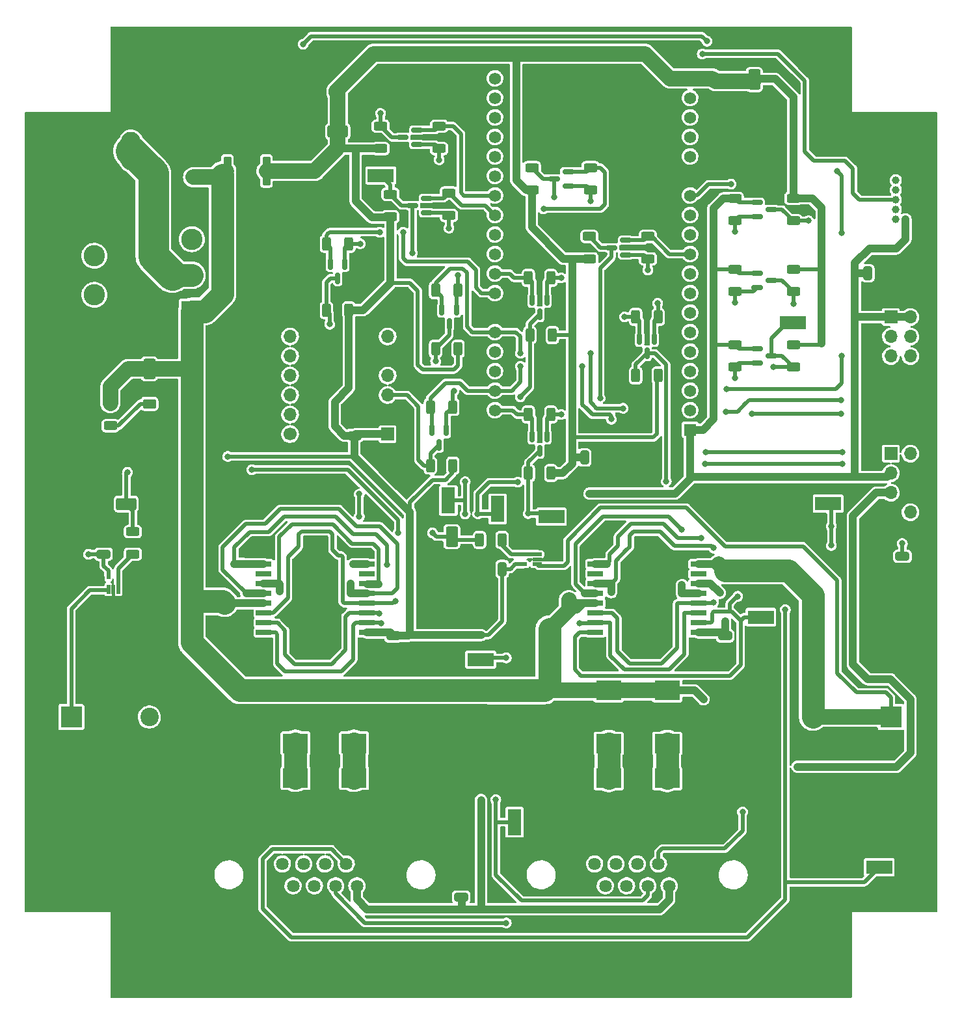
<source format=gtl>
%TF.GenerationSoftware,KiCad,Pcbnew,(6.0.6-0)*%
%TF.CreationDate,2024-03-13T21:53:30-07:00*%
%TF.ProjectId,ESP32Twiddlerino,45535033-3254-4776-9964-646c6572696e,rev?*%
%TF.SameCoordinates,Original*%
%TF.FileFunction,Copper,L1,Top*%
%TF.FilePolarity,Positive*%
%FSLAX46Y46*%
G04 Gerber Fmt 4.6, Leading zero omitted, Abs format (unit mm)*
G04 Created by KiCad (PCBNEW (6.0.6-0)) date 2024-03-13 21:53:30*
%MOMM*%
%LPD*%
G01*
G04 APERTURE LIST*
G04 Aperture macros list*
%AMRoundRect*
0 Rectangle with rounded corners*
0 $1 Rounding radius*
0 $2 $3 $4 $5 $6 $7 $8 $9 X,Y pos of 4 corners*
0 Add a 4 corners polygon primitive as box body*
4,1,4,$2,$3,$4,$5,$6,$7,$8,$9,$2,$3,0*
0 Add four circle primitives for the rounded corners*
1,1,$1+$1,$2,$3*
1,1,$1+$1,$4,$5*
1,1,$1+$1,$6,$7*
1,1,$1+$1,$8,$9*
0 Add four rect primitives between the rounded corners*
20,1,$1+$1,$2,$3,$4,$5,0*
20,1,$1+$1,$4,$5,$6,$7,0*
20,1,$1+$1,$6,$7,$8,$9,0*
20,1,$1+$1,$8,$9,$2,$3,0*%
G04 Aperture macros list end*
%TA.AperFunction,SMDPad,CuDef*%
%ADD10RoundRect,0.150000X-0.150000X0.587500X-0.150000X-0.587500X0.150000X-0.587500X0.150000X0.587500X0*%
%TD*%
%TA.AperFunction,SMDPad,CuDef*%
%ADD11R,3.400000X1.800000*%
%TD*%
%TA.AperFunction,ComponentPad*%
%ADD12R,2.775000X2.775000*%
%TD*%
%TA.AperFunction,ComponentPad*%
%ADD13C,2.775000*%
%TD*%
%TA.AperFunction,SMDPad,CuDef*%
%ADD14RoundRect,0.250000X0.325000X0.650000X-0.325000X0.650000X-0.325000X-0.650000X0.325000X-0.650000X0*%
%TD*%
%TA.AperFunction,SMDPad,CuDef*%
%ADD15RoundRect,0.250000X-0.325000X-0.650000X0.325000X-0.650000X0.325000X0.650000X-0.325000X0.650000X0*%
%TD*%
%TA.AperFunction,ComponentPad*%
%ADD16R,1.700000X1.700000*%
%TD*%
%TA.AperFunction,ComponentPad*%
%ADD17O,1.700000X1.700000*%
%TD*%
%TA.AperFunction,ComponentPad*%
%ADD18C,1.700000*%
%TD*%
%TA.AperFunction,ComponentPad*%
%ADD19C,2.400000*%
%TD*%
%TA.AperFunction,ComponentPad*%
%ADD20O,2.400000X2.400000*%
%TD*%
%TA.AperFunction,SMDPad,CuDef*%
%ADD21R,2.000000X0.700000*%
%TD*%
%TA.AperFunction,SMDPad,CuDef*%
%ADD22R,6.000000X9.600000*%
%TD*%
%TA.AperFunction,SMDPad,CuDef*%
%ADD23R,2.900000X3.050000*%
%TD*%
%TA.AperFunction,SMDPad,CuDef*%
%ADD24R,3.300000X2.500000*%
%TD*%
%TA.AperFunction,SMDPad,CuDef*%
%ADD25R,1.800000X3.400000*%
%TD*%
%TA.AperFunction,SMDPad,CuDef*%
%ADD26RoundRect,0.250000X0.650000X-0.325000X0.650000X0.325000X-0.650000X0.325000X-0.650000X-0.325000X0*%
%TD*%
%TA.AperFunction,SMDPad,CuDef*%
%ADD27RoundRect,0.250000X0.625000X-0.312500X0.625000X0.312500X-0.625000X0.312500X-0.625000X-0.312500X0*%
%TD*%
%TA.AperFunction,SMDPad,CuDef*%
%ADD28RoundRect,0.118800X0.376200X-1.776200X0.376200X1.776200X-0.376200X1.776200X-0.376200X-1.776200X0*%
%TD*%
%TA.AperFunction,SMDPad,CuDef*%
%ADD29R,10.840000X7.620000*%
%TD*%
%TA.AperFunction,ComponentPad*%
%ADD30R,1.560000X1.560000*%
%TD*%
%TA.AperFunction,ComponentPad*%
%ADD31C,1.560000*%
%TD*%
%TA.AperFunction,ComponentPad*%
%ADD32R,1.635000X1.635000*%
%TD*%
%TA.AperFunction,ComponentPad*%
%ADD33C,1.635000*%
%TD*%
%TA.AperFunction,SMDPad,CuDef*%
%ADD34RoundRect,0.250000X0.625000X-0.375000X0.625000X0.375000X-0.625000X0.375000X-0.625000X-0.375000X0*%
%TD*%
%TA.AperFunction,SMDPad,CuDef*%
%ADD35RoundRect,0.250000X-0.625000X0.312500X-0.625000X-0.312500X0.625000X-0.312500X0.625000X0.312500X0*%
%TD*%
%TA.AperFunction,SMDPad,CuDef*%
%ADD36RoundRect,0.250000X0.312500X0.625000X-0.312500X0.625000X-0.312500X-0.625000X0.312500X-0.625000X0*%
%TD*%
%TA.AperFunction,SMDPad,CuDef*%
%ADD37RoundRect,0.150000X0.587500X0.150000X-0.587500X0.150000X-0.587500X-0.150000X0.587500X-0.150000X0*%
%TD*%
%TA.AperFunction,SMDPad,CuDef*%
%ADD38RoundRect,0.150000X-0.587500X-0.150000X0.587500X-0.150000X0.587500X0.150000X-0.587500X0.150000X0*%
%TD*%
%TA.AperFunction,ComponentPad*%
%ADD39R,2.800000X2.800000*%
%TD*%
%TA.AperFunction,ComponentPad*%
%ADD40O,2.800000X2.800000*%
%TD*%
%TA.AperFunction,ComponentPad*%
%ADD41C,1.000000*%
%TD*%
%TA.AperFunction,SMDPad,CuDef*%
%ADD42RoundRect,0.250000X-0.650000X0.325000X-0.650000X-0.325000X0.650000X-0.325000X0.650000X0.325000X0*%
%TD*%
%TA.AperFunction,SMDPad,CuDef*%
%ADD43RoundRect,0.250000X-0.550000X1.075000X-0.550000X-1.075000X0.550000X-1.075000X0.550000X1.075000X0*%
%TD*%
%TA.AperFunction,ComponentPad*%
%ADD44O,2.500000X5.000000*%
%TD*%
%TA.AperFunction,ComponentPad*%
%ADD45O,2.250000X4.500000*%
%TD*%
%TA.AperFunction,ComponentPad*%
%ADD46O,4.500000X2.250000*%
%TD*%
%TA.AperFunction,SMDPad,CuDef*%
%ADD47RoundRect,0.250000X0.550000X-1.075000X0.550000X1.075000X-0.550000X1.075000X-0.550000X-1.075000X0*%
%TD*%
%TA.AperFunction,SMDPad,CuDef*%
%ADD48RoundRect,0.250000X1.075000X0.550000X-1.075000X0.550000X-1.075000X-0.550000X1.075000X-0.550000X0*%
%TD*%
%TA.AperFunction,SMDPad,CuDef*%
%ADD49RoundRect,0.020000X0.180000X-0.575000X0.180000X0.575000X-0.180000X0.575000X-0.180000X-0.575000X0*%
%TD*%
%TA.AperFunction,SMDPad,CuDef*%
%ADD50RoundRect,0.020000X0.575000X0.180000X-0.575000X0.180000X-0.575000X-0.180000X0.575000X-0.180000X0*%
%TD*%
%TA.AperFunction,ViaPad*%
%ADD51C,0.800000*%
%TD*%
%TA.AperFunction,Conductor*%
%ADD52C,0.500000*%
%TD*%
%TA.AperFunction,Conductor*%
%ADD53C,0.400000*%
%TD*%
%TA.AperFunction,Conductor*%
%ADD54C,1.000000*%
%TD*%
%TA.AperFunction,Conductor*%
%ADD55C,2.000000*%
%TD*%
%TA.AperFunction,Conductor*%
%ADD56C,3.000000*%
%TD*%
%TA.AperFunction,Conductor*%
%ADD57C,4.000000*%
%TD*%
G04 APERTURE END LIST*
D10*
X166431000Y-56593500D03*
X164531000Y-56593500D03*
X165481000Y-58468500D03*
D11*
X171100000Y-45100000D03*
D12*
X146500000Y-62782500D03*
D13*
X146500000Y-58082500D03*
X146500000Y-53382500D03*
X133800000Y-60622500D03*
X133800000Y-55542500D03*
D10*
X206690000Y-66372500D03*
X204790000Y-66372500D03*
X205740000Y-68247500D03*
D14*
X186895000Y-96310000D03*
X183945000Y-96310000D03*
D15*
X234495000Y-57810000D03*
X237445000Y-57810000D03*
D11*
X224750000Y-64250000D03*
D16*
X171980000Y-78740000D03*
D17*
X171980000Y-76200000D03*
X171980000Y-73660000D03*
X171980000Y-71120000D03*
X171980000Y-68580000D03*
X171980000Y-66040000D03*
X159280000Y-66040000D03*
X159280000Y-68580000D03*
X159280000Y-71120000D03*
X159280000Y-73660000D03*
X159280000Y-76200000D03*
D18*
X159280000Y-78740000D03*
D19*
X140970000Y-115565000D03*
D20*
X140970000Y-146045000D03*
D10*
X179639000Y-78262000D03*
X177739000Y-78262000D03*
X178689000Y-80137000D03*
D21*
X199040000Y-94405000D03*
X199040000Y-95675000D03*
X199040000Y-96945000D03*
X199040000Y-98215000D03*
X199040000Y-99485000D03*
X199040000Y-100755000D03*
X199040000Y-102025000D03*
X199040000Y-103295000D03*
X199040000Y-104565000D03*
X199040000Y-105835000D03*
X212440000Y-105835000D03*
X212440000Y-104565000D03*
X212440000Y-103295000D03*
X212440000Y-102025000D03*
X212440000Y-100755000D03*
X212440000Y-99485000D03*
X212440000Y-98215000D03*
X212440000Y-96945000D03*
X212440000Y-95675000D03*
X212440000Y-94405000D03*
D22*
X205740000Y-100120000D03*
D23*
X205740000Y-93820000D03*
X205740000Y-106420000D03*
D24*
X160000000Y-119000000D03*
X160000000Y-112100000D03*
D25*
X188500000Y-129250000D03*
D26*
X172720000Y-107945000D03*
X172720000Y-104995000D03*
D27*
X178689000Y-41594500D03*
X178689000Y-38669500D03*
D28*
X151130000Y-44500000D03*
X153670000Y-44500000D03*
X156210000Y-44500000D03*
D29*
X153670000Y-33620000D03*
D30*
X211352500Y-78180000D03*
D31*
X211352500Y-75640000D03*
X211352500Y-73100000D03*
X211352500Y-70560000D03*
X211352500Y-68020000D03*
X211352500Y-65480000D03*
X211352500Y-62940000D03*
X211352500Y-60400000D03*
X211352500Y-57860000D03*
X211352500Y-55320000D03*
X211352500Y-52780000D03*
X211352500Y-50240000D03*
X211352500Y-47700000D03*
X211352500Y-45160000D03*
X211352500Y-42620000D03*
X211352500Y-40080000D03*
X211352500Y-37540000D03*
X211352500Y-35000000D03*
X211352500Y-32460000D03*
X185952500Y-78180000D03*
X185952500Y-75640000D03*
X185952500Y-73100000D03*
X185952500Y-70560000D03*
X185952500Y-68020000D03*
X185952500Y-65480000D03*
X185952500Y-62940000D03*
X185952500Y-60400000D03*
X185952500Y-57860000D03*
X185952500Y-55320000D03*
X185952500Y-52780000D03*
X185952500Y-50240000D03*
X185952500Y-47700000D03*
X185952500Y-45160000D03*
X185952500Y-42620000D03*
X185952500Y-40080000D03*
X185952500Y-37540000D03*
X185952500Y-35000000D03*
X185952500Y-32460000D03*
D32*
X169370000Y-134692500D03*
D33*
X166600000Y-134692500D03*
X163830000Y-134692500D03*
X161060000Y-134692500D03*
X158290000Y-134692500D03*
X167985000Y-137532500D03*
X165215000Y-137532500D03*
X162445000Y-137532500D03*
X159675000Y-137532500D03*
D14*
X165305000Y-34290000D03*
X162355000Y-34290000D03*
D34*
X140970000Y-77600000D03*
X140970000Y-74800000D03*
D35*
X135890000Y-74737500D03*
X135890000Y-77662500D03*
D24*
X200750000Y-130450000D03*
X200750000Y-123550000D03*
D36*
X193232500Y-76200000D03*
X190307500Y-76200000D03*
D35*
X224790000Y-48067500D03*
X224790000Y-50992500D03*
D37*
X175816500Y-41082000D03*
X175816500Y-39182000D03*
X173941500Y-40132000D03*
D26*
X215900000Y-107945000D03*
X215900000Y-104995000D03*
D36*
X180471500Y-82839500D03*
X177546500Y-82839500D03*
D35*
X224790000Y-57277500D03*
X224790000Y-60202500D03*
D19*
X227330000Y-115565000D03*
D20*
X227330000Y-146045000D03*
D38*
X220042500Y-67630000D03*
X220042500Y-69530000D03*
X221917500Y-68580000D03*
D36*
X181150000Y-67642500D03*
X178225000Y-67642500D03*
D24*
X200750000Y-119020000D03*
X200750000Y-112120000D03*
D36*
X193232500Y-58420000D03*
X190307500Y-58420000D03*
D27*
X198247000Y-55945500D03*
X198247000Y-53020500D03*
D15*
X192630000Y-100330000D03*
X195580000Y-100330000D03*
D39*
X237490000Y-115570000D03*
D40*
X237490000Y-128270000D03*
D27*
X172339000Y-50462000D03*
X172339000Y-47537000D03*
D26*
X214630000Y-35765000D03*
X214630000Y-32815000D03*
D38*
X220042500Y-57790000D03*
X220042500Y-59690000D03*
X221917500Y-58740000D03*
D41*
X239395000Y-50800000D03*
X238125000Y-50800000D03*
X239395000Y-49530000D03*
X238125000Y-49530000D03*
X239395000Y-48260000D03*
X238125000Y-48260000D03*
X239395000Y-46990000D03*
X238125000Y-46990000D03*
X239395000Y-45720000D03*
X238125000Y-45720000D03*
D27*
X171069000Y-41594500D03*
X171069000Y-38669500D03*
D42*
X239000000Y-94655000D03*
X239000000Y-97605000D03*
D11*
X184100000Y-108100000D03*
D35*
X217170000Y-48067500D03*
X217170000Y-50992500D03*
D36*
X181150000Y-60022500D03*
X178225000Y-60022500D03*
D43*
X180340000Y-92095000D03*
X180340000Y-95445000D03*
D38*
X220042500Y-48580000D03*
X220042500Y-50480000D03*
X221917500Y-49530000D03*
D11*
X193300000Y-89500000D03*
X235975000Y-135125000D03*
D24*
X167620000Y-119000000D03*
X167620000Y-112100000D03*
D35*
X217170000Y-57277500D03*
X217170000Y-60202500D03*
D37*
X195501500Y-46481500D03*
X195501500Y-44581500D03*
X193626500Y-45531500D03*
D21*
X155860000Y-94405000D03*
X155860000Y-95675000D03*
X155860000Y-96945000D03*
X155860000Y-98215000D03*
X155860000Y-99485000D03*
X155860000Y-100755000D03*
X155860000Y-102025000D03*
X155860000Y-103295000D03*
X155860000Y-104565000D03*
X155860000Y-105835000D03*
X169260000Y-105835000D03*
X169260000Y-104565000D03*
X169260000Y-103295000D03*
X169260000Y-102025000D03*
X169260000Y-100755000D03*
X169260000Y-99485000D03*
X169260000Y-98215000D03*
X169260000Y-96945000D03*
X169260000Y-95675000D03*
X169260000Y-94405000D03*
D22*
X162560000Y-100120000D03*
D23*
X162560000Y-93820000D03*
X162560000Y-106420000D03*
D11*
X229325000Y-87800000D03*
D36*
X166943500Y-53975000D03*
X164018500Y-53975000D03*
D11*
X220575000Y-102575000D03*
D24*
X208370000Y-119020000D03*
X208370000Y-112120000D03*
D25*
X179900000Y-87400000D03*
D44*
X138580000Y-41910000D03*
D45*
X132580000Y-41910000D03*
D46*
X135580000Y-46610000D03*
D47*
X140970000Y-70255000D03*
X140970000Y-66905000D03*
D27*
X179959000Y-50292000D03*
X179959000Y-47367000D03*
D36*
X207202500Y-63500000D03*
X204277500Y-63500000D03*
D16*
X237485000Y-63510000D03*
D17*
X240025000Y-63510000D03*
X237485000Y-66050000D03*
X240025000Y-66050000D03*
X237485000Y-68590000D03*
X240025000Y-68590000D03*
X237485000Y-71130000D03*
X240025000Y-71130000D03*
D27*
X190754000Y-46994000D03*
X190754000Y-44069000D03*
D43*
X219710000Y-32615000D03*
X219710000Y-35965000D03*
D24*
X167620000Y-130430000D03*
X167620000Y-123530000D03*
D37*
X202994500Y-55433000D03*
X202994500Y-53533000D03*
X201119500Y-54483000D03*
D42*
X167640000Y-75995000D03*
X167640000Y-78945000D03*
D26*
X146660000Y-45315000D03*
X146660000Y-42365000D03*
D24*
X208370000Y-130450000D03*
X208370000Y-123550000D03*
D16*
X237485000Y-81290000D03*
D17*
X240025000Y-81290000D03*
X237485000Y-83830000D03*
X240025000Y-83830000D03*
X237485000Y-86370000D03*
X240025000Y-86370000D03*
X237485000Y-88910000D03*
X240025000Y-88910000D03*
D26*
X135010000Y-94387500D03*
X135010000Y-91437500D03*
X181550000Y-139005000D03*
X181550000Y-136055000D03*
D36*
X166943500Y-62611000D03*
X164018500Y-62611000D03*
D39*
X130810000Y-115570000D03*
D40*
X130810000Y-128270000D03*
D48*
X137955000Y-87832500D03*
X134605000Y-87832500D03*
D25*
X186300000Y-88500000D03*
D36*
X180471500Y-75219500D03*
X177546500Y-75219500D03*
D27*
X138820000Y-94375000D03*
X138820000Y-91450000D03*
D48*
X165505000Y-39370000D03*
X162155000Y-39370000D03*
D36*
X186882500Y-92500000D03*
X183957500Y-92500000D03*
D49*
X135630000Y-98952500D03*
X136280000Y-98952500D03*
X136930000Y-98952500D03*
X136930000Y-97032500D03*
X135630000Y-97032500D03*
D36*
X193425000Y-65870000D03*
X190500000Y-65870000D03*
D50*
X191460000Y-95690000D03*
X191460000Y-95040000D03*
X191460000Y-94390000D03*
X189540000Y-94390000D03*
X189540000Y-95690000D03*
D37*
X177086500Y-49949500D03*
X177086500Y-48049500D03*
X175211500Y-48999500D03*
D10*
X180957500Y-62562500D03*
X179057500Y-62562500D03*
X180007500Y-64437500D03*
D26*
X150749000Y-103710000D03*
X150749000Y-100760000D03*
D24*
X160000000Y-130430000D03*
X160000000Y-123530000D03*
D10*
X192720000Y-61292500D03*
X190820000Y-61292500D03*
X191770000Y-63167500D03*
D35*
X224790000Y-67117500D03*
X224790000Y-70042500D03*
D36*
X207202500Y-71120000D03*
X204277500Y-71120000D03*
D27*
X205867000Y-55945500D03*
X205867000Y-53020500D03*
D10*
X192720000Y-79072500D03*
X190820000Y-79072500D03*
X191770000Y-80947500D03*
D15*
X197605000Y-81800000D03*
X200555000Y-81800000D03*
D32*
X210010000Y-134692500D03*
D33*
X207240000Y-134692500D03*
X204470000Y-134692500D03*
X201700000Y-134692500D03*
X198930000Y-134692500D03*
X208625000Y-137532500D03*
X205855000Y-137532500D03*
X203085000Y-137532500D03*
X200315000Y-137532500D03*
D27*
X198374000Y-46994000D03*
X198374000Y-44069000D03*
D36*
X193232500Y-83820000D03*
X190307500Y-83820000D03*
D35*
X217170000Y-67117500D03*
X217170000Y-70042500D03*
D51*
X138110000Y-83740000D03*
X202000000Y-32000000D03*
X142500000Y-92750000D03*
X163000000Y-101250000D03*
X164500000Y-97250000D03*
X140000000Y-35500000D03*
X153750000Y-124500000D03*
X222000000Y-118500000D03*
X199250000Y-38750000D03*
X186000000Y-83000000D03*
X195750000Y-121000000D03*
X141000000Y-80000000D03*
X221750000Y-38750000D03*
X130750000Y-138750000D03*
X192750000Y-128750000D03*
X219250000Y-113250000D03*
X177000000Y-127500000D03*
X177500000Y-34500000D03*
X159250000Y-49250000D03*
X171750000Y-32000000D03*
X219500000Y-105500000D03*
X133250000Y-106000000D03*
X153000000Y-66250000D03*
X153250000Y-141750000D03*
X157250000Y-85000000D03*
X203250000Y-45250000D03*
X214000000Y-147750000D03*
X141000000Y-141750000D03*
X138000000Y-126000000D03*
X241750000Y-41250000D03*
X222000000Y-108000000D03*
X207750000Y-98750000D03*
X150000000Y-75500000D03*
X150000000Y-69500000D03*
X236000000Y-77750000D03*
X180000000Y-98500000D03*
X232000000Y-135500000D03*
X156500000Y-55250000D03*
X186250000Y-147750000D03*
X153750000Y-115500000D03*
X152500000Y-89000000D03*
X206000000Y-45250000D03*
X153212800Y-103632000D03*
X236500000Y-124000000D03*
X236500000Y-119750000D03*
X188750000Y-54750000D03*
X141000000Y-123000000D03*
X228750000Y-27500000D03*
X129500000Y-47500000D03*
X225500000Y-135500000D03*
X192750000Y-131250000D03*
X154500000Y-27750000D03*
X196500000Y-42000000D03*
X228750000Y-32750000D03*
X127500000Y-105750000D03*
X203500000Y-100000000D03*
X190500000Y-97500000D03*
X171750000Y-82500000D03*
X200720000Y-91330000D03*
X147500000Y-127250000D03*
X206000000Y-39500000D03*
X208500000Y-39500000D03*
X191000000Y-92000000D03*
X231250000Y-38500000D03*
X162000000Y-87000000D03*
X141000000Y-129250000D03*
X219250000Y-124250000D03*
X207500000Y-59000000D03*
X200000000Y-147750000D03*
X218000000Y-27500000D03*
X219250000Y-38750000D03*
X193750000Y-36750000D03*
X192750000Y-115500000D03*
X153750000Y-52250000D03*
X143000000Y-32500000D03*
X127500000Y-92750000D03*
X180200000Y-108000000D03*
X137000000Y-61750000D03*
X157250000Y-87000000D03*
X150000000Y-78750000D03*
X138000000Y-129250000D03*
X209000000Y-57000000D03*
X164500000Y-101250000D03*
X153750000Y-58250000D03*
X150750000Y-121750000D03*
X208500000Y-45250000D03*
X219500000Y-110750000D03*
X126500000Y-40500000D03*
X159250000Y-55250000D03*
X126500000Y-43750000D03*
X206500000Y-102500000D03*
X186000000Y-80750000D03*
X140000000Y-32500000D03*
X216750000Y-38750000D03*
X239000000Y-100750000D03*
X191000000Y-36750000D03*
X207750000Y-101250000D03*
X209250000Y-147750000D03*
X193750000Y-42000000D03*
X202000000Y-38750000D03*
X163750000Y-147750000D03*
X204750000Y-103750000D03*
X161750000Y-104000000D03*
X156000000Y-78500000D03*
X177000000Y-116000000D03*
X134000000Y-66250000D03*
X202000000Y-34500000D03*
X172500000Y-147750000D03*
X163000000Y-31500000D03*
X208500000Y-47750000D03*
X189500000Y-123750000D03*
X232000000Y-129500000D03*
X193750000Y-34500000D03*
X196500000Y-36750000D03*
X150000000Y-66250000D03*
X199250000Y-36750000D03*
X196000000Y-147750000D03*
X150750000Y-124500000D03*
X222000000Y-105500000D03*
X193750000Y-32000000D03*
X156500000Y-52250000D03*
X136000000Y-80000000D03*
X174250000Y-82500000D03*
X219250000Y-118500000D03*
X129500000Y-43750000D03*
X203250000Y-42500000D03*
X221750000Y-41000000D03*
X222000000Y-115750000D03*
X239000000Y-41250000D03*
X225500000Y-138500000D03*
X160250000Y-99750000D03*
X153750000Y-121750000D03*
X189500000Y-115500000D03*
X172500000Y-138250000D03*
X164500000Y-99750000D03*
X193725000Y-63575000D03*
X177000000Y-124500000D03*
X225500000Y-126500000D03*
X147500000Y-130250000D03*
X225500000Y-132500000D03*
X195750000Y-131250000D03*
X160250000Y-96000000D03*
X137000000Y-53500000D03*
X155250000Y-147750000D03*
X163000000Y-97250000D03*
X181500000Y-147750000D03*
X156500000Y-62000000D03*
X191000000Y-42000000D03*
X141000000Y-126000000D03*
X228750000Y-35750000D03*
X236250000Y-38500000D03*
X208500000Y-42500000D03*
X159250000Y-62000000D03*
X141000000Y-132500000D03*
X127500000Y-111750000D03*
X225000000Y-91000000D03*
X159750000Y-147750000D03*
X241750000Y-53000000D03*
X161750000Y-101250000D03*
X216500000Y-124250000D03*
X213512400Y-108889800D03*
X195750000Y-118250000D03*
X232000000Y-132500000D03*
X199250000Y-32000000D03*
X228750000Y-41250000D03*
X205000000Y-77000000D03*
X222000000Y-110750000D03*
X164750000Y-67250000D03*
X150500000Y-147750000D03*
X175437800Y-107950000D03*
X228250000Y-135500000D03*
X241750000Y-44000000D03*
X153750000Y-55250000D03*
X150500000Y-141750000D03*
X129500000Y-64250000D03*
X137000000Y-51000000D03*
X168750000Y-58250000D03*
X153750000Y-130000000D03*
X127500000Y-86500000D03*
X235000000Y-107250000D03*
X188750000Y-51250000D03*
X174000000Y-119000000D03*
X228250000Y-141750000D03*
X207750000Y-103750000D03*
X147500000Y-115500000D03*
X203500000Y-101250000D03*
X177500000Y-36750000D03*
X145750000Y-29250000D03*
X204750000Y-98750000D03*
X134500000Y-138750000D03*
X202000000Y-73000000D03*
X195750000Y-133750000D03*
X177800000Y-108000000D03*
X150750000Y-127250000D03*
X156000000Y-75500000D03*
X150750000Y-118500000D03*
X191975000Y-74000000D03*
X195750000Y-123750000D03*
X136250000Y-108750000D03*
X144000000Y-138750000D03*
X235000000Y-94750000D03*
X172500000Y-133500000D03*
X159250000Y-52250000D03*
X203500000Y-98750000D03*
X240750000Y-60000000D03*
X164500000Y-98500000D03*
X168250000Y-147750000D03*
X228750000Y-30000000D03*
X232000000Y-138500000D03*
X136250000Y-102750000D03*
X239000000Y-38500000D03*
X192750000Y-118250000D03*
X216500000Y-86000000D03*
X167225000Y-94175000D03*
X195750000Y-137000000D03*
X160250000Y-101250000D03*
X206000000Y-36750000D03*
X219250000Y-115750000D03*
X142750000Y-39250000D03*
X239000000Y-104000000D03*
X173250000Y-62000000D03*
X169000000Y-72750000D03*
X207750000Y-100000000D03*
X180000000Y-119000000D03*
X144000000Y-120000000D03*
X216500000Y-118500000D03*
X225000000Y-88750000D03*
X228250000Y-138500000D03*
X137000000Y-64250000D03*
X189500000Y-108500000D03*
X225500000Y-119750000D03*
X235750000Y-132500000D03*
X126500000Y-51000000D03*
X165000000Y-46250000D03*
X169000000Y-68250000D03*
X219500000Y-108000000D03*
X138000000Y-141750000D03*
X134500000Y-132500000D03*
X223000000Y-86250000D03*
X193750000Y-38750000D03*
X127500000Y-96000000D03*
X197866000Y-108864400D03*
X149750000Y-89000000D03*
X147500000Y-118500000D03*
X143000000Y-64000000D03*
X161750000Y-99750000D03*
X239750000Y-135500000D03*
X238250000Y-77750000D03*
X153750000Y-62000000D03*
X235000000Y-104000000D03*
X203500000Y-103750000D03*
X159500000Y-85000000D03*
X127500000Y-69750000D03*
X129500000Y-60750000D03*
X138000000Y-138750000D03*
X163000000Y-98500000D03*
X206000000Y-50250000D03*
X167250000Y-60250000D03*
X207750000Y-97500000D03*
X150750000Y-130000000D03*
X201500000Y-58000000D03*
X144000000Y-132500000D03*
X206000000Y-47750000D03*
X164500000Y-104000000D03*
X203750000Y-84250000D03*
X177000000Y-119000000D03*
X161750000Y-96000000D03*
X126500000Y-47500000D03*
X150500000Y-144250000D03*
X127500000Y-108750000D03*
X127500000Y-82500000D03*
X142500000Y-86250000D03*
X129500000Y-54250000D03*
X149750000Y-87000000D03*
X195750000Y-128750000D03*
X180000000Y-127500000D03*
X203000000Y-65500000D03*
X209000000Y-67500000D03*
X169000000Y-70500000D03*
X182500000Y-52000000D03*
X133250000Y-108750000D03*
X231250000Y-41250000D03*
X138000000Y-132500000D03*
X216500000Y-126500000D03*
X180500000Y-32000000D03*
X172500000Y-135750000D03*
X130750000Y-122250000D03*
X153212800Y-105740200D03*
X183500000Y-63000000D03*
X158000000Y-27750000D03*
X241750000Y-50000000D03*
X176750000Y-147750000D03*
X240500000Y-77750000D03*
X232000000Y-126750000D03*
X129500000Y-51000000D03*
X189500000Y-105500000D03*
X205000000Y-74500000D03*
X162000000Y-85000000D03*
X223000000Y-91000000D03*
X203250000Y-50250000D03*
X204750000Y-102500000D03*
X192750000Y-123750000D03*
X228250000Y-129500000D03*
X218750000Y-86000000D03*
X160250000Y-104000000D03*
X152500000Y-85000000D03*
X214250000Y-86000000D03*
X203500000Y-96250000D03*
X145750000Y-32500000D03*
X153750000Y-127250000D03*
X223500000Y-147750000D03*
X177000000Y-95750000D03*
X164750000Y-71750000D03*
X206500000Y-97500000D03*
X160250000Y-102750000D03*
X147500000Y-124500000D03*
X201250000Y-84250000D03*
X235750000Y-138500000D03*
X216500000Y-113250000D03*
X163000000Y-99750000D03*
X137000000Y-59000000D03*
X228750000Y-38500000D03*
X129500000Y-40500000D03*
X204000000Y-58000000D03*
X216500000Y-88250000D03*
X149750000Y-85000000D03*
X191000000Y-147750000D03*
X163000000Y-102750000D03*
X183000000Y-32000000D03*
X189500000Y-126250000D03*
X174750000Y-34500000D03*
X161750000Y-102750000D03*
X134500000Y-135500000D03*
X163000000Y-104000000D03*
X183000000Y-34500000D03*
X192750000Y-126250000D03*
X223000000Y-88750000D03*
X154750000Y-87000000D03*
X144000000Y-135500000D03*
X207750000Y-96250000D03*
X228250000Y-132500000D03*
X156500000Y-49250000D03*
X130750000Y-132500000D03*
X209000000Y-65000000D03*
X191000000Y-38750000D03*
X199330000Y-92770000D03*
X219250000Y-126500000D03*
X153136600Y-107645200D03*
X182500000Y-54250000D03*
X213512400Y-107365800D03*
X225500000Y-129500000D03*
X195750000Y-126250000D03*
X203500000Y-102500000D03*
X206500000Y-100000000D03*
X239750000Y-138500000D03*
X170500000Y-89250000D03*
X218750000Y-147750000D03*
X144000000Y-129250000D03*
X204750000Y-96250000D03*
X127500000Y-99250000D03*
X228250000Y-124000000D03*
X236250000Y-41250000D03*
X139750000Y-29250000D03*
X182750000Y-80750000D03*
X228250000Y-119750000D03*
X140000000Y-64000000D03*
X190500000Y-100500000D03*
X159250000Y-58250000D03*
X145750000Y-111250000D03*
X206500000Y-103750000D03*
X200900000Y-51825000D03*
X180000000Y-102000000D03*
X154750000Y-89000000D03*
X221750000Y-43000000D03*
X136250000Y-111750000D03*
X130750000Y-66250000D03*
X133250000Y-102750000D03*
X233750000Y-38500000D03*
X177000000Y-102000000D03*
X164500000Y-87000000D03*
X197866000Y-107264200D03*
X222750000Y-99750000D03*
X233750000Y-41250000D03*
X221500000Y-27500000D03*
X140000000Y-61750000D03*
X145750000Y-35500000D03*
X144000000Y-123000000D03*
X219250000Y-43000000D03*
X241750000Y-38500000D03*
X189500000Y-121000000D03*
X203500000Y-97500000D03*
X141000000Y-120000000D03*
X192075000Y-71700000D03*
X194175000Y-61275000D03*
X174000000Y-116000000D03*
X199250000Y-42000000D03*
X130725735Y-73947875D03*
X142500000Y-89750000D03*
X189500000Y-118250000D03*
X147500000Y-121750000D03*
X126500000Y-64250000D03*
X126500000Y-54250000D03*
X193500000Y-97500000D03*
X225500000Y-124000000D03*
X206500000Y-101250000D03*
X191000000Y-32000000D03*
X204750000Y-147750000D03*
X136250000Y-106000000D03*
X196500000Y-38750000D03*
X180500000Y-36750000D03*
X206500000Y-96250000D03*
X165750000Y-28750000D03*
X171750000Y-34750000D03*
X196500000Y-34500000D03*
X160250000Y-98500000D03*
X192750000Y-121000000D03*
X225000000Y-86250000D03*
X208280000Y-28510000D03*
X127500000Y-89500000D03*
X195750000Y-115500000D03*
X207750000Y-102500000D03*
X235000000Y-100750000D03*
X133890000Y-69750000D03*
X170484800Y-108635800D03*
X182750000Y-78250000D03*
X129500000Y-57250000D03*
X180000000Y-116000000D03*
X164750000Y-69500000D03*
X218750000Y-88250000D03*
X180000000Y-124500000D03*
X150825200Y-105689400D03*
X204750000Y-100000000D03*
X149750000Y-91750000D03*
X239000000Y-107250000D03*
X208500000Y-36750000D03*
X159500000Y-87000000D03*
X235000000Y-98000000D03*
X137000000Y-56250000D03*
X150750000Y-115500000D03*
X127500000Y-66250000D03*
X182750000Y-75500000D03*
X225250000Y-27500000D03*
X213250000Y-134750000D03*
X163000000Y-96000000D03*
X218750000Y-90750000D03*
X203250000Y-47750000D03*
X164500000Y-96000000D03*
X199250000Y-34500000D03*
X153750000Y-49250000D03*
X126500000Y-60750000D03*
X153250000Y-144250000D03*
X202000000Y-36750000D03*
X213250000Y-137500000D03*
X138000000Y-135500000D03*
X127500000Y-74000000D03*
X165000000Y-49250000D03*
X152500000Y-87000000D03*
X191000000Y-34500000D03*
X176500000Y-57750000D03*
X183500000Y-68000000D03*
X161750000Y-98500000D03*
X130750000Y-135500000D03*
X150000000Y-27750000D03*
X232000000Y-119750000D03*
X194075000Y-71700000D03*
X174300000Y-84600000D03*
X193500000Y-93500000D03*
X177000000Y-98500000D03*
X180000000Y-122000000D03*
X150000000Y-72500000D03*
X238250000Y-60000000D03*
X239750000Y-132500000D03*
X240750000Y-57250000D03*
X203000000Y-68000000D03*
X183000000Y-36750000D03*
X222000000Y-113250000D03*
X206250000Y-84250000D03*
X196500000Y-32000000D03*
X130750000Y-69750000D03*
X177500000Y-32000000D03*
X180500000Y-34500000D03*
X174000000Y-124500000D03*
X153750000Y-118500000D03*
X144000000Y-141750000D03*
X144000000Y-126000000D03*
X174750000Y-32000000D03*
X204750000Y-101250000D03*
X154750000Y-85000000D03*
X219250000Y-41000000D03*
X133250000Y-111750000D03*
X196400000Y-89300000D03*
X188750000Y-48750000D03*
X174000000Y-122000000D03*
X141000000Y-135500000D03*
X182750000Y-83000000D03*
X155879800Y-93243400D03*
X127500000Y-102500000D03*
X235250000Y-60000000D03*
X164500000Y-102750000D03*
X130750000Y-78250000D03*
X133750000Y-64250000D03*
X183500000Y-70750000D03*
X143000000Y-61750000D03*
X143000000Y-35500000D03*
X143000000Y-29250000D03*
X194075000Y-73950000D03*
X206500000Y-98750000D03*
X161750000Y-97250000D03*
X141000000Y-138750000D03*
X127500000Y-78250000D03*
X204750000Y-97500000D03*
X232000000Y-124000000D03*
X216500000Y-116000000D03*
X241750000Y-46750000D03*
X145750000Y-39250000D03*
X138000000Y-120000000D03*
X126500000Y-57250000D03*
X160250000Y-97250000D03*
X138000000Y-123000000D03*
X156500000Y-58250000D03*
X208500000Y-50250000D03*
X177000000Y-122000000D03*
X225500000Y-141750000D03*
X206000000Y-42500000D03*
X176250000Y-44500000D03*
X174750000Y-36750000D03*
X154300000Y-83370000D03*
X177830000Y-91600000D03*
X173360000Y-91570000D03*
X213100000Y-113260000D03*
X225330000Y-122040000D03*
X228473000Y-66929000D03*
X215925400Y-103124000D03*
X184150000Y-126365000D03*
X184150000Y-104902000D03*
X238980000Y-92990000D03*
X133050000Y-94380000D03*
X151151000Y-81661000D03*
X160000000Y-119000000D03*
X157900000Y-98250000D03*
X157886400Y-99237800D03*
X160000000Y-121051000D03*
X160000000Y-120035000D03*
X200750000Y-121068000D03*
X214426800Y-93573600D03*
X201100000Y-98200000D03*
X201091800Y-99314000D03*
X200750000Y-120052000D03*
X215214200Y-99466400D03*
X200750000Y-119020000D03*
X167620000Y-121051000D03*
X167157400Y-98200000D03*
X167620000Y-119000000D03*
X167150000Y-99450000D03*
X167620000Y-120035000D03*
X208370000Y-121068000D03*
X208370000Y-120052000D03*
X210286600Y-91186000D03*
X210300000Y-99500000D03*
X210286600Y-98374200D03*
X208370000Y-119020000D03*
X167487600Y-95681800D03*
X171932600Y-95707200D03*
X153162000Y-95631000D03*
X152019000Y-95631000D03*
X216700000Y-96420000D03*
X212840000Y-92280000D03*
X224790000Y-61830000D03*
X223750000Y-101610000D03*
X187420000Y-142370000D03*
X199640000Y-74050000D03*
X187425000Y-107875000D03*
X218180000Y-127940000D03*
X226782500Y-50992500D03*
X229740000Y-90770000D03*
X229740000Y-93250000D03*
X186060000Y-126330000D03*
X171069000Y-37019000D03*
X213560000Y-27620000D03*
X231070000Y-52530000D03*
X161000000Y-28000000D03*
X230490000Y-44550000D03*
X219370000Y-76110000D03*
X231020000Y-76110000D03*
X231090000Y-68590000D03*
X216060000Y-72860000D03*
X231020000Y-74300000D03*
X216030000Y-75850000D03*
X174000000Y-52480000D03*
X170960000Y-52480000D03*
X197310000Y-69940000D03*
X231140000Y-82590000D03*
X213280000Y-82590000D03*
X201110000Y-76820000D03*
X189270000Y-69940000D03*
X231180000Y-81080000D03*
X202630000Y-75390000D03*
X198430000Y-68210000D03*
X189260000Y-68210000D03*
X213350000Y-81080000D03*
X194564000Y-76200000D03*
X205867000Y-57404000D03*
X181102000Y-58039000D03*
X207137000Y-61722000D03*
X179959000Y-51943000D03*
X178689000Y-43053000D03*
X168402000Y-53975000D03*
X198247000Y-86487000D03*
X198374000Y-48387000D03*
X180594000Y-73152000D03*
X194564000Y-58420000D03*
X190307500Y-89092500D03*
X196930000Y-103360000D03*
X170870000Y-102060000D03*
X168300000Y-89500000D03*
X168300000Y-86560000D03*
X175211500Y-55168500D03*
X178225000Y-69275000D03*
X202850000Y-63500000D03*
X208250000Y-84880000D03*
X217550000Y-99860000D03*
X217170000Y-71450000D03*
X214410000Y-100640000D03*
X222160000Y-70040000D03*
X189260000Y-73910000D03*
X171160000Y-103330000D03*
X183710000Y-89120000D03*
X188920000Y-85010000D03*
X192270000Y-49420000D03*
X182080000Y-89160000D03*
X173000000Y-100460000D03*
X182080000Y-84950000D03*
X193626500Y-47946500D03*
X217170000Y-52370000D03*
X217170000Y-61650000D03*
X216680000Y-46230000D03*
X212940000Y-29270000D03*
X164440000Y-64450000D03*
D52*
X137955000Y-83895000D02*
X138110000Y-83740000D01*
X138820000Y-91450000D02*
X138820000Y-88697500D01*
X138820000Y-88697500D02*
X137955000Y-87832500D01*
X137955000Y-87832500D02*
X137955000Y-83895000D01*
X136250000Y-102750000D02*
X136280000Y-102720000D01*
D53*
X193500000Y-93500000D02*
X193500000Y-94250000D01*
D52*
X155879800Y-94385200D02*
X155860000Y-94405000D01*
D53*
X192710000Y-95040000D02*
X191460000Y-95040000D01*
X136280000Y-102720000D02*
X136280000Y-99292449D01*
X193500000Y-94250000D02*
X192710000Y-95040000D01*
D52*
X172500000Y-89070000D02*
X173360000Y-89930000D01*
X183957500Y-92500000D02*
X180745000Y-92500000D01*
X180340000Y-92095000D02*
X178325000Y-92095000D01*
X166800000Y-83370000D02*
X172500000Y-89070000D01*
X173360000Y-89930000D02*
X173360000Y-91570000D01*
X154300000Y-83370000D02*
X166800000Y-83370000D01*
X178325000Y-92095000D02*
X177830000Y-91600000D01*
X180745000Y-92500000D02*
X180340000Y-92095000D01*
D54*
X240020000Y-113240000D02*
X237440000Y-110660000D01*
D55*
X195580000Y-100330000D02*
X195580000Y-101600000D01*
D52*
X185100000Y-112120000D02*
X185080000Y-112100000D01*
D56*
X146500000Y-67368000D02*
X146500000Y-70300000D01*
D54*
X232550000Y-89410000D02*
X235590000Y-86370000D01*
X237440000Y-110660000D02*
X234485000Y-110660000D01*
D56*
X160000000Y-112100000D02*
X167620000Y-112100000D01*
D54*
X208370000Y-112120000D02*
X211960000Y-112120000D01*
D56*
X146500000Y-67368000D02*
X146500000Y-62782500D01*
X146500000Y-100515000D02*
X146500000Y-105860000D01*
D55*
X195580000Y-101600000D02*
X193040000Y-104140000D01*
D52*
X150185000Y-45315000D02*
X150500000Y-45000000D01*
D56*
X192426000Y-112120000D02*
X185100000Y-112120000D01*
D55*
X200750000Y-112120000D02*
X208370000Y-112120000D01*
D56*
X167620000Y-112100000D02*
X185080000Y-112100000D01*
D54*
X196590000Y-101600000D02*
X195580000Y-101600000D01*
X235590000Y-86370000D02*
X237485000Y-86370000D01*
D52*
X196005000Y-100755000D02*
X195580000Y-100330000D01*
D56*
X150514000Y-100515000D02*
X150754000Y-100755000D01*
X150500000Y-60500000D02*
X148217500Y-62782500D01*
D54*
X225330000Y-122040000D02*
X238235000Y-122040000D01*
D56*
X152740000Y-112100000D02*
X160000000Y-112100000D01*
X150500000Y-60500000D02*
X150500000Y-45000000D01*
D52*
X151130000Y-44500000D02*
X151000000Y-44500000D01*
D56*
X148217500Y-62782500D02*
X146500000Y-62782500D01*
X146500000Y-70300000D02*
X146500000Y-100515000D01*
D55*
X193040000Y-111506000D02*
X192426000Y-112120000D01*
D56*
X146500000Y-100515000D02*
X150514000Y-100515000D01*
X146500000Y-105860000D02*
X152740000Y-112100000D01*
D54*
X234485000Y-110660000D02*
X232550000Y-108725000D01*
D56*
X193040000Y-104140000D02*
X193040000Y-111506000D01*
D55*
X200750000Y-112120000D02*
X192426000Y-112120000D01*
X146660000Y-45315000D02*
X150185000Y-45315000D01*
D54*
X197435000Y-100755000D02*
X196590000Y-101600000D01*
D55*
X146455000Y-70255000D02*
X146500000Y-70300000D01*
X140970000Y-70255000D02*
X138205000Y-70255000D01*
X138205000Y-70255000D02*
X135890000Y-72570000D01*
D52*
X150754000Y-100755000D02*
X150749000Y-100760000D01*
D54*
X232550000Y-108725000D02*
X232550000Y-89410000D01*
X238235000Y-122040000D02*
X240020000Y-120255000D01*
X199040000Y-100755000D02*
X197435000Y-100755000D01*
D55*
X140970000Y-70255000D02*
X146455000Y-70255000D01*
X151000000Y-44500000D02*
X150500000Y-45000000D01*
D54*
X211960000Y-112120000D02*
X213100000Y-113260000D01*
X197435000Y-100755000D02*
X196005000Y-100755000D01*
D55*
X135890000Y-72570000D02*
X135890000Y-74737500D01*
D54*
X240020000Y-120255000D02*
X240020000Y-113240000D01*
X155860000Y-100755000D02*
X150754000Y-100755000D01*
X181599000Y-140589000D02*
X184150000Y-140589000D01*
X196014500Y-81794500D02*
X196014500Y-79174500D01*
X181599000Y-140589000D02*
X181599000Y-139054000D01*
X167640000Y-81661000D02*
X172593000Y-86614000D01*
D52*
X181150000Y-67642500D02*
X181150000Y-69802000D01*
X179500000Y-84700000D02*
X177800000Y-84700000D01*
D54*
X184150000Y-140589000D02*
X207391000Y-140589000D01*
X189996000Y-46994000D02*
X188722000Y-45720000D01*
X196014500Y-65834500D02*
X196014500Y-55945500D01*
X167640000Y-78945000D02*
X166321000Y-78945000D01*
D52*
X180471500Y-82839500D02*
X180471500Y-83728500D01*
D54*
X227237500Y-48067500D02*
X224790000Y-48067500D01*
D52*
X135630000Y-96520000D02*
X135010000Y-95900000D01*
X177800000Y-84700000D02*
X174879000Y-87621000D01*
X207010000Y-71312500D02*
X207010000Y-78740000D01*
X185098000Y-104902000D02*
X184150000Y-104902000D01*
D54*
X165100000Y-77724000D02*
X165100000Y-74549000D01*
D52*
X187970000Y-96310000D02*
X186895000Y-96310000D01*
D54*
X208625000Y-139355000D02*
X208625000Y-137532500D01*
X215900000Y-104995000D02*
X215900000Y-103149400D01*
D52*
X206575500Y-79174500D02*
X196014500Y-79174500D01*
D54*
X222412000Y-32512000D02*
X219813000Y-32512000D01*
X166321000Y-78945000D02*
X165100000Y-77724000D01*
X174879000Y-90101000D02*
X174879000Y-104775000D01*
D52*
X215900000Y-103149400D02*
X215925400Y-103124000D01*
X186895000Y-96310000D02*
X186895000Y-103105000D01*
D54*
X181599000Y-139054000D02*
X181550000Y-139005000D01*
X165100000Y-74549000D02*
X166943500Y-72705500D01*
D52*
X176530000Y-70358000D02*
X175895000Y-69723000D01*
D54*
X166943500Y-62611000D02*
X168783000Y-62611000D01*
D55*
X165505000Y-34490000D02*
X165305000Y-34290000D01*
D52*
X174879000Y-59055000D02*
X172339000Y-59055000D01*
X180594000Y-70358000D02*
X176530000Y-70358000D01*
D55*
X219510000Y-32815000D02*
X219710000Y-32615000D01*
D52*
X167640000Y-81661000D02*
X151151000Y-81661000D01*
D55*
X162510000Y-44500000D02*
X165505000Y-41505000D01*
D52*
X228284500Y-67117500D02*
X228473000Y-66929000D01*
D54*
X169946000Y-50546000D02*
X172255000Y-50546000D01*
X174879000Y-89659000D02*
X174879000Y-90101000D01*
D55*
X211352500Y-32460000D02*
X214275000Y-32460000D01*
D54*
X196014500Y-82585500D02*
X196014500Y-81794500D01*
D52*
X174879000Y-87621000D02*
X174879000Y-88900000D01*
D54*
X167832500Y-48432500D02*
X169946000Y-50546000D01*
D52*
X193460500Y-65834500D02*
X196014500Y-65834500D01*
D54*
X197599500Y-81794500D02*
X197605000Y-81800000D01*
D55*
X211352500Y-32460000D02*
X208732500Y-32460000D01*
X214630000Y-32815000D02*
X219510000Y-32815000D01*
D54*
X169291000Y-140589000D02*
X181599000Y-140589000D01*
X167640000Y-78945000D02*
X167640000Y-81661000D01*
D52*
X190754000Y-46994000D02*
X189996000Y-46994000D01*
D54*
X224790000Y-48067500D02*
X224790000Y-34890000D01*
D55*
X165505000Y-41505000D02*
X165505000Y-39370000D01*
D54*
X190754000Y-51816000D02*
X190754000Y-46994000D01*
X174659000Y-104995000D02*
X172720000Y-104995000D01*
D55*
X165305000Y-34290000D02*
X165305000Y-34085000D01*
D52*
X181150000Y-69802000D02*
X180594000Y-70358000D01*
X188590000Y-95690000D02*
X187970000Y-96310000D01*
D55*
X214275000Y-32460000D02*
X214630000Y-32815000D01*
D54*
X196014500Y-79174500D02*
X196014500Y-65834500D01*
X167985000Y-137532500D02*
X167985000Y-139283000D01*
D52*
X227584000Y-57277000D02*
X228473000Y-57277000D01*
D54*
X174879000Y-88900000D02*
X174879000Y-89659000D01*
D52*
X193425000Y-65870000D02*
X193460500Y-65834500D01*
X172255000Y-50546000D02*
X172339000Y-50462000D01*
D55*
X170140000Y-29250000D02*
X188500000Y-29250000D01*
D52*
X189540000Y-95690000D02*
X188590000Y-95690000D01*
X238980000Y-94635000D02*
X239000000Y-94655000D01*
D54*
X228473000Y-57277000D02*
X228473000Y-49303000D01*
X167832500Y-41594500D02*
X165594500Y-41594500D01*
D52*
X135002500Y-94380000D02*
X135010000Y-94387500D01*
D54*
X207391000Y-140589000D02*
X208625000Y-139355000D01*
X167832500Y-41594500D02*
X167832500Y-48432500D01*
D52*
X135630000Y-97032500D02*
X135630000Y-96520000D01*
D54*
X168783000Y-62611000D02*
X172339000Y-59055000D01*
D55*
X188500000Y-29250000D02*
X205522500Y-29250000D01*
D54*
X212440000Y-104565000D02*
X215470000Y-104565000D01*
D52*
X215470000Y-104565000D02*
X215900000Y-104995000D01*
D54*
X172339000Y-59055000D02*
X172339000Y-50462000D01*
D52*
X219813000Y-32512000D02*
X219710000Y-32615000D01*
X135010000Y-95900000D02*
X135010000Y-94387500D01*
D54*
X194883500Y-55945500D02*
X190754000Y-51816000D01*
D53*
X167640000Y-78945000D02*
X167845000Y-78740000D01*
D52*
X133050000Y-94380000D02*
X135002500Y-94380000D01*
D54*
X172593000Y-86614000D02*
X174879000Y-88900000D01*
X196014500Y-55945500D02*
X194883500Y-55945500D01*
X167845000Y-78740000D02*
X171980000Y-78740000D01*
X198247000Y-55945500D02*
X196014500Y-55945500D01*
D55*
X156210000Y-44500000D02*
X162510000Y-44500000D01*
D52*
X238980000Y-92990000D02*
X238980000Y-94635000D01*
D54*
X196014500Y-81794500D02*
X197599500Y-81794500D01*
X172290000Y-104565000D02*
X172720000Y-104995000D01*
D52*
X227583500Y-57277500D02*
X227584000Y-57277000D01*
X207202500Y-71120000D02*
X207010000Y-71312500D01*
D54*
X194780000Y-83820000D02*
X196014500Y-82585500D01*
X193232500Y-83820000D02*
X194780000Y-83820000D01*
X188722000Y-45720000D02*
X188722000Y-29472000D01*
X184150000Y-126365000D02*
X184150000Y-140589000D01*
D52*
X180471500Y-83728500D02*
X179500000Y-84700000D01*
D55*
X165505000Y-39370000D02*
X165505000Y-34490000D01*
D54*
X169260000Y-104565000D02*
X172290000Y-104565000D01*
X174879000Y-104775000D02*
X174659000Y-104995000D01*
D52*
X175895000Y-60071000D02*
X174879000Y-59055000D01*
D54*
X188722000Y-29472000D02*
X188500000Y-29250000D01*
D53*
X165594500Y-41594500D02*
X165505000Y-41505000D01*
D54*
X228473000Y-66929000D02*
X228473000Y-57277000D01*
X228473000Y-49303000D02*
X227237500Y-48067500D01*
X175006000Y-104902000D02*
X174879000Y-104775000D01*
D55*
X208732500Y-32460000D02*
X205522500Y-29250000D01*
D54*
X167985000Y-139283000D02*
X169291000Y-140589000D01*
D52*
X224790000Y-57277500D02*
X227583500Y-57277500D01*
X207010000Y-78740000D02*
X206575500Y-79174500D01*
D54*
X171069000Y-41594500D02*
X167832500Y-41594500D01*
D52*
X224790000Y-67117500D02*
X228284500Y-67117500D01*
D55*
X165305000Y-34085000D02*
X170140000Y-29250000D01*
D54*
X224790000Y-34890000D02*
X222412000Y-32512000D01*
D52*
X175895000Y-69723000D02*
X175895000Y-60071000D01*
D54*
X184150000Y-104902000D02*
X175006000Y-104902000D01*
D52*
X186895000Y-103105000D02*
X185098000Y-104902000D01*
D54*
X166943500Y-72705500D02*
X166943500Y-62611000D01*
D52*
X170840400Y-93735400D02*
X170840400Y-98298000D01*
D54*
X157900000Y-98250000D02*
X157900000Y-99224200D01*
D52*
X164843303Y-90474800D02*
X167368503Y-93000000D01*
X159525200Y-90474800D02*
X164843303Y-90474800D01*
D54*
X170840400Y-98298000D02*
X169343000Y-98298000D01*
D52*
X167368503Y-93000000D02*
X170105000Y-93000000D01*
X169343000Y-98298000D02*
X169260000Y-98215000D01*
X157865000Y-98215000D02*
X157900000Y-98250000D01*
D54*
X155860000Y-98215000D02*
X157865000Y-98215000D01*
D52*
X157865000Y-98215000D02*
X157865000Y-92135000D01*
X157900000Y-99224200D02*
X157886400Y-99237800D01*
D56*
X160000000Y-123530000D02*
X160000000Y-119000000D01*
D52*
X157865000Y-92135000D02*
X159525200Y-90474800D01*
X170105000Y-93000000D02*
X170840400Y-93735400D01*
X201091800Y-98208200D02*
X201100000Y-98200000D01*
X199055000Y-98200000D02*
X199040000Y-98215000D01*
D54*
X214013600Y-98215000D02*
X215214200Y-99415600D01*
D52*
X201726800Y-97573200D02*
X201726800Y-95199200D01*
D54*
X212440000Y-98215000D02*
X214013600Y-98215000D01*
D52*
X215214200Y-99415600D02*
X215214200Y-99466400D01*
X201726800Y-95199200D02*
X203086000Y-93840000D01*
X214153200Y-93300000D02*
X214426800Y-93573600D01*
X209300000Y-93300000D02*
X214153200Y-93300000D01*
X203972000Y-91430000D02*
X207430000Y-91430000D01*
X203086000Y-93840000D02*
X203090000Y-93840000D01*
X203504800Y-91897200D02*
X203972000Y-91430000D01*
X201100000Y-98200000D02*
X201726800Y-97573200D01*
X203504800Y-93425200D02*
X203504800Y-91897200D01*
D56*
X200750000Y-123550000D02*
X200750000Y-119020000D01*
D52*
X203090000Y-93840000D02*
X203504800Y-93425200D01*
D54*
X201091800Y-99314000D02*
X201091800Y-98208200D01*
D52*
X207430000Y-91430000D02*
X209300000Y-93300000D01*
D54*
X201100000Y-98200000D02*
X199055000Y-98200000D01*
D52*
X150500000Y-96398000D02*
X150500000Y-93500000D01*
X171000000Y-90750000D02*
X173250000Y-93000000D01*
X165666497Y-88500000D02*
X167916497Y-90750000D01*
X153587000Y-99485000D02*
X150500000Y-96398000D01*
D54*
X167150000Y-99450000D02*
X167150000Y-98200000D01*
D52*
X173250000Y-98809400D02*
X172574400Y-99485000D01*
X156050000Y-90450000D02*
X158000000Y-88500000D01*
X153550000Y-90450000D02*
X156050000Y-90450000D01*
X150500000Y-93500000D02*
X153550000Y-90450000D01*
D54*
X167150000Y-99500000D02*
X167150000Y-99450000D01*
D52*
X172574400Y-99485000D02*
X169260000Y-99485000D01*
X158000000Y-88500000D02*
X165666497Y-88500000D01*
D54*
X167150000Y-99500000D02*
X169245000Y-99500000D01*
X154044200Y-99485000D02*
X153587000Y-99485000D01*
D56*
X167620000Y-123530000D02*
X167620000Y-119000000D01*
D52*
X173250000Y-93000000D02*
X173250000Y-98809400D01*
D54*
X155860000Y-99485000D02*
X154044200Y-99485000D01*
D52*
X167916497Y-90750000D02*
X171000000Y-90750000D01*
X169245000Y-99500000D02*
X169260000Y-99485000D01*
X167150000Y-98200000D02*
X167157400Y-98200000D01*
D56*
X208370000Y-123550000D02*
X208370000Y-119020000D01*
D52*
X212425000Y-99500000D02*
X212440000Y-99485000D01*
X210300000Y-98387600D02*
X210286600Y-98374200D01*
X200029200Y-89480000D02*
X208580600Y-89480000D01*
D54*
X210300000Y-99500000D02*
X210300000Y-98387600D01*
X210300000Y-99500000D02*
X212425000Y-99500000D01*
D52*
X208580600Y-89480000D02*
X210286600Y-91186000D01*
D54*
X199040000Y-99485000D02*
X197681400Y-99485000D01*
D52*
X196443600Y-93065600D02*
X200029200Y-89480000D01*
X197681400Y-99485000D02*
X196443600Y-98247200D01*
X196443600Y-98247200D02*
X196443600Y-93065600D01*
X136967500Y-77662500D02*
X135890000Y-77662500D01*
X140970000Y-74800000D02*
X139830000Y-74800000D01*
X139830000Y-74800000D02*
X136967500Y-77662500D01*
X133223000Y-99060000D02*
X130810000Y-101473000D01*
X171932600Y-93182600D02*
X170500000Y-91750000D01*
D54*
X167487600Y-95681800D02*
X169253200Y-95681800D01*
D52*
X152019000Y-93481000D02*
X152019000Y-95631000D01*
D54*
X153162000Y-95631000D02*
X152019000Y-95631000D01*
D52*
X158500000Y-89500000D02*
X156500000Y-91500000D01*
D53*
X135630000Y-98952500D02*
X135522500Y-99060000D01*
D52*
X135522500Y-99060000D02*
X133223000Y-99060000D01*
X167500000Y-91750000D02*
X165250000Y-89500000D01*
X171932600Y-95707200D02*
X171932600Y-93182600D01*
X170500000Y-91750000D02*
X167500000Y-91750000D01*
X165250000Y-89500000D02*
X158500000Y-89500000D01*
D54*
X155860000Y-95675000D02*
X153206000Y-95675000D01*
D52*
X154000000Y-91500000D02*
X152019000Y-93481000D01*
D53*
X153206000Y-95675000D02*
X153162000Y-95631000D01*
D52*
X156500000Y-91500000D02*
X154000000Y-91500000D01*
X130810000Y-101473000D02*
X130810000Y-115570000D01*
D53*
X169253200Y-95681800D02*
X169260000Y-95675000D01*
D52*
X195400000Y-95430000D02*
X194945000Y-95885000D01*
X233010000Y-112360000D02*
X230505000Y-109855000D01*
D56*
X224155000Y-96520000D02*
X227330000Y-99695000D01*
D52*
X199690000Y-88310000D02*
X195400000Y-92600000D01*
X230505000Y-109855000D02*
X230505000Y-97790000D01*
X226060000Y-93345000D02*
X215900000Y-93345000D01*
D56*
X227330000Y-99695000D02*
X227330000Y-115565000D01*
D52*
X210865000Y-88310000D02*
X199690000Y-88310000D01*
X236820000Y-112360000D02*
X233010000Y-112360000D01*
D54*
X212440000Y-95675000D02*
X215055000Y-95675000D01*
D52*
X200505000Y-95675000D02*
X200880000Y-95300000D01*
D55*
X227330000Y-115565000D02*
X237485000Y-115565000D01*
D52*
X195400000Y-92600000D02*
X195400000Y-95430000D01*
X215900000Y-93345000D02*
X210865000Y-88310000D01*
X237490000Y-113030000D02*
X236820000Y-112360000D01*
X230505000Y-97790000D02*
X226060000Y-93345000D01*
X194945000Y-95885000D02*
X191655000Y-95885000D01*
X201950000Y-93300000D02*
X201950000Y-92120000D01*
X200880000Y-94370000D02*
X201950000Y-93300000D01*
D54*
X200505000Y-95675000D02*
X199040000Y-95675000D01*
D56*
X224155000Y-96520000D02*
X215900000Y-96520000D01*
D52*
X207930000Y-90430000D02*
X209780000Y-92280000D01*
X237490000Y-115570000D02*
X237490000Y-113030000D01*
X191655000Y-95885000D02*
X191460000Y-95690000D01*
X201950000Y-92120000D02*
X203640000Y-90430000D01*
X200880000Y-95300000D02*
X200880000Y-94370000D01*
D55*
X215900000Y-96520000D02*
X215055000Y-95675000D01*
D52*
X203640000Y-90430000D02*
X207930000Y-90430000D01*
D53*
X237485000Y-115565000D02*
X237490000Y-115570000D01*
D52*
X209780000Y-92280000D02*
X212840000Y-92280000D01*
X223750000Y-101610000D02*
X223750000Y-137075000D01*
X155710000Y-140500000D02*
X155710000Y-134050000D01*
X223750000Y-137075000D02*
X234025000Y-137075000D01*
X223750000Y-139320000D02*
X218840000Y-144230000D01*
X223750000Y-137075000D02*
X223750000Y-139320000D01*
X224790000Y-60202500D02*
X224790000Y-61830000D01*
X155710000Y-134050000D02*
X156980000Y-132780000D01*
X164687500Y-132780000D02*
X166600000Y-134692500D01*
X218840000Y-144230000D02*
X159440000Y-144230000D01*
X156980000Y-132780000D02*
X164687500Y-132780000D01*
X221917500Y-58740000D02*
X223327500Y-58740000D01*
X234025000Y-137075000D02*
X235975000Y-135125000D01*
X223327500Y-58740000D02*
X224790000Y-60202500D01*
X159440000Y-144230000D02*
X155710000Y-140500000D01*
X201119500Y-55690500D02*
X199640000Y-57170000D01*
X187420000Y-142370000D02*
X169040000Y-142370000D01*
X201119500Y-54483000D02*
X199709500Y-54483000D01*
X199709500Y-54483000D02*
X198247000Y-53020500D01*
X199640000Y-57170000D02*
X199640000Y-74050000D01*
X187425000Y-107875000D02*
X184325000Y-107875000D01*
X165215000Y-138545000D02*
X165215000Y-137532500D01*
X169040000Y-142370000D02*
X165215000Y-138545000D01*
X201119500Y-54483000D02*
X201119500Y-55690500D01*
X184325000Y-107875000D02*
X184100000Y-108100000D01*
D57*
X141478000Y-55603000D02*
X141478000Y-44808000D01*
X141478000Y-44808000D02*
X138580000Y-41910000D01*
D56*
X143957500Y-58082500D02*
X146500000Y-58082500D01*
D57*
X143957500Y-58082500D02*
X141478000Y-55603000D01*
D52*
X218180000Y-127940000D02*
X218180000Y-130400000D01*
X221917500Y-49530000D02*
X223327500Y-49530000D01*
X229740000Y-90770000D02*
X229740000Y-88215000D01*
X215880000Y-132700000D02*
X207730000Y-132700000D01*
X224790000Y-50992500D02*
X226782500Y-50992500D01*
X229740000Y-88215000D02*
X229325000Y-87800000D01*
X229740000Y-90770000D02*
X229740000Y-93250000D01*
X207730000Y-132700000D02*
X207240000Y-133190000D01*
X218180000Y-130400000D02*
X215880000Y-132700000D01*
X207240000Y-133190000D02*
X207240000Y-134692500D01*
X223327500Y-49530000D02*
X224790000Y-50992500D01*
X186060000Y-136113915D02*
X189396085Y-139450000D01*
X205160000Y-139450000D02*
X205855000Y-138755000D01*
X189396085Y-139450000D02*
X205160000Y-139450000D01*
X173941500Y-40132000D02*
X172531500Y-40132000D01*
X186060000Y-129235000D02*
X186075000Y-129250000D01*
X172531500Y-40132000D02*
X171069000Y-38669500D01*
X186060000Y-129235000D02*
X186060000Y-136113915D01*
X205855000Y-138755000D02*
X205855000Y-137532500D01*
X186075000Y-129250000D02*
X188500000Y-129250000D01*
X171069000Y-38669500D02*
X171069000Y-37019000D01*
X186060000Y-126330000D02*
X186060000Y-129235000D01*
X162020000Y-26980000D02*
X161000000Y-28000000D01*
X231070000Y-45130000D02*
X230490000Y-44550000D01*
X212920000Y-26980000D02*
X162020000Y-26980000D01*
X231070000Y-52530000D02*
X231070000Y-45130000D01*
X213560000Y-27620000D02*
X212920000Y-26980000D01*
X231020000Y-76110000D02*
X219370000Y-76110000D01*
X230360000Y-72860000D02*
X216060000Y-72860000D01*
X231090000Y-68590000D02*
X231090000Y-72130000D01*
X230800000Y-72420000D02*
X230360000Y-72860000D01*
X231090000Y-72130000D02*
X230800000Y-72420000D01*
X231020000Y-74300000D02*
X219060000Y-74300000D01*
X218580000Y-74780000D02*
X217510000Y-75850000D01*
X217510000Y-75850000D02*
X216030000Y-75850000D01*
X219060000Y-74300000D02*
X218580000Y-74780000D01*
X174000000Y-55860000D02*
X174000000Y-52480000D01*
X183500000Y-59700000D02*
X183500000Y-57400000D01*
X164531000Y-56593500D02*
X164531000Y-54487500D01*
X174450000Y-56310000D02*
X174000000Y-55860000D01*
X164018500Y-52881500D02*
X164240000Y-52660000D01*
X182410000Y-56310000D02*
X174450000Y-56310000D01*
X164531000Y-54487500D02*
X164018500Y-53975000D01*
X184200000Y-60400000D02*
X183500000Y-59700000D01*
X185952500Y-60400000D02*
X184200000Y-60400000D01*
X183500000Y-57400000D02*
X182410000Y-56310000D01*
X164018500Y-53975000D02*
X164018500Y-52881500D01*
X164420000Y-52480000D02*
X170960000Y-52480000D01*
X164240000Y-52660000D02*
X164420000Y-52480000D01*
X177739000Y-78262000D02*
X177739000Y-75412000D01*
X182380000Y-73100000D02*
X185952500Y-73100000D01*
X201110000Y-76820000D02*
X201110000Y-76430000D01*
X201110000Y-76430000D02*
X200970000Y-76290000D01*
X177546500Y-74043500D02*
X179490000Y-72100000D01*
X197880000Y-75470000D02*
X197310000Y-74900000D01*
X197310000Y-74900000D02*
X197310000Y-69940000D01*
X177739000Y-75412000D02*
X177546500Y-75219500D01*
X189270000Y-71980000D02*
X188150000Y-73100000D01*
X181380000Y-72100000D02*
X182380000Y-73100000D01*
X189270000Y-69940000D02*
X189270000Y-71980000D01*
X200910000Y-76230000D02*
X198970000Y-76230000D01*
X177546500Y-75219500D02*
X177546500Y-74043500D01*
X200970000Y-76290000D02*
X200910000Y-76230000D01*
X231140000Y-82590000D02*
X213280000Y-82590000D01*
X179490000Y-72100000D02*
X181380000Y-72100000D01*
X188150000Y-73100000D02*
X185952500Y-73100000D01*
X198640000Y-76230000D02*
X197880000Y-75470000D01*
X198970000Y-76230000D02*
X198640000Y-76230000D01*
X182340000Y-57770000D02*
X182340000Y-64790000D01*
X178225000Y-59065000D02*
X180101000Y-57189000D01*
X179057500Y-60855000D02*
X178225000Y-60022500D01*
X189260000Y-68210000D02*
X189260000Y-66050000D01*
X198640000Y-74830000D02*
X198430000Y-74620000D01*
X188690000Y-65480000D02*
X185952500Y-65480000D01*
X181759000Y-57189000D02*
X182340000Y-57770000D01*
X182340000Y-64790000D02*
X183030000Y-65480000D01*
X202630000Y-75390000D02*
X199200000Y-75390000D01*
X179057500Y-62562500D02*
X179057500Y-60855000D01*
X180101000Y-57189000D02*
X181759000Y-57189000D01*
X183030000Y-65480000D02*
X185952500Y-65480000D01*
X231180000Y-81080000D02*
X213350000Y-81080000D01*
X189260000Y-66050000D02*
X188690000Y-65480000D01*
X198430000Y-74620000D02*
X198430000Y-68210000D01*
X199200000Y-75390000D02*
X198640000Y-74830000D01*
X178225000Y-60022500D02*
X178225000Y-59065000D01*
D54*
X232810000Y-56490000D02*
X232810000Y-57820000D01*
D52*
X193232500Y-58420000D02*
X194564000Y-58420000D01*
X195501500Y-46481500D02*
X197861500Y-46481500D01*
X214441500Y-67117500D02*
X214376000Y-67183000D01*
X202994500Y-55433000D02*
X205354500Y-55433000D01*
X214376500Y-57277500D02*
X214376000Y-57277000D01*
X217682500Y-57790000D02*
X217170000Y-57277500D01*
D54*
X211352500Y-78180000D02*
X213020000Y-78180000D01*
D52*
X179959000Y-50292000D02*
X179959000Y-51943000D01*
X175816500Y-41082000D02*
X178176500Y-41082000D01*
X180471500Y-73274500D02*
X180594000Y-73152000D01*
D54*
X214376000Y-76824000D02*
X214376000Y-67183000D01*
D52*
X178689000Y-41594500D02*
X178689000Y-43053000D01*
X177086500Y-49949500D02*
X179616500Y-49949500D01*
D54*
X239395000Y-50800000D02*
X239395000Y-53375000D01*
D52*
X179639000Y-78262000D02*
X179639000Y-76052000D01*
D54*
X234690000Y-54610000D02*
X232810000Y-56490000D01*
D52*
X180471500Y-75219500D02*
X180471500Y-73274500D01*
D54*
X232810000Y-57820000D02*
X234485000Y-57820000D01*
X211352500Y-83717500D02*
X211352500Y-84557500D01*
D52*
X198374000Y-48387000D02*
X198374000Y-46994000D01*
X192720000Y-61292500D02*
X192720000Y-58932500D01*
D54*
X236987000Y-84328000D02*
X211582000Y-84328000D01*
X237485000Y-83830000D02*
X236987000Y-84328000D01*
D52*
X205354500Y-55433000D02*
X205867000Y-55945500D01*
D54*
X198247000Y-86487000D02*
X209423000Y-86487000D01*
D52*
X211582000Y-84328000D02*
X211352500Y-84557500D01*
X178176500Y-41082000D02*
X178689000Y-41594500D01*
X179616500Y-49949500D02*
X179959000Y-50292000D01*
D54*
X234485000Y-57820000D02*
X234495000Y-57810000D01*
D52*
X197861500Y-46481500D02*
X198374000Y-46994000D01*
X166431000Y-54487500D02*
X166943500Y-53975000D01*
D54*
X232810000Y-57820000D02*
X232810000Y-63608000D01*
D52*
X207202500Y-61787500D02*
X207137000Y-61722000D01*
D54*
X237485000Y-63510000D02*
X232908000Y-63510000D01*
D52*
X166943500Y-53975000D02*
X168402000Y-53975000D01*
X179639000Y-76052000D02*
X180471500Y-75219500D01*
X206690000Y-64012500D02*
X207202500Y-63500000D01*
X220042500Y-57790000D02*
X217682500Y-57790000D01*
X217170000Y-57277500D02*
X214376500Y-57277500D01*
D54*
X215682500Y-48067500D02*
X217170000Y-48067500D01*
D52*
X206690000Y-66372500D02*
X206690000Y-64012500D01*
D54*
X213020000Y-78180000D02*
X214376000Y-76824000D01*
D52*
X220042500Y-67630000D02*
X217682500Y-67630000D01*
X180957500Y-60215000D02*
X181150000Y-60022500D01*
X181150000Y-58087000D02*
X181102000Y-58039000D01*
D54*
X239395000Y-53375000D02*
X238160000Y-54610000D01*
D52*
X180957500Y-62562500D02*
X180957500Y-60215000D01*
D54*
X214376000Y-67183000D02*
X214376000Y-57277000D01*
D52*
X192720000Y-58932500D02*
X193232500Y-58420000D01*
X192720000Y-76712500D02*
X193232500Y-76200000D01*
X205867000Y-57404000D02*
X205867000Y-55945500D01*
X217682500Y-67630000D02*
X217170000Y-67117500D01*
D54*
X237485000Y-63510000D02*
X240025000Y-63510000D01*
X209423000Y-86487000D02*
X211582000Y-84328000D01*
D52*
X217170000Y-67117500D02*
X214441500Y-67117500D01*
X232908000Y-63510000D02*
X232810000Y-63608000D01*
X192720000Y-79072500D02*
X192720000Y-76712500D01*
X220042500Y-48580000D02*
X217682500Y-48580000D01*
D54*
X211352500Y-78180000D02*
X211352500Y-83717500D01*
D52*
X181150000Y-60022500D02*
X181150000Y-58087000D01*
X207202500Y-63500000D02*
X207202500Y-61787500D01*
D54*
X214376000Y-57277000D02*
X214376000Y-49374000D01*
X232810000Y-63608000D02*
X232810000Y-84074000D01*
D52*
X217682500Y-48580000D02*
X217170000Y-48067500D01*
X193232500Y-76200000D02*
X194564000Y-76200000D01*
X166431000Y-56593500D02*
X166431000Y-54487500D01*
D54*
X214376000Y-49374000D02*
X215682500Y-48067500D01*
X238160000Y-54610000D02*
X234690000Y-54610000D01*
D52*
X190307500Y-76200000D02*
X188840000Y-76200000D01*
X190820000Y-79072500D02*
X190820000Y-76712500D01*
X188280000Y-75640000D02*
X185952500Y-75640000D01*
X188840000Y-76200000D02*
X188280000Y-75640000D01*
X190820000Y-76712500D02*
X190307500Y-76200000D01*
X199040000Y-103295000D02*
X200958000Y-103295000D01*
X190307500Y-82410000D02*
X191770000Y-80947500D01*
X208614800Y-109385200D02*
X210600000Y-107400000D01*
X202795200Y-109385200D02*
X208614800Y-109385200D01*
X192892500Y-89092500D02*
X193300000Y-89500000D01*
X190307500Y-89092500D02*
X192892500Y-89092500D01*
X190307500Y-83820000D02*
X190307500Y-89092500D01*
X198975000Y-103360000D02*
X199040000Y-103295000D01*
X190307500Y-83820000D02*
X190307500Y-82410000D01*
X210600000Y-107400000D02*
X210600000Y-102025000D01*
X200980000Y-103317000D02*
X200980000Y-107570000D01*
X210600000Y-102025000D02*
X212440000Y-102025000D01*
X200958000Y-103295000D02*
X200980000Y-103317000D01*
X196930000Y-103360000D02*
X198975000Y-103360000D01*
X200980000Y-107570000D02*
X202795200Y-109385200D01*
X184702500Y-48990000D02*
X185952500Y-50240000D01*
X180037000Y-47367000D02*
X181660000Y-48990000D01*
X179959000Y-47367000D02*
X180037000Y-47367000D01*
X181660000Y-48990000D02*
X184702500Y-48990000D01*
X179276500Y-48049500D02*
X179959000Y-47367000D01*
X177086500Y-48049500D02*
X179276500Y-48049500D01*
X175211500Y-48999500D02*
X173801500Y-48999500D01*
X166497000Y-102489000D02*
X166961000Y-102025000D01*
X158623000Y-107433000D02*
X159860000Y-108670000D01*
X170835000Y-102025000D02*
X170870000Y-102060000D01*
X172339000Y-46339000D02*
X171100000Y-45100000D01*
X158623000Y-104267000D02*
X158623000Y-107433000D01*
X155860000Y-103295000D02*
X157651000Y-103295000D01*
X168300000Y-86560000D02*
X168300000Y-89500000D01*
X169260000Y-102025000D02*
X170835000Y-102025000D01*
X166961000Y-102025000D02*
X169260000Y-102025000D01*
X164680000Y-108670000D02*
X166497000Y-106853000D01*
X175211500Y-48999500D02*
X175211500Y-55168500D01*
X157651000Y-103295000D02*
X158623000Y-104267000D01*
X159860000Y-108670000D02*
X164680000Y-108670000D01*
X166497000Y-106853000D02*
X166497000Y-102489000D01*
X173801500Y-48999500D02*
X172339000Y-47537000D01*
X172339000Y-47537000D02*
X172339000Y-46339000D01*
X180007500Y-64437500D02*
X180007500Y-65860000D01*
X180007500Y-65860000D02*
X178225000Y-67642500D01*
X178225000Y-67642500D02*
X178225000Y-69275000D01*
X176000000Y-82130000D02*
X176000000Y-75140000D01*
X174520000Y-73660000D02*
X171980000Y-73660000D01*
X177546500Y-81279500D02*
X178689000Y-80137000D01*
X177546500Y-82839500D02*
X177546500Y-81279500D01*
X177546500Y-82839500D02*
X176709500Y-82839500D01*
X176709500Y-82839500D02*
X176000000Y-82130000D01*
X176000000Y-75140000D02*
X174520000Y-73660000D01*
X204277500Y-63500000D02*
X202850000Y-63500000D01*
X204790000Y-66372500D02*
X204790000Y-64012500D01*
X204790000Y-64012500D02*
X204277500Y-63500000D01*
X205740000Y-68247500D02*
X206787500Y-68247500D01*
X217550000Y-99860000D02*
X217450000Y-99860000D01*
X214426800Y-101879400D02*
X214249000Y-102057200D01*
X214249000Y-102057200D02*
X214249000Y-103073200D01*
X214249000Y-103073200D02*
X214027200Y-103295000D01*
X208250000Y-71940000D02*
X208250000Y-84880000D01*
X217450000Y-99860000D02*
X216520000Y-100790000D01*
X214027200Y-103295000D02*
X212440000Y-103295000D01*
X217932000Y-108818000D02*
X217932000Y-103052000D01*
X216564800Y-110185200D02*
X217932000Y-108818000D01*
X196367400Y-105181400D02*
X196367400Y-109397800D01*
X199040000Y-104565000D02*
X196983800Y-104565000D01*
X216520000Y-101730000D02*
X216669400Y-101879400D01*
X204277500Y-71120000D02*
X204277500Y-69710000D01*
X196367400Y-109397800D02*
X197154800Y-110185200D01*
X216759400Y-101879400D02*
X216669400Y-101879400D01*
X220575000Y-102575000D02*
X218409000Y-102575000D01*
X207550000Y-69010000D02*
X208250000Y-69710000D01*
X196983800Y-104565000D02*
X196367400Y-105181400D01*
X218409000Y-102575000D02*
X217932000Y-103052000D01*
X217932000Y-103052000D02*
X216759400Y-101879400D01*
X206787500Y-68247500D02*
X207550000Y-69010000D01*
X208250000Y-69710000D02*
X208250000Y-71940000D01*
X216669400Y-101879400D02*
X214426800Y-101879400D01*
X216520000Y-100790000D02*
X216520000Y-101730000D01*
X204277500Y-69710000D02*
X205740000Y-68247500D01*
X197154800Y-110185200D02*
X216564800Y-110185200D01*
X217170000Y-70042500D02*
X217170000Y-71450000D01*
X220042500Y-69530000D02*
X217682500Y-69530000D01*
X217682500Y-69530000D02*
X217170000Y-70042500D01*
X222160000Y-70040000D02*
X223435000Y-70040000D01*
X223437500Y-70042500D02*
X224790000Y-70042500D01*
X214295000Y-100755000D02*
X214410000Y-100640000D01*
X223435000Y-70040000D02*
X223437500Y-70042500D01*
X223327500Y-68580000D02*
X224790000Y-70042500D01*
X221917500Y-68580000D02*
X221917500Y-66282500D01*
X221917500Y-66282500D02*
X223950000Y-64250000D01*
X203475200Y-108585200D02*
X201880000Y-106990000D01*
X201205000Y-102025000D02*
X199040000Y-102025000D01*
X209734600Y-100755000D02*
X209650000Y-100839600D01*
X212440000Y-100755000D02*
X214295000Y-100755000D01*
X209650000Y-100839600D02*
X209650000Y-106585000D01*
X212440000Y-100755000D02*
X209734600Y-100755000D01*
X221917500Y-68580000D02*
X223327500Y-68580000D01*
X209650000Y-106585000D02*
X207649800Y-108585200D01*
X201880000Y-106990000D02*
X201880000Y-102700000D01*
X207649800Y-108585200D02*
X203475200Y-108585200D01*
X223950000Y-64250000D02*
X224750000Y-64250000D01*
X201880000Y-102700000D02*
X201205000Y-102025000D01*
X190820000Y-58932500D02*
X190307500Y-58420000D01*
X187870000Y-57860000D02*
X185952500Y-57860000D01*
X190307500Y-58420000D02*
X188430000Y-58420000D01*
X188430000Y-58420000D02*
X187870000Y-57860000D01*
X190820000Y-61292500D02*
X190820000Y-58932500D01*
X183710000Y-86490000D02*
X183710000Y-89120000D01*
X190500000Y-65870000D02*
X190500000Y-64437500D01*
X155860000Y-104565000D02*
X157397000Y-104565000D01*
X190500000Y-64437500D02*
X191770000Y-63167500D01*
X188920000Y-85010000D02*
X185190000Y-85010000D01*
X165940000Y-109660000D02*
X167513000Y-108087000D01*
X157607000Y-108617000D02*
X158650000Y-109660000D01*
X167850000Y-103295000D02*
X169260000Y-103295000D01*
X158650000Y-109660000D02*
X165940000Y-109660000D01*
X183710000Y-89120000D02*
X185680000Y-89120000D01*
X190500000Y-72670000D02*
X189260000Y-73910000D01*
X157397000Y-104565000D02*
X157607000Y-104775000D01*
X167513000Y-103632000D02*
X167850000Y-103295000D01*
X157607000Y-104775000D02*
X157607000Y-108617000D01*
X167513000Y-108087000D02*
X167513000Y-103632000D01*
X190500000Y-65870000D02*
X190500000Y-72670000D01*
X171125000Y-103295000D02*
X171160000Y-103330000D01*
X169260000Y-103295000D02*
X171125000Y-103295000D01*
X185680000Y-89120000D02*
X186300000Y-88500000D01*
X185190000Y-85010000D02*
X183710000Y-86490000D01*
X198374000Y-44069000D02*
X199659000Y-44069000D01*
X200250000Y-44660000D02*
X200250000Y-48840000D01*
X195501500Y-44581500D02*
X197861500Y-44581500D01*
X199659000Y-44069000D02*
X200250000Y-44660000D01*
X199930000Y-49160000D02*
X199670000Y-49420000D01*
X197861500Y-44581500D02*
X198374000Y-44069000D01*
X199670000Y-49420000D02*
X192270000Y-49420000D01*
X200250000Y-48840000D02*
X199930000Y-49160000D01*
X165938200Y-94538800D02*
X165531800Y-94538800D01*
X179900000Y-87400000D02*
X182060000Y-87400000D01*
X192216500Y-45531500D02*
X190754000Y-44069000D01*
X164439600Y-91389200D02*
X160782000Y-91389200D01*
X160401000Y-91770200D02*
X160401000Y-93370400D01*
X182060000Y-87400000D02*
X182080000Y-87380000D01*
X157055000Y-102025000D02*
X155860000Y-102025000D01*
X166116000Y-94716600D02*
X165938200Y-94538800D01*
X164795200Y-93802200D02*
X164795200Y-91744800D01*
X169260000Y-100755000D02*
X172705000Y-100755000D01*
X169260000Y-100755000D02*
X166337800Y-100755000D01*
X164795200Y-91744800D02*
X164439600Y-91389200D01*
X193626500Y-45531500D02*
X192216500Y-45531500D01*
X182080000Y-84950000D02*
X182080000Y-87380000D01*
X166116000Y-100533200D02*
X166116000Y-94716600D01*
X160782000Y-91389200D02*
X160401000Y-91770200D01*
X182080000Y-87380000D02*
X182080000Y-89160000D01*
X193626500Y-45531500D02*
X193626500Y-47946500D01*
X172705000Y-100755000D02*
X173000000Y-100460000D01*
X159000000Y-100080000D02*
X157055000Y-102025000D01*
X160401000Y-93370400D02*
X159000000Y-94771400D01*
X165531800Y-94538800D02*
X164795200Y-93802200D01*
X166337800Y-100755000D02*
X166116000Y-100533200D01*
X159000000Y-94771400D02*
X159000000Y-100080000D01*
X181880000Y-47700000D02*
X185952500Y-47700000D01*
X178689000Y-38669500D02*
X178689500Y-38670000D01*
X178176500Y-39182000D02*
X178689000Y-38669500D01*
X181540000Y-39690000D02*
X181540000Y-47360000D01*
X180520000Y-38670000D02*
X181540000Y-39690000D01*
X178689500Y-38670000D02*
X180520000Y-38670000D01*
X181540000Y-47360000D02*
X181880000Y-47700000D01*
X175816500Y-39182000D02*
X178176500Y-39182000D01*
X217170000Y-50992500D02*
X217170000Y-52370000D01*
X220042500Y-50480000D02*
X217682500Y-50480000D01*
X217682500Y-50480000D02*
X217170000Y-50992500D01*
X205354500Y-53533000D02*
X205867000Y-53020500D01*
X206340500Y-53020500D02*
X208640000Y-55320000D01*
X202994500Y-53533000D02*
X205354500Y-53533000D01*
X205867000Y-53020500D02*
X206340500Y-53020500D01*
X208640000Y-55320000D02*
X211352500Y-55320000D01*
X217170000Y-60202500D02*
X217170000Y-61650000D01*
X219530000Y-60202500D02*
X220042500Y-59690000D01*
X217170000Y-60202500D02*
X219530000Y-60202500D01*
X136930000Y-97032500D02*
X136930000Y-96265000D01*
X136930000Y-98952500D02*
X136930000Y-97032500D01*
X136930000Y-96265000D02*
X138820000Y-94375000D01*
X186882500Y-93202500D02*
X188070000Y-94390000D01*
X191460000Y-94390000D02*
X189540000Y-94390000D01*
X186882500Y-92500000D02*
X186882500Y-93202500D01*
X188070000Y-94390000D02*
X189540000Y-94390000D01*
X216680000Y-46230000D02*
X213740000Y-46230000D01*
X213740000Y-46230000D02*
X212290000Y-47680000D01*
X211372500Y-47680000D02*
X211352500Y-47700000D01*
X212290000Y-47680000D02*
X211372500Y-47680000D01*
X226280000Y-41990000D02*
X226280000Y-34220000D01*
X231520000Y-43180000D02*
X227470000Y-43180000D01*
X232550000Y-44210000D02*
X231520000Y-43180000D01*
X225010000Y-31450000D02*
X222830000Y-29270000D01*
X233430000Y-48260000D02*
X233310000Y-48140000D01*
X238125000Y-48260000D02*
X233430000Y-48260000D01*
X233310000Y-48140000D02*
X232550000Y-47380000D01*
X226280000Y-32720000D02*
X225010000Y-31450000D01*
X227470000Y-43180000D02*
X226280000Y-41990000D01*
X232550000Y-47380000D02*
X232550000Y-44210000D01*
X222830000Y-29270000D02*
X212940000Y-29270000D01*
X226280000Y-34220000D02*
X226280000Y-32720000D01*
X164440000Y-64450000D02*
X164440000Y-63032500D01*
X164018500Y-59001500D02*
X164018500Y-62611000D01*
X164551500Y-58468500D02*
X164018500Y-59001500D01*
X164440000Y-63032500D02*
X164018500Y-62611000D01*
X165481000Y-58468500D02*
X164551500Y-58468500D01*
%TA.AperFunction,Conductor*%
G36*
X232352121Y-25720502D02*
G01*
X232398614Y-25774158D01*
X232410000Y-25826500D01*
X232410000Y-36830000D01*
X243413500Y-36830000D01*
X243481621Y-36850002D01*
X243528114Y-36903658D01*
X243539500Y-36956000D01*
X243539500Y-140844000D01*
X243519498Y-140912121D01*
X243465842Y-140958614D01*
X243413500Y-140970000D01*
X232410000Y-140970000D01*
X232410000Y-151973500D01*
X232389998Y-152041621D01*
X232336342Y-152088114D01*
X232284000Y-152099500D01*
X136016000Y-152099500D01*
X135947879Y-152079498D01*
X135901386Y-152025842D01*
X135890000Y-151973500D01*
X135890000Y-140970000D01*
X124886500Y-140970000D01*
X124818379Y-140949998D01*
X124771886Y-140896342D01*
X124760500Y-140844000D01*
X124760500Y-136155505D01*
X149434931Y-136155505D01*
X149460988Y-136428620D01*
X149462072Y-136433049D01*
X149462073Y-136433056D01*
X149487060Y-136535168D01*
X149526199Y-136695112D01*
X149527914Y-136699347D01*
X149527915Y-136699349D01*
X149627483Y-136945171D01*
X149629196Y-136949400D01*
X149631500Y-136953335D01*
X149631502Y-136953339D01*
X149765512Y-137182210D01*
X149767822Y-137186155D01*
X149939173Y-137400420D01*
X150139660Y-137587704D01*
X150183725Y-137618273D01*
X150361330Y-137741483D01*
X150361335Y-137741486D01*
X150365083Y-137744086D01*
X150369168Y-137746118D01*
X150369171Y-137746120D01*
X150487901Y-137805187D01*
X150610719Y-137866288D01*
X150615053Y-137867709D01*
X150615056Y-137867710D01*
X150867090Y-137950331D01*
X150867095Y-137950332D01*
X150871423Y-137951751D01*
X150875914Y-137952531D01*
X150875915Y-137952531D01*
X151137953Y-137998029D01*
X151137961Y-137998030D01*
X151141734Y-137998685D01*
X151145571Y-137998876D01*
X151226843Y-138002922D01*
X151226851Y-138002922D01*
X151228414Y-138003000D01*
X151399697Y-138003000D01*
X151401965Y-138002835D01*
X151401977Y-138002835D01*
X151535509Y-137993146D01*
X151603635Y-137988203D01*
X151608090Y-137987219D01*
X151608093Y-137987219D01*
X151867079Y-137930040D01*
X151867083Y-137930039D01*
X151871539Y-137929055D01*
X152042579Y-137864254D01*
X152123827Y-137833472D01*
X152123830Y-137833471D01*
X152128097Y-137831854D01*
X152367937Y-137698634D01*
X152491630Y-137604235D01*
X152582402Y-137534960D01*
X152582403Y-137534959D01*
X152586034Y-137532188D01*
X152596867Y-137521107D01*
X152774624Y-137339270D01*
X152777819Y-137336002D01*
X152923620Y-137135692D01*
X152936587Y-137117877D01*
X152936589Y-137117874D01*
X152939274Y-137114185D01*
X153067018Y-136871384D01*
X153148117Y-136641731D01*
X153156851Y-136616999D01*
X153156851Y-136616998D01*
X153158374Y-136612686D01*
X153195550Y-136424071D01*
X153210547Y-136347982D01*
X153210548Y-136347976D01*
X153211428Y-136343510D01*
X153212671Y-136318544D01*
X153224842Y-136074064D01*
X153224842Y-136074058D01*
X153225069Y-136069495D01*
X153199012Y-135796380D01*
X153190505Y-135761612D01*
X153165719Y-135660324D01*
X153133801Y-135529888D01*
X153114405Y-135482000D01*
X153032517Y-135279829D01*
X153032517Y-135279828D01*
X153030804Y-135275600D01*
X153018096Y-135253895D01*
X152894488Y-135042790D01*
X152894487Y-135042789D01*
X152892178Y-135038845D01*
X152720827Y-134824580D01*
X152520340Y-134637296D01*
X152426219Y-134572002D01*
X152298670Y-134483517D01*
X152298665Y-134483514D01*
X152294917Y-134480914D01*
X152290832Y-134478882D01*
X152290829Y-134478880D01*
X152136856Y-134402280D01*
X152049281Y-134358712D01*
X152044947Y-134357291D01*
X152044944Y-134357290D01*
X151792910Y-134274669D01*
X151792905Y-134274668D01*
X151788577Y-134273249D01*
X151784085Y-134272469D01*
X151522047Y-134226971D01*
X151522039Y-134226970D01*
X151518266Y-134226315D01*
X151511043Y-134225955D01*
X151433157Y-134222078D01*
X151433149Y-134222078D01*
X151431586Y-134222000D01*
X151260303Y-134222000D01*
X151258035Y-134222165D01*
X151258023Y-134222165D01*
X151124491Y-134231854D01*
X151056365Y-134236797D01*
X151051910Y-134237781D01*
X151051907Y-134237781D01*
X150792921Y-134294960D01*
X150792917Y-134294961D01*
X150788461Y-134295945D01*
X150698004Y-134330216D01*
X150536173Y-134391528D01*
X150536170Y-134391529D01*
X150531903Y-134393146D01*
X150292063Y-134526366D01*
X150288431Y-134529138D01*
X150146710Y-134637296D01*
X150073966Y-134692812D01*
X150070773Y-134696078D01*
X150070771Y-134696080D01*
X149978073Y-134790905D01*
X149882181Y-134888998D01*
X149838583Y-134948896D01*
X149756476Y-135061700D01*
X149720726Y-135110815D01*
X149592982Y-135353616D01*
X149501626Y-135612314D01*
X149500743Y-135616796D01*
X149462087Y-135812922D01*
X149448572Y-135881490D01*
X149448345Y-135886043D01*
X149448345Y-135886046D01*
X149437748Y-136098922D01*
X149434931Y-136155505D01*
X124760500Y-136155505D01*
X124760500Y-124824646D01*
X158049500Y-124824646D01*
X158052618Y-124850846D01*
X158056456Y-124859486D01*
X158056456Y-124859487D01*
X158065120Y-124878992D01*
X158098061Y-124953153D01*
X158106294Y-124961372D01*
X158106295Y-124961373D01*
X158107442Y-124962518D01*
X158177287Y-125032241D01*
X158187924Y-125036944D01*
X158187926Y-125036945D01*
X158247462Y-125063265D01*
X158279673Y-125077506D01*
X158305354Y-125080500D01*
X159043663Y-125080500D01*
X159099391Y-125093494D01*
X159319441Y-125202011D01*
X159319444Y-125202012D01*
X159323629Y-125204076D01*
X159578503Y-125285662D01*
X159692572Y-125304239D01*
X159838024Y-125327927D01*
X159838025Y-125327927D01*
X159842636Y-125328678D01*
X159976431Y-125330430D01*
X160105549Y-125332120D01*
X160105552Y-125332120D01*
X160110226Y-125332181D01*
X160375395Y-125296093D01*
X160408610Y-125286412D01*
X160563699Y-125241208D01*
X160632317Y-125221208D01*
X160666393Y-125205499D01*
X160688488Y-125195313D01*
X160875348Y-125109169D01*
X160887612Y-125101129D01*
X160956697Y-125080500D01*
X161694646Y-125080500D01*
X161698350Y-125080059D01*
X161698353Y-125080059D01*
X161705746Y-125079179D01*
X161720846Y-125077382D01*
X161766857Y-125056945D01*
X161812518Y-125036663D01*
X161823153Y-125031939D01*
X161902241Y-124952713D01*
X161947506Y-124850327D01*
X161950500Y-124824646D01*
X165669500Y-124824646D01*
X165672618Y-124850846D01*
X165676456Y-124859486D01*
X165676456Y-124859487D01*
X165685120Y-124878992D01*
X165718061Y-124953153D01*
X165726294Y-124961372D01*
X165726295Y-124961373D01*
X165727442Y-124962518D01*
X165797287Y-125032241D01*
X165807924Y-125036944D01*
X165807926Y-125036945D01*
X165867462Y-125063265D01*
X165899673Y-125077506D01*
X165925354Y-125080500D01*
X166663663Y-125080500D01*
X166719391Y-125093494D01*
X166939441Y-125202011D01*
X166939444Y-125202012D01*
X166943629Y-125204076D01*
X167198503Y-125285662D01*
X167312572Y-125304239D01*
X167458024Y-125327927D01*
X167458025Y-125327927D01*
X167462636Y-125328678D01*
X167596431Y-125330430D01*
X167725549Y-125332120D01*
X167725552Y-125332120D01*
X167730226Y-125332181D01*
X167995395Y-125296093D01*
X168028610Y-125286412D01*
X168183699Y-125241208D01*
X168252317Y-125221208D01*
X168286393Y-125205499D01*
X168308488Y-125195313D01*
X168495348Y-125109169D01*
X168507612Y-125101129D01*
X168576697Y-125080500D01*
X169314646Y-125080500D01*
X169318350Y-125080059D01*
X169318353Y-125080059D01*
X169325746Y-125079179D01*
X169340846Y-125077382D01*
X169386857Y-125056945D01*
X169432518Y-125036663D01*
X169443153Y-125031939D01*
X169522241Y-124952713D01*
X169567506Y-124850327D01*
X169568168Y-124844646D01*
X198799500Y-124844646D01*
X198802618Y-124870846D01*
X198806456Y-124879486D01*
X198806456Y-124879487D01*
X198843140Y-124962074D01*
X198848061Y-124973153D01*
X198927287Y-125052241D01*
X198937924Y-125056944D01*
X198937926Y-125056945D01*
X198986916Y-125078603D01*
X199029673Y-125097506D01*
X199055354Y-125100500D01*
X199793663Y-125100500D01*
X199849391Y-125113494D01*
X200069441Y-125222011D01*
X200069444Y-125222012D01*
X200073629Y-125224076D01*
X200328503Y-125305662D01*
X200465218Y-125327927D01*
X200588024Y-125347927D01*
X200588025Y-125347927D01*
X200592636Y-125348678D01*
X200726431Y-125350430D01*
X200855549Y-125352120D01*
X200855552Y-125352120D01*
X200860226Y-125352181D01*
X201125395Y-125316093D01*
X201158610Y-125306412D01*
X201234682Y-125284239D01*
X201382317Y-125241208D01*
X201416393Y-125225499D01*
X201467342Y-125202011D01*
X201625348Y-125129169D01*
X201637612Y-125121129D01*
X201706697Y-125100500D01*
X202444646Y-125100500D01*
X202448350Y-125100059D01*
X202448353Y-125100059D01*
X202455746Y-125099179D01*
X202470846Y-125097382D01*
X202479600Y-125093494D01*
X202562518Y-125056663D01*
X202573153Y-125051939D01*
X202588403Y-125036663D01*
X202644023Y-124980945D01*
X202652241Y-124972713D01*
X202657255Y-124961373D01*
X202693675Y-124878992D01*
X202697506Y-124870327D01*
X202700500Y-124844646D01*
X206419500Y-124844646D01*
X206422618Y-124870846D01*
X206426456Y-124879486D01*
X206426456Y-124879487D01*
X206463140Y-124962074D01*
X206468061Y-124973153D01*
X206547287Y-125052241D01*
X206557924Y-125056944D01*
X206557926Y-125056945D01*
X206606916Y-125078603D01*
X206649673Y-125097506D01*
X206675354Y-125100500D01*
X207413663Y-125100500D01*
X207469391Y-125113494D01*
X207689441Y-125222011D01*
X207689444Y-125222012D01*
X207693629Y-125224076D01*
X207948503Y-125305662D01*
X208085218Y-125327927D01*
X208208024Y-125347927D01*
X208208025Y-125347927D01*
X208212636Y-125348678D01*
X208346431Y-125350430D01*
X208475549Y-125352120D01*
X208475552Y-125352120D01*
X208480226Y-125352181D01*
X208745395Y-125316093D01*
X208778610Y-125306412D01*
X208854682Y-125284239D01*
X209002317Y-125241208D01*
X209036393Y-125225499D01*
X209087342Y-125202011D01*
X209245348Y-125129169D01*
X209257612Y-125121129D01*
X209326697Y-125100500D01*
X210064646Y-125100500D01*
X210068350Y-125100059D01*
X210068353Y-125100059D01*
X210075746Y-125099179D01*
X210090846Y-125097382D01*
X210099600Y-125093494D01*
X210182518Y-125056663D01*
X210193153Y-125051939D01*
X210208403Y-125036663D01*
X210264023Y-124980945D01*
X210272241Y-124972713D01*
X210277255Y-124961373D01*
X210313675Y-124878992D01*
X210317506Y-124870327D01*
X210320500Y-124844646D01*
X210320500Y-122255354D01*
X210317382Y-122229154D01*
X210313528Y-122220476D01*
X210276663Y-122137482D01*
X210271939Y-122126847D01*
X210263003Y-122117926D01*
X210207482Y-122062502D01*
X210173403Y-122000219D01*
X210170500Y-121973329D01*
X210170500Y-120596758D01*
X210190502Y-120528637D01*
X210207327Y-120507740D01*
X210207569Y-120507498D01*
X210272241Y-120442713D01*
X210277255Y-120431373D01*
X210313675Y-120348992D01*
X210317506Y-120340327D01*
X210320500Y-120314646D01*
X210320500Y-117725354D01*
X210317382Y-117699154D01*
X210308499Y-117679154D01*
X210276663Y-117607482D01*
X210271939Y-117596847D01*
X210263003Y-117587926D01*
X210200945Y-117525977D01*
X210192713Y-117517759D01*
X210182076Y-117513056D01*
X210182074Y-117513055D01*
X210122538Y-117486735D01*
X210090327Y-117472494D01*
X210064646Y-117469500D01*
X209326337Y-117469500D01*
X209270609Y-117456506D01*
X209050559Y-117347989D01*
X209050556Y-117347988D01*
X209046371Y-117345924D01*
X208791497Y-117264338D01*
X208600772Y-117233277D01*
X208531976Y-117222073D01*
X208531975Y-117222073D01*
X208527364Y-117221322D01*
X208393569Y-117219570D01*
X208264451Y-117217880D01*
X208264448Y-117217880D01*
X208259774Y-117217819D01*
X207994605Y-117253907D01*
X207990118Y-117255215D01*
X207990117Y-117255215D01*
X207961092Y-117263675D01*
X207737683Y-117328792D01*
X207733430Y-117330752D01*
X207733429Y-117330753D01*
X207681512Y-117354687D01*
X207494652Y-117440831D01*
X207482388Y-117448871D01*
X207413303Y-117469500D01*
X206675354Y-117469500D01*
X206671650Y-117469941D01*
X206671647Y-117469941D01*
X206664254Y-117470821D01*
X206649154Y-117472618D01*
X206640514Y-117476456D01*
X206640513Y-117476456D01*
X206574052Y-117505977D01*
X206546847Y-117518061D01*
X206467759Y-117597287D01*
X206422494Y-117699673D01*
X206419500Y-117725354D01*
X206419500Y-120314646D01*
X206422618Y-120340846D01*
X206426456Y-120349486D01*
X206426456Y-120349487D01*
X206463140Y-120432074D01*
X206468061Y-120443153D01*
X206476294Y-120451372D01*
X206476295Y-120451373D01*
X206532518Y-120507498D01*
X206566597Y-120569781D01*
X206569500Y-120596671D01*
X206569500Y-121973242D01*
X206549498Y-122041363D01*
X206532674Y-122062259D01*
X206467759Y-122127287D01*
X206463056Y-122137924D01*
X206463055Y-122137926D01*
X206438724Y-122192961D01*
X206422494Y-122229673D01*
X206419500Y-122255354D01*
X206419500Y-124844646D01*
X202700500Y-124844646D01*
X202700500Y-122255354D01*
X202697382Y-122229154D01*
X202693528Y-122220476D01*
X202656663Y-122137482D01*
X202651939Y-122126847D01*
X202643003Y-122117926D01*
X202587482Y-122062502D01*
X202553403Y-122000219D01*
X202550500Y-121973329D01*
X202550500Y-120596758D01*
X202570502Y-120528637D01*
X202587327Y-120507740D01*
X202587569Y-120507498D01*
X202652241Y-120442713D01*
X202657255Y-120431373D01*
X202693675Y-120348992D01*
X202697506Y-120340327D01*
X202700500Y-120314646D01*
X202700500Y-117725354D01*
X202697382Y-117699154D01*
X202688499Y-117679154D01*
X202656663Y-117607482D01*
X202651939Y-117596847D01*
X202643003Y-117587926D01*
X202580945Y-117525977D01*
X202572713Y-117517759D01*
X202562076Y-117513056D01*
X202562074Y-117513055D01*
X202502538Y-117486735D01*
X202470327Y-117472494D01*
X202444646Y-117469500D01*
X201706337Y-117469500D01*
X201650609Y-117456506D01*
X201430559Y-117347989D01*
X201430556Y-117347988D01*
X201426371Y-117345924D01*
X201171497Y-117264338D01*
X200980772Y-117233277D01*
X200911976Y-117222073D01*
X200911975Y-117222073D01*
X200907364Y-117221322D01*
X200773569Y-117219570D01*
X200644451Y-117217880D01*
X200644448Y-117217880D01*
X200639774Y-117217819D01*
X200374605Y-117253907D01*
X200370118Y-117255215D01*
X200370117Y-117255215D01*
X200341092Y-117263675D01*
X200117683Y-117328792D01*
X200113430Y-117330752D01*
X200113429Y-117330753D01*
X200061512Y-117354687D01*
X199874652Y-117440831D01*
X199862388Y-117448871D01*
X199793303Y-117469500D01*
X199055354Y-117469500D01*
X199051650Y-117469941D01*
X199051647Y-117469941D01*
X199044254Y-117470821D01*
X199029154Y-117472618D01*
X199020514Y-117476456D01*
X199020513Y-117476456D01*
X198954052Y-117505977D01*
X198926847Y-117518061D01*
X198847759Y-117597287D01*
X198802494Y-117699673D01*
X198799500Y-117725354D01*
X198799500Y-120314646D01*
X198802618Y-120340846D01*
X198806456Y-120349486D01*
X198806456Y-120349487D01*
X198843140Y-120432074D01*
X198848061Y-120443153D01*
X198856294Y-120451372D01*
X198856295Y-120451373D01*
X198912518Y-120507498D01*
X198946597Y-120569781D01*
X198949500Y-120596671D01*
X198949500Y-121973242D01*
X198929498Y-122041363D01*
X198912674Y-122062259D01*
X198847759Y-122127287D01*
X198843056Y-122137924D01*
X198843055Y-122137926D01*
X198818724Y-122192961D01*
X198802494Y-122229673D01*
X198799500Y-122255354D01*
X198799500Y-124844646D01*
X169568168Y-124844646D01*
X169570500Y-124824646D01*
X169570500Y-122235354D01*
X169567382Y-122209154D01*
X169560190Y-122192961D01*
X169526663Y-122117482D01*
X169521939Y-122106847D01*
X169463051Y-122048061D01*
X169457482Y-122042502D01*
X169423403Y-121980219D01*
X169420500Y-121953329D01*
X169420500Y-120576758D01*
X169440502Y-120508637D01*
X169457327Y-120487740D01*
X169457569Y-120487498D01*
X169522241Y-120422713D01*
X169531441Y-120401905D01*
X169555453Y-120347589D01*
X169567506Y-120320327D01*
X169570500Y-120294646D01*
X169570500Y-117705354D01*
X169567382Y-117679154D01*
X169527172Y-117588627D01*
X169526663Y-117587482D01*
X169521939Y-117576847D01*
X169442713Y-117497759D01*
X169432076Y-117493056D01*
X169432074Y-117493055D01*
X169367000Y-117464286D01*
X169340327Y-117452494D01*
X169314646Y-117449500D01*
X168576337Y-117449500D01*
X168520609Y-117436506D01*
X168300559Y-117327989D01*
X168300556Y-117327988D01*
X168296371Y-117325924D01*
X168041497Y-117244338D01*
X167878661Y-117217819D01*
X167781976Y-117202073D01*
X167781975Y-117202073D01*
X167777364Y-117201322D01*
X167643569Y-117199571D01*
X167514451Y-117197880D01*
X167514448Y-117197880D01*
X167509774Y-117197819D01*
X167244605Y-117233907D01*
X167240118Y-117235215D01*
X167240117Y-117235215D01*
X167208817Y-117244338D01*
X166987683Y-117308792D01*
X166983430Y-117310752D01*
X166983429Y-117310753D01*
X166944300Y-117328792D01*
X166744652Y-117420831D01*
X166732388Y-117428871D01*
X166663303Y-117449500D01*
X165925354Y-117449500D01*
X165921650Y-117449941D01*
X165921647Y-117449941D01*
X165914254Y-117450821D01*
X165899154Y-117452618D01*
X165890514Y-117456456D01*
X165890513Y-117456456D01*
X165845487Y-117476456D01*
X165796847Y-117498061D01*
X165788628Y-117506294D01*
X165788627Y-117506295D01*
X165768662Y-117526295D01*
X165717759Y-117577287D01*
X165713056Y-117587924D01*
X165713055Y-117587926D01*
X165704213Y-117607926D01*
X165672494Y-117679673D01*
X165669500Y-117705354D01*
X165669500Y-120294646D01*
X165672618Y-120320846D01*
X165676456Y-120329486D01*
X165676456Y-120329487D01*
X165684497Y-120347589D01*
X165718061Y-120423153D01*
X165726294Y-120431372D01*
X165726295Y-120431373D01*
X165782518Y-120487498D01*
X165816597Y-120549781D01*
X165819500Y-120576671D01*
X165819500Y-121953242D01*
X165799498Y-122021363D01*
X165782674Y-122042259D01*
X165717759Y-122107287D01*
X165713056Y-122117924D01*
X165713055Y-122117926D01*
X165704213Y-122137926D01*
X165672494Y-122209673D01*
X165669500Y-122235354D01*
X165669500Y-124824646D01*
X161950500Y-124824646D01*
X161950500Y-122235354D01*
X161947382Y-122209154D01*
X161940190Y-122192961D01*
X161906663Y-122117482D01*
X161901939Y-122106847D01*
X161843051Y-122048061D01*
X161837482Y-122042502D01*
X161803403Y-121980219D01*
X161800500Y-121953329D01*
X161800500Y-120576758D01*
X161820502Y-120508637D01*
X161837327Y-120487740D01*
X161837569Y-120487498D01*
X161902241Y-120422713D01*
X161911441Y-120401905D01*
X161935453Y-120347589D01*
X161947506Y-120320327D01*
X161950500Y-120294646D01*
X161950500Y-117705354D01*
X161947382Y-117679154D01*
X161907172Y-117588627D01*
X161906663Y-117587482D01*
X161901939Y-117576847D01*
X161822713Y-117497759D01*
X161812076Y-117493056D01*
X161812074Y-117493055D01*
X161747000Y-117464286D01*
X161720327Y-117452494D01*
X161694646Y-117449500D01*
X160956337Y-117449500D01*
X160900609Y-117436506D01*
X160680559Y-117327989D01*
X160680556Y-117327988D01*
X160676371Y-117325924D01*
X160421497Y-117244338D01*
X160258661Y-117217819D01*
X160161976Y-117202073D01*
X160161975Y-117202073D01*
X160157364Y-117201322D01*
X160023569Y-117199571D01*
X159894451Y-117197880D01*
X159894448Y-117197880D01*
X159889774Y-117197819D01*
X159624605Y-117233907D01*
X159620118Y-117235215D01*
X159620117Y-117235215D01*
X159588817Y-117244338D01*
X159367683Y-117308792D01*
X159363430Y-117310752D01*
X159363429Y-117310753D01*
X159324300Y-117328792D01*
X159124652Y-117420831D01*
X159112388Y-117428871D01*
X159043303Y-117449500D01*
X158305354Y-117449500D01*
X158301650Y-117449941D01*
X158301647Y-117449941D01*
X158294254Y-117450821D01*
X158279154Y-117452618D01*
X158270514Y-117456456D01*
X158270513Y-117456456D01*
X158225487Y-117476456D01*
X158176847Y-117498061D01*
X158168628Y-117506294D01*
X158168627Y-117506295D01*
X158148662Y-117526295D01*
X158097759Y-117577287D01*
X158093056Y-117587924D01*
X158093055Y-117587926D01*
X158084213Y-117607926D01*
X158052494Y-117679673D01*
X158049500Y-117705354D01*
X158049500Y-120294646D01*
X158052618Y-120320846D01*
X158056456Y-120329486D01*
X158056456Y-120329487D01*
X158064497Y-120347589D01*
X158098061Y-120423153D01*
X158106294Y-120431372D01*
X158106295Y-120431373D01*
X158162518Y-120487498D01*
X158196597Y-120549781D01*
X158199500Y-120576671D01*
X158199500Y-121953242D01*
X158179498Y-122021363D01*
X158162674Y-122042259D01*
X158097759Y-122107287D01*
X158093056Y-122117924D01*
X158093055Y-122117926D01*
X158084213Y-122137926D01*
X158052494Y-122209673D01*
X158049500Y-122235354D01*
X158049500Y-124824646D01*
X124760500Y-124824646D01*
X124760500Y-117014646D01*
X129109500Y-117014646D01*
X129112618Y-117040846D01*
X129158061Y-117143153D01*
X129237287Y-117222241D01*
X129247924Y-117226944D01*
X129247926Y-117226945D01*
X129290487Y-117245761D01*
X129339673Y-117267506D01*
X129365354Y-117270500D01*
X132254646Y-117270500D01*
X132258350Y-117270059D01*
X132258353Y-117270059D01*
X132265746Y-117269179D01*
X132280846Y-117267382D01*
X132306003Y-117256208D01*
X132372518Y-117226663D01*
X132383153Y-117221939D01*
X132402985Y-117202073D01*
X132454023Y-117150945D01*
X132462241Y-117142713D01*
X132473144Y-117118053D01*
X132493265Y-117072538D01*
X132507506Y-117040327D01*
X132510500Y-117014646D01*
X132510500Y-115528214D01*
X139464806Y-115528214D01*
X139479010Y-115774545D01*
X139480147Y-115779591D01*
X139480148Y-115779597D01*
X139490879Y-115827212D01*
X139533255Y-116015249D01*
X139626084Y-116243861D01*
X139755006Y-116454241D01*
X139916557Y-116640741D01*
X140106399Y-116798351D01*
X140319433Y-116922838D01*
X140324253Y-116924678D01*
X140324258Y-116924681D01*
X140438547Y-116968323D01*
X140549939Y-117010859D01*
X140555007Y-117011890D01*
X140555010Y-117011891D01*
X140651189Y-117031459D01*
X140791726Y-117060052D01*
X140796899Y-117060242D01*
X140796902Y-117060242D01*
X141033136Y-117068904D01*
X141033140Y-117068904D01*
X141038300Y-117069093D01*
X141043420Y-117068437D01*
X141043422Y-117068437D01*
X141119703Y-117058665D01*
X141283041Y-117037741D01*
X141287990Y-117036256D01*
X141287996Y-117036255D01*
X141491085Y-116975325D01*
X141519374Y-116966838D01*
X141623266Y-116915942D01*
X141736303Y-116860566D01*
X141736308Y-116860563D01*
X141740954Y-116858287D01*
X141745164Y-116855284D01*
X141745169Y-116855281D01*
X141937617Y-116718009D01*
X141937622Y-116718005D01*
X141941829Y-116715004D01*
X142116605Y-116540837D01*
X142260588Y-116340463D01*
X142369911Y-116119264D01*
X142403045Y-116010207D01*
X142440135Y-115888132D01*
X142440136Y-115888126D01*
X142441639Y-115883180D01*
X142473845Y-115638550D01*
X142475643Y-115565000D01*
X142467660Y-115467906D01*
X142455849Y-115324240D01*
X142455848Y-115324234D01*
X142455425Y-115319089D01*
X142395316Y-115079783D01*
X142296928Y-114853507D01*
X142162905Y-114646339D01*
X142136635Y-114617468D01*
X142110243Y-114588464D01*
X141996846Y-114463842D01*
X141992795Y-114460643D01*
X141992791Y-114460639D01*
X141807264Y-114314119D01*
X141807259Y-114314116D01*
X141803210Y-114310918D01*
X141798694Y-114308425D01*
X141798691Y-114308423D01*
X141591722Y-114194170D01*
X141591718Y-114194168D01*
X141587198Y-114191673D01*
X141582329Y-114189949D01*
X141582325Y-114189947D01*
X141359485Y-114111035D01*
X141359481Y-114111034D01*
X141354610Y-114109309D01*
X141349517Y-114108402D01*
X141349514Y-114108401D01*
X141116783Y-114066945D01*
X141116777Y-114066944D01*
X141111694Y-114066039D01*
X141032324Y-114065069D01*
X140870142Y-114063088D01*
X140870140Y-114063088D01*
X140864972Y-114063025D01*
X140621070Y-114100347D01*
X140386540Y-114177003D01*
X140381948Y-114179393D01*
X140381949Y-114179393D01*
X140256884Y-114244498D01*
X140167679Y-114290935D01*
X140163546Y-114294038D01*
X140163543Y-114294040D01*
X139974499Y-114435978D01*
X139970364Y-114439083D01*
X139799896Y-114617468D01*
X139796982Y-114621740D01*
X139796981Y-114621741D01*
X139777238Y-114650683D01*
X139660851Y-114821300D01*
X139556965Y-115045104D01*
X139491026Y-115282871D01*
X139464806Y-115528214D01*
X132510500Y-115528214D01*
X132510500Y-114125354D01*
X132507382Y-114099154D01*
X132490370Y-114060853D01*
X132466663Y-114007482D01*
X132461939Y-113996847D01*
X132382713Y-113917759D01*
X132372076Y-113913056D01*
X132372074Y-113913055D01*
X132290442Y-113876966D01*
X132280327Y-113872494D01*
X132254646Y-113869500D01*
X131486500Y-113869500D01*
X131418379Y-113849498D01*
X131371886Y-113795842D01*
X131360500Y-113743500D01*
X131360500Y-101753215D01*
X131380502Y-101685094D01*
X131397405Y-101664120D01*
X133414119Y-99647405D01*
X133476431Y-99613380D01*
X133503214Y-99610500D01*
X135054800Y-99610500D01*
X135122921Y-99630502D01*
X135168995Y-99683250D01*
X135171432Y-99688475D01*
X135183412Y-99714167D01*
X135263333Y-99794088D01*
X135273325Y-99798748D01*
X135273326Y-99798748D01*
X135357032Y-99837781D01*
X135365769Y-99841855D01*
X135412446Y-99848000D01*
X135847554Y-99848000D01*
X135894231Y-99841855D01*
X135902968Y-99837781D01*
X135986674Y-99798748D01*
X135986675Y-99798748D01*
X135996667Y-99794088D01*
X136076588Y-99714167D01*
X136088569Y-99688475D01*
X136120281Y-99620468D01*
X136120281Y-99620467D01*
X136124355Y-99611731D01*
X136130500Y-99565054D01*
X136130500Y-99020773D01*
X136150502Y-98952652D01*
X136204158Y-98906159D01*
X136274432Y-98896055D01*
X136339012Y-98925549D01*
X136377396Y-98985275D01*
X136381334Y-99003672D01*
X136394794Y-99101932D01*
X136411564Y-99140684D01*
X136419137Y-99158185D01*
X136429500Y-99208226D01*
X136429500Y-99565054D01*
X136435645Y-99611731D01*
X136439719Y-99620467D01*
X136439719Y-99620468D01*
X136471432Y-99688475D01*
X136483412Y-99714167D01*
X136563333Y-99794088D01*
X136573325Y-99798748D01*
X136573326Y-99798748D01*
X136657032Y-99837781D01*
X136665769Y-99841855D01*
X136712446Y-99848000D01*
X137147554Y-99848000D01*
X137194231Y-99841855D01*
X137202968Y-99837781D01*
X137286674Y-99798748D01*
X137286675Y-99798748D01*
X137296667Y-99794088D01*
X137376588Y-99714167D01*
X137388569Y-99688475D01*
X137420281Y-99620468D01*
X137420281Y-99620467D01*
X137424355Y-99611731D01*
X137430500Y-99565054D01*
X137430500Y-99218456D01*
X137438910Y-99178884D01*
X137437635Y-99178514D01*
X137454179Y-99121570D01*
X137479715Y-99033675D01*
X137480500Y-99022985D01*
X137480500Y-96545215D01*
X137500502Y-96477094D01*
X137517405Y-96456120D01*
X138698620Y-95274905D01*
X138760932Y-95240879D01*
X138787715Y-95238000D01*
X139487772Y-95238000D01*
X139577547Y-95227136D01*
X139585075Y-95224156D01*
X139585077Y-95224155D01*
X139677919Y-95187396D01*
X139717783Y-95171613D01*
X139837922Y-95080422D01*
X139929113Y-94960283D01*
X139966085Y-94866901D01*
X139981655Y-94827577D01*
X139981656Y-94827575D01*
X139984636Y-94820047D01*
X139995500Y-94730272D01*
X139995500Y-94019728D01*
X139984636Y-93929953D01*
X139978963Y-93915623D01*
X139943158Y-93825191D01*
X139929113Y-93789717D01*
X139837922Y-93669578D01*
X139717783Y-93578387D01*
X139643355Y-93548919D01*
X139585077Y-93525845D01*
X139585075Y-93525844D01*
X139577547Y-93522864D01*
X139487772Y-93512000D01*
X138152228Y-93512000D01*
X138062453Y-93522864D01*
X138054925Y-93525844D01*
X138054923Y-93525845D01*
X137996645Y-93548919D01*
X137922217Y-93578387D01*
X137802078Y-93669578D01*
X137710887Y-93789717D01*
X137696842Y-93825191D01*
X137661038Y-93915623D01*
X137655364Y-93929953D01*
X137644500Y-94019728D01*
X137644500Y-94719786D01*
X137624498Y-94787907D01*
X137607595Y-94808881D01*
X136551358Y-95865118D01*
X136547549Y-95868771D01*
X136501844Y-95910799D01*
X136478901Y-95947802D01*
X136472200Y-95957552D01*
X136445888Y-95992217D01*
X136440354Y-96006195D01*
X136430293Y-96026199D01*
X136422365Y-96038986D01*
X136419968Y-96047237D01*
X136419967Y-96047239D01*
X136410225Y-96080772D01*
X136406380Y-96092002D01*
X136390364Y-96132453D01*
X136389466Y-96140994D01*
X136389466Y-96140995D01*
X136388792Y-96147408D01*
X136384480Y-96169383D01*
X136380285Y-96183825D01*
X136379500Y-96194515D01*
X136379500Y-96229217D01*
X136378810Y-96242384D01*
X136376992Y-96259686D01*
X136349981Y-96325343D01*
X136291761Y-96365975D01*
X136220816Y-96368680D01*
X136159670Y-96332600D01*
X136141269Y-96307222D01*
X136127807Y-96282736D01*
X136122583Y-96272073D01*
X136108716Y-96240027D01*
X136108715Y-96240026D01*
X136105305Y-96232145D01*
X136095842Y-96220459D01*
X136083351Y-96201871D01*
X136076106Y-96188692D01*
X136069102Y-96180578D01*
X136044567Y-96156043D01*
X136035742Y-96146242D01*
X136015794Y-96121608D01*
X136015793Y-96121607D01*
X136010386Y-96114930D01*
X136003384Y-96109954D01*
X136003382Y-96109952D01*
X135995051Y-96104032D01*
X135978945Y-96090421D01*
X135597405Y-95708881D01*
X135563379Y-95646569D01*
X135560500Y-95619786D01*
X135560500Y-95389000D01*
X135580502Y-95320879D01*
X135634158Y-95274386D01*
X135686500Y-95263000D01*
X135702772Y-95263000D01*
X135792547Y-95252136D01*
X135800075Y-95249156D01*
X135800077Y-95249155D01*
X135869168Y-95221800D01*
X135932783Y-95196613D01*
X136052922Y-95105422D01*
X136144113Y-94985283D01*
X136172486Y-94913621D01*
X136196655Y-94852577D01*
X136196656Y-94852575D01*
X136199636Y-94845047D01*
X136210500Y-94755272D01*
X136210500Y-94019728D01*
X136199636Y-93929953D01*
X136193963Y-93915623D01*
X136158158Y-93825191D01*
X136144113Y-93789717D01*
X136052922Y-93669578D01*
X135932783Y-93578387D01*
X135858355Y-93548919D01*
X135800077Y-93525845D01*
X135800075Y-93525844D01*
X135792547Y-93522864D01*
X135702772Y-93512000D01*
X134317228Y-93512000D01*
X134227453Y-93522864D01*
X134219925Y-93525844D01*
X134219923Y-93525845D01*
X134161645Y-93548919D01*
X134087217Y-93578387D01*
X133967078Y-93669578D01*
X133883643Y-93779500D01*
X133883506Y-93779680D01*
X133826388Y-93821846D01*
X133783143Y-93829500D01*
X133532248Y-93829500D01*
X133460339Y-93806965D01*
X133458387Y-93805608D01*
X133452721Y-93800560D01*
X133446015Y-93797009D01*
X133446013Y-93797008D01*
X133371980Y-93757810D01*
X133302881Y-93721224D01*
X133138441Y-93679919D01*
X133130843Y-93679879D01*
X133130841Y-93679879D01*
X133053668Y-93679475D01*
X132968895Y-93679031D01*
X132961508Y-93680805D01*
X132961504Y-93680805D01*
X132841419Y-93709636D01*
X132804032Y-93718612D01*
X132797288Y-93722093D01*
X132797285Y-93722094D01*
X132660117Y-93792892D01*
X132653369Y-93796375D01*
X132647647Y-93801367D01*
X132647645Y-93801368D01*
X132602032Y-93841159D01*
X132525604Y-93907831D01*
X132496505Y-93949235D01*
X132432860Y-94039793D01*
X132428113Y-94046547D01*
X132366524Y-94204513D01*
X132365532Y-94212046D01*
X132365532Y-94212047D01*
X132345754Y-94362281D01*
X132344394Y-94372611D01*
X132362999Y-94541135D01*
X132387305Y-94607554D01*
X132417559Y-94690225D01*
X132421266Y-94700356D01*
X132425502Y-94706659D01*
X132425502Y-94706660D01*
X132440490Y-94728965D01*
X132515830Y-94841083D01*
X132521442Y-94846190D01*
X132521445Y-94846193D01*
X132635612Y-94950077D01*
X132635616Y-94950080D01*
X132641233Y-94955191D01*
X132647906Y-94958814D01*
X132647910Y-94958817D01*
X132783558Y-95032467D01*
X132783560Y-95032468D01*
X132790235Y-95036092D01*
X132797584Y-95038020D01*
X132946883Y-95077188D01*
X132946885Y-95077188D01*
X132954233Y-95079116D01*
X133040609Y-95080473D01*
X133116161Y-95081660D01*
X133116164Y-95081660D01*
X133123760Y-95081779D01*
X133131165Y-95080083D01*
X133131166Y-95080083D01*
X133192215Y-95066101D01*
X133289029Y-95043928D01*
X133440498Y-94967747D01*
X133448763Y-94960688D01*
X133450948Y-94959709D01*
X133452602Y-94958610D01*
X133452785Y-94958886D01*
X133513553Y-94931658D01*
X133530593Y-94930500D01*
X133772728Y-94930500D01*
X133840849Y-94950502D01*
X133874592Y-94986266D01*
X133875887Y-94985283D01*
X133967078Y-95105422D01*
X134087217Y-95196613D01*
X134150832Y-95221800D01*
X134219923Y-95249155D01*
X134219925Y-95249156D01*
X134227453Y-95252136D01*
X134317228Y-95263000D01*
X134333500Y-95263000D01*
X134401621Y-95283002D01*
X134448114Y-95336658D01*
X134459500Y-95389000D01*
X134459500Y-95885007D01*
X134459389Y-95890283D01*
X134456790Y-95952294D01*
X134458752Y-95960659D01*
X134466727Y-95994662D01*
X134468890Y-96006333D01*
X134474794Y-96049432D01*
X134478206Y-96057316D01*
X134478206Y-96057317D01*
X134480765Y-96063230D01*
X134487799Y-96084499D01*
X134491232Y-96099136D01*
X134495369Y-96106661D01*
X134495370Y-96106664D01*
X134512195Y-96137268D01*
X134517411Y-96147913D01*
X134534695Y-96187855D01*
X134544158Y-96199541D01*
X134556645Y-96218125D01*
X134563893Y-96231308D01*
X134570897Y-96239422D01*
X134595433Y-96263958D01*
X134604258Y-96273759D01*
X134624206Y-96298392D01*
X134629614Y-96305070D01*
X134636612Y-96310043D01*
X134636617Y-96310048D01*
X134644948Y-96315968D01*
X134661054Y-96329579D01*
X135042595Y-96711120D01*
X135076621Y-96773432D01*
X135079500Y-96800215D01*
X135079500Y-97070285D01*
X135080082Y-97074530D01*
X135080082Y-97074537D01*
X135083581Y-97100077D01*
X135094794Y-97181932D01*
X135098206Y-97189816D01*
X135098206Y-97189817D01*
X135119137Y-97238185D01*
X135129500Y-97288226D01*
X135129500Y-97645054D01*
X135135645Y-97691731D01*
X135139719Y-97700467D01*
X135139719Y-97700468D01*
X135165943Y-97756704D01*
X135183412Y-97794167D01*
X135263333Y-97874088D01*
X135273326Y-97878748D01*
X135282356Y-97885071D01*
X135281481Y-97886321D01*
X135325662Y-97925224D01*
X135345122Y-97993502D01*
X135324579Y-98061461D01*
X135281536Y-98098758D01*
X135282356Y-98099929D01*
X135273326Y-98106252D01*
X135263333Y-98110912D01*
X135183412Y-98190833D01*
X135178752Y-98200825D01*
X135178752Y-98200826D01*
X135139719Y-98284532D01*
X135135645Y-98293269D01*
X135129500Y-98339946D01*
X135129500Y-98383500D01*
X135109498Y-98451621D01*
X135055842Y-98498114D01*
X135003500Y-98509500D01*
X133237993Y-98509500D01*
X133232717Y-98509389D01*
X133228310Y-98509204D01*
X133170706Y-98506790D01*
X133162341Y-98508752D01*
X133128338Y-98516727D01*
X133116667Y-98518890D01*
X133101771Y-98520931D01*
X133073568Y-98524794D01*
X133065684Y-98528206D01*
X133065683Y-98528206D01*
X133059770Y-98530765D01*
X133038501Y-98537799D01*
X133032228Y-98539270D01*
X133032226Y-98539271D01*
X133023864Y-98541232D01*
X133016336Y-98545371D01*
X133016335Y-98545371D01*
X132985735Y-98562194D01*
X132975073Y-98567417D01*
X132943027Y-98581284D01*
X132943026Y-98581285D01*
X132935145Y-98584695D01*
X132928472Y-98590099D01*
X132923459Y-98594158D01*
X132904871Y-98606649D01*
X132891692Y-98613894D01*
X132883578Y-98620898D01*
X132859043Y-98645433D01*
X132849242Y-98654258D01*
X132837958Y-98663396D01*
X132817930Y-98679614D01*
X132812954Y-98686616D01*
X132812952Y-98686618D01*
X132807032Y-98694949D01*
X132793421Y-98711055D01*
X130431358Y-101073118D01*
X130427549Y-101076771D01*
X130381844Y-101118799D01*
X130358901Y-101155802D01*
X130352200Y-101165552D01*
X130325888Y-101200217D01*
X130320902Y-101212810D01*
X130320354Y-101214195D01*
X130310293Y-101234199D01*
X130302365Y-101246986D01*
X130299968Y-101255237D01*
X130299967Y-101255239D01*
X130290225Y-101288772D01*
X130286380Y-101300002D01*
X130270364Y-101340453D01*
X130269466Y-101348994D01*
X130269466Y-101348995D01*
X130268792Y-101355408D01*
X130264480Y-101377383D01*
X130260285Y-101391825D01*
X130259500Y-101402515D01*
X130259500Y-101437217D01*
X130258810Y-101450387D01*
X130254599Y-101490454D01*
X130256031Y-101498919D01*
X130256031Y-101498928D01*
X130257735Y-101509000D01*
X130259500Y-101530013D01*
X130259500Y-113743500D01*
X130239498Y-113811621D01*
X130185842Y-113858114D01*
X130133500Y-113869500D01*
X129365354Y-113869500D01*
X129361650Y-113869941D01*
X129361647Y-113869941D01*
X129354254Y-113870821D01*
X129339154Y-113872618D01*
X129330514Y-113876456D01*
X129330513Y-113876456D01*
X129266963Y-113904684D01*
X129236847Y-113918061D01*
X129228628Y-113926294D01*
X129228627Y-113926295D01*
X129197142Y-113957835D01*
X129157759Y-113997287D01*
X129153056Y-114007924D01*
X129153055Y-114007926D01*
X129129667Y-114060828D01*
X129112494Y-114099673D01*
X129109500Y-114125354D01*
X129109500Y-117014646D01*
X124760500Y-117014646D01*
X124760500Y-88425272D01*
X136329500Y-88425272D01*
X136340364Y-88515047D01*
X136343344Y-88522575D01*
X136343345Y-88522577D01*
X136357415Y-88558114D01*
X136395887Y-88655283D01*
X136487078Y-88775422D01*
X136607217Y-88866613D01*
X136625923Y-88874019D01*
X136739923Y-88919155D01*
X136739925Y-88919156D01*
X136747453Y-88922136D01*
X136837228Y-88933000D01*
X138143500Y-88933000D01*
X138211621Y-88953002D01*
X138258114Y-89006658D01*
X138269500Y-89059000D01*
X138269500Y-90461526D01*
X138249498Y-90529647D01*
X138195842Y-90576140D01*
X138152286Y-90587000D01*
X138152228Y-90587000D01*
X138148462Y-90587456D01*
X138148458Y-90587456D01*
X138090144Y-90594513D01*
X138062453Y-90597864D01*
X138054925Y-90600844D01*
X138054923Y-90600845D01*
X138027729Y-90611612D01*
X137922217Y-90653387D01*
X137802078Y-90744578D01*
X137710887Y-90864717D01*
X137696950Y-90899919D01*
X137667832Y-90973463D01*
X137655364Y-91004953D01*
X137644500Y-91094728D01*
X137644500Y-91805272D01*
X137655364Y-91895047D01*
X137658344Y-91902575D01*
X137658345Y-91902577D01*
X137685000Y-91969900D01*
X137710887Y-92035283D01*
X137802078Y-92155422D01*
X137922217Y-92246613D01*
X137975601Y-92267749D01*
X138054923Y-92299155D01*
X138054925Y-92299156D01*
X138062453Y-92302136D01*
X138152228Y-92313000D01*
X139487772Y-92313000D01*
X139577547Y-92302136D01*
X139585075Y-92299156D01*
X139585077Y-92299155D01*
X139664399Y-92267749D01*
X139717783Y-92246613D01*
X139837922Y-92155422D01*
X139929113Y-92035283D01*
X139955000Y-91969900D01*
X139981655Y-91902577D01*
X139981656Y-91902575D01*
X139984636Y-91895047D01*
X139995500Y-91805272D01*
X139995500Y-91094728D01*
X139984636Y-91004953D01*
X139972169Y-90973463D01*
X139943050Y-90899919D01*
X139929113Y-90864717D01*
X139837922Y-90744578D01*
X139717783Y-90653387D01*
X139612271Y-90611612D01*
X139585077Y-90600845D01*
X139585075Y-90600844D01*
X139577547Y-90597864D01*
X139549856Y-90594513D01*
X139491542Y-90587456D01*
X139491538Y-90587456D01*
X139488238Y-90587056D01*
X139488237Y-90587056D01*
X139487772Y-90587000D01*
X139487785Y-90586893D01*
X139422114Y-90563225D01*
X139378940Y-90506865D01*
X139370500Y-90461526D01*
X139370500Y-88877759D01*
X139390502Y-88809638D01*
X139410902Y-88787581D01*
X139410008Y-88786687D01*
X139416078Y-88780617D01*
X139422922Y-88775422D01*
X139514113Y-88655283D01*
X139552585Y-88558114D01*
X139566655Y-88522577D01*
X139566656Y-88522575D01*
X139569636Y-88515047D01*
X139580500Y-88425272D01*
X139580500Y-87239728D01*
X139569636Y-87149953D01*
X139558589Y-87122050D01*
X139517275Y-87017704D01*
X139514113Y-87009717D01*
X139422922Y-86889578D01*
X139302783Y-86798387D01*
X139231628Y-86770215D01*
X139170077Y-86745845D01*
X139170075Y-86745844D01*
X139162547Y-86742864D01*
X139072772Y-86732000D01*
X138631500Y-86732000D01*
X138563379Y-86711998D01*
X138516886Y-86658342D01*
X138505500Y-86606000D01*
X138505500Y-84381562D01*
X138525502Y-84313441D01*
X138549669Y-84285751D01*
X138623651Y-84222564D01*
X138623652Y-84222563D01*
X138629423Y-84217634D01*
X138728361Y-84079947D01*
X138755970Y-84011269D01*
X138788766Y-83929687D01*
X138788767Y-83929685D01*
X138791601Y-83922634D01*
X138805565Y-83824515D01*
X138814909Y-83758862D01*
X138814909Y-83758859D01*
X138815490Y-83754778D01*
X138815645Y-83740000D01*
X138813840Y-83725080D01*
X138801752Y-83625197D01*
X138795276Y-83571680D01*
X138735345Y-83413077D01*
X138709844Y-83375973D01*
X138643614Y-83279608D01*
X138643613Y-83279607D01*
X138639312Y-83273349D01*
X138633119Y-83267831D01*
X138518392Y-83165612D01*
X138518388Y-83165610D01*
X138512721Y-83160560D01*
X138362881Y-83081224D01*
X138198441Y-83039919D01*
X138190843Y-83039879D01*
X138190841Y-83039879D01*
X138113668Y-83039475D01*
X138028895Y-83039031D01*
X138021508Y-83040805D01*
X138021504Y-83040805D01*
X137897845Y-83070494D01*
X137864032Y-83078612D01*
X137857288Y-83082093D01*
X137857285Y-83082094D01*
X137720117Y-83152892D01*
X137713369Y-83156375D01*
X137707647Y-83161367D01*
X137707645Y-83161368D01*
X137642549Y-83218155D01*
X137585604Y-83267831D01*
X137568773Y-83291779D01*
X137507378Y-83379136D01*
X137488113Y-83406547D01*
X137426524Y-83564513D01*
X137425532Y-83572046D01*
X137425532Y-83572047D01*
X137409957Y-83690356D01*
X137404394Y-83732611D01*
X137406386Y-83750653D01*
X137408551Y-83770268D01*
X137407321Y-83806404D01*
X137407126Y-83807487D01*
X137405285Y-83813825D01*
X137404500Y-83824515D01*
X137404500Y-83859217D01*
X137403810Y-83872387D01*
X137399599Y-83912454D01*
X137401031Y-83920919D01*
X137401031Y-83920928D01*
X137402735Y-83931000D01*
X137404500Y-83952013D01*
X137404500Y-86606000D01*
X137384498Y-86674121D01*
X137330842Y-86720614D01*
X137278500Y-86732000D01*
X136837228Y-86732000D01*
X136747453Y-86742864D01*
X136739925Y-86745844D01*
X136739923Y-86745845D01*
X136678372Y-86770215D01*
X136607217Y-86798387D01*
X136487078Y-86889578D01*
X136395887Y-87009717D01*
X136392725Y-87017704D01*
X136351412Y-87122050D01*
X136340364Y-87149953D01*
X136329500Y-87239728D01*
X136329500Y-88425272D01*
X124760500Y-88425272D01*
X124760500Y-78017772D01*
X134714500Y-78017772D01*
X134725364Y-78107547D01*
X134728344Y-78115075D01*
X134728345Y-78115077D01*
X134741885Y-78149275D01*
X134780887Y-78247783D01*
X134872078Y-78367922D01*
X134992217Y-78459113D01*
X135055832Y-78484300D01*
X135124923Y-78511655D01*
X135124925Y-78511656D01*
X135132453Y-78514636D01*
X135222228Y-78525500D01*
X136557772Y-78525500D01*
X136647547Y-78514636D01*
X136655075Y-78511656D01*
X136655077Y-78511655D01*
X136724168Y-78484300D01*
X136787783Y-78459113D01*
X136907922Y-78367922D01*
X136996309Y-78251477D01*
X137053426Y-78209311D01*
X137079570Y-78202824D01*
X137116932Y-78197706D01*
X137130730Y-78191735D01*
X137151999Y-78184701D01*
X137158275Y-78183229D01*
X137166636Y-78181268D01*
X137174161Y-78177131D01*
X137174164Y-78177130D01*
X137204768Y-78160305D01*
X137215413Y-78155089D01*
X137255355Y-78137805D01*
X137267041Y-78128342D01*
X137285626Y-78115854D01*
X137285684Y-78115822D01*
X137298808Y-78108607D01*
X137306922Y-78101603D01*
X137331458Y-78077067D01*
X137341259Y-78068242D01*
X137365892Y-78048294D01*
X137365893Y-78048293D01*
X137372570Y-78042886D01*
X137377543Y-78035888D01*
X137377548Y-78035883D01*
X137383468Y-78027552D01*
X137397079Y-78011446D01*
X138601337Y-76807188D01*
X139810981Y-75597543D01*
X139873293Y-75563518D01*
X139944108Y-75568582D01*
X139976255Y-75586275D01*
X140065373Y-75653919D01*
X140065377Y-75653921D01*
X140072217Y-75659113D01*
X140135832Y-75684300D01*
X140204923Y-75711655D01*
X140204925Y-75711656D01*
X140212453Y-75714636D01*
X140302228Y-75725500D01*
X141637772Y-75725500D01*
X141727547Y-75714636D01*
X141735075Y-75711656D01*
X141735077Y-75711655D01*
X141804168Y-75684300D01*
X141867783Y-75659113D01*
X141987922Y-75567922D01*
X142079113Y-75447783D01*
X142125303Y-75331119D01*
X142131655Y-75315077D01*
X142131656Y-75315075D01*
X142134636Y-75307547D01*
X142145500Y-75217772D01*
X142145500Y-74382228D01*
X142134636Y-74292453D01*
X142130194Y-74281232D01*
X142088468Y-74175846D01*
X142079113Y-74152217D01*
X141987922Y-74032078D01*
X141867783Y-73940887D01*
X141792178Y-73910953D01*
X141735077Y-73888345D01*
X141735075Y-73888344D01*
X141727547Y-73885364D01*
X141637772Y-73874500D01*
X140302228Y-73874500D01*
X140212453Y-73885364D01*
X140204925Y-73888344D01*
X140204923Y-73888345D01*
X140147822Y-73910953D01*
X140072217Y-73940887D01*
X139952078Y-74032078D01*
X139860887Y-74152217D01*
X139857726Y-74160202D01*
X139852374Y-74173719D01*
X139808699Y-74229693D01*
X139763993Y-74250006D01*
X139735337Y-74256727D01*
X139723667Y-74258890D01*
X139708771Y-74260931D01*
X139680568Y-74264794D01*
X139672684Y-74268206D01*
X139672683Y-74268206D01*
X139666770Y-74270765D01*
X139645501Y-74277799D01*
X139639228Y-74279270D01*
X139639226Y-74279271D01*
X139630864Y-74281232D01*
X139623336Y-74285371D01*
X139623335Y-74285371D01*
X139592735Y-74302194D01*
X139582073Y-74307417D01*
X139550027Y-74321284D01*
X139550026Y-74321285D01*
X139542145Y-74324695D01*
X139535472Y-74330099D01*
X139530459Y-74334158D01*
X139511871Y-74346649D01*
X139498692Y-74353894D01*
X139490578Y-74360898D01*
X139466043Y-74385433D01*
X139456242Y-74394258D01*
X139424930Y-74419614D01*
X139419954Y-74426616D01*
X139419952Y-74426618D01*
X139414032Y-74434949D01*
X139400421Y-74451055D01*
X136977957Y-76873519D01*
X136915645Y-76907545D01*
X136844830Y-76902480D01*
X136812681Y-76884786D01*
X136794624Y-76871079D01*
X136794621Y-76871077D01*
X136787783Y-76865887D01*
X136718411Y-76838421D01*
X136655077Y-76813345D01*
X136655075Y-76813344D01*
X136647547Y-76810364D01*
X136557772Y-76799500D01*
X135222228Y-76799500D01*
X135132453Y-76810364D01*
X135124925Y-76813344D01*
X135124923Y-76813345D01*
X135061589Y-76838421D01*
X134992217Y-76865887D01*
X134872078Y-76957078D01*
X134780887Y-77077217D01*
X134769311Y-77106456D01*
X134750073Y-77155046D01*
X134725364Y-77217453D01*
X134714500Y-77307228D01*
X134714500Y-78017772D01*
X124760500Y-78017772D01*
X124760500Y-72683779D01*
X134589499Y-72683779D01*
X134589500Y-72683785D01*
X134589500Y-74794284D01*
X134589738Y-74797001D01*
X134589738Y-74797008D01*
X134594418Y-74850500D01*
X134604365Y-74964192D01*
X134605789Y-74969505D01*
X134605789Y-74969507D01*
X134656062Y-75157127D01*
X134663261Y-75183996D01*
X134665583Y-75188976D01*
X134665584Y-75188978D01*
X134751443Y-75373101D01*
X134759432Y-75390234D01*
X134889953Y-75576639D01*
X135050861Y-75737547D01*
X135237266Y-75868068D01*
X135242244Y-75870389D01*
X135242247Y-75870391D01*
X135438522Y-75961916D01*
X135443504Y-75964239D01*
X135448812Y-75965661D01*
X135448814Y-75965662D01*
X135657993Y-76021711D01*
X135657995Y-76021711D01*
X135663308Y-76023135D01*
X135890000Y-76042968D01*
X136116692Y-76023135D01*
X136122005Y-76021711D01*
X136122007Y-76021711D01*
X136331186Y-75965662D01*
X136331188Y-75965661D01*
X136336496Y-75964239D01*
X136341478Y-75961916D01*
X136537753Y-75870391D01*
X136537756Y-75870389D01*
X136542734Y-75868068D01*
X136729139Y-75737547D01*
X136890047Y-75576639D01*
X137020568Y-75390234D01*
X137028558Y-75373101D01*
X137114416Y-75188978D01*
X137114417Y-75188976D01*
X137116739Y-75183996D01*
X137123939Y-75157127D01*
X137174211Y-74969507D01*
X137174211Y-74969505D01*
X137175635Y-74964192D01*
X137185582Y-74850500D01*
X137190262Y-74797008D01*
X137190262Y-74797001D01*
X137190500Y-74794284D01*
X137190500Y-73160875D01*
X137210502Y-73092754D01*
X137227405Y-73071780D01*
X138706779Y-71592405D01*
X138769091Y-71558380D01*
X138795874Y-71555500D01*
X139837450Y-71555500D01*
X139905571Y-71575502D01*
X139937812Y-71605319D01*
X140027078Y-71722922D01*
X140147217Y-71814113D01*
X140210832Y-71839300D01*
X140279923Y-71866655D01*
X140279925Y-71866656D01*
X140287453Y-71869636D01*
X140377228Y-71880500D01*
X141562772Y-71880500D01*
X141652547Y-71869636D01*
X141660075Y-71866656D01*
X141660077Y-71866655D01*
X141729168Y-71839300D01*
X141792783Y-71814113D01*
X141912922Y-71722922D01*
X142002188Y-71605319D01*
X142059305Y-71563153D01*
X142102550Y-71555500D01*
X144573500Y-71555500D01*
X144641621Y-71575502D01*
X144688114Y-71629158D01*
X144699500Y-71681500D01*
X144699500Y-100496007D01*
X144699489Y-100497656D01*
X144697927Y-100617005D01*
X144697819Y-100625226D01*
X144698450Y-100629860D01*
X144698735Y-100634525D01*
X144698715Y-100634526D01*
X144699500Y-100646111D01*
X144699500Y-105803872D01*
X144699297Y-105811015D01*
X144696481Y-105860609D01*
X144694726Y-105891511D01*
X144705425Y-106007948D01*
X144705606Y-106010137D01*
X144713935Y-106122207D01*
X144713937Y-106122220D01*
X144714283Y-106126877D01*
X144715314Y-106131435D01*
X144715315Y-106131440D01*
X144715946Y-106134229D01*
X144718524Y-106150506D01*
X144719213Y-106158001D01*
X144720327Y-106162553D01*
X144720327Y-106162554D01*
X144747013Y-106271615D01*
X144747517Y-106273753D01*
X144772314Y-106383337D01*
X144772316Y-106383343D01*
X144773345Y-106387891D01*
X144776077Y-106394917D01*
X144781030Y-106410626D01*
X144782821Y-106417945D01*
X144784592Y-106422273D01*
X144827113Y-106526210D01*
X144827928Y-106528251D01*
X144870338Y-106637309D01*
X144872660Y-106641371D01*
X144872661Y-106641374D01*
X144874076Y-106643849D01*
X144881295Y-106658648D01*
X144884152Y-106665632D01*
X144910421Y-106709786D01*
X144943976Y-106766186D01*
X144945082Y-106768083D01*
X145003132Y-106869650D01*
X145006022Y-106873316D01*
X145007799Y-106875570D01*
X145017125Y-106889140D01*
X145020981Y-106895621D01*
X145095041Y-106986265D01*
X145096382Y-106987937D01*
X145135791Y-107037926D01*
X145168810Y-107079811D01*
X145212604Y-107121008D01*
X145246849Y-107153223D01*
X145249611Y-107155903D01*
X151427158Y-113333450D01*
X151432066Y-113338644D01*
X151485760Y-113398803D01*
X151575742Y-113473640D01*
X151577293Y-113474953D01*
X151666018Y-113551403D01*
X151669974Y-113553899D01*
X151669978Y-113553902D01*
X151672391Y-113555424D01*
X151685725Y-113565112D01*
X151691512Y-113569925D01*
X151777229Y-113621939D01*
X151791490Y-113630593D01*
X151793361Y-113631750D01*
X151851605Y-113668499D01*
X151892346Y-113694205D01*
X151896632Y-113696091D01*
X151896636Y-113696093D01*
X151899244Y-113697241D01*
X151913851Y-113704844D01*
X151920298Y-113708756D01*
X151924613Y-113710565D01*
X151924614Y-113710566D01*
X152028193Y-113754001D01*
X152030185Y-113754856D01*
X152137296Y-113801986D01*
X152144568Y-113803969D01*
X152160146Y-113809333D01*
X152167091Y-113812245D01*
X152280541Y-113841058D01*
X152282555Y-113841588D01*
X152333463Y-113855467D01*
X152390972Y-113871146D01*
X152390977Y-113871147D01*
X152395485Y-113872376D01*
X152402969Y-113873262D01*
X152419153Y-113876262D01*
X152421928Y-113876966D01*
X152421934Y-113876967D01*
X152426470Y-113878119D01*
X152431119Y-113878587D01*
X152431124Y-113878588D01*
X152542864Y-113889839D01*
X152545050Y-113890078D01*
X152628528Y-113899958D01*
X152661243Y-113903830D01*
X152768310Y-113900559D01*
X152772158Y-113900500D01*
X184803789Y-113900500D01*
X184816412Y-113901134D01*
X185005602Y-113920184D01*
X185005603Y-113920184D01*
X185008741Y-113920500D01*
X192493944Y-113920500D01*
X192496267Y-113920327D01*
X192496277Y-113920327D01*
X192688212Y-113906064D01*
X192688216Y-113906063D01*
X192692877Y-113905717D01*
X192697441Y-113904684D01*
X192697443Y-113904684D01*
X192840222Y-113872376D01*
X192953891Y-113846655D01*
X192958245Y-113844962D01*
X193198956Y-113751355D01*
X193198958Y-113751354D01*
X193203309Y-113749662D01*
X193214091Y-113743500D01*
X193311729Y-113687695D01*
X193435650Y-113616868D01*
X193645811Y-113451190D01*
X193646306Y-113451818D01*
X193706396Y-113422329D01*
X193727789Y-113420500D01*
X198711678Y-113420500D01*
X198779799Y-113440502D01*
X198826827Y-113495349D01*
X198848061Y-113543153D01*
X198856294Y-113551372D01*
X198856295Y-113551373D01*
X198877309Y-113572350D01*
X198927287Y-113622241D01*
X198937924Y-113626944D01*
X198937926Y-113626945D01*
X198997462Y-113653265D01*
X199029673Y-113667506D01*
X199055354Y-113670500D01*
X202444646Y-113670500D01*
X202448350Y-113670059D01*
X202448353Y-113670059D01*
X202455746Y-113669179D01*
X202470846Y-113667382D01*
X202551066Y-113631750D01*
X202562518Y-113626663D01*
X202573153Y-113621939D01*
X202652241Y-113542713D01*
X202673091Y-113495552D01*
X202718929Y-113441336D01*
X202788331Y-113420500D01*
X206331678Y-113420500D01*
X206399799Y-113440502D01*
X206446827Y-113495349D01*
X206468061Y-113543153D01*
X206476294Y-113551372D01*
X206476295Y-113551373D01*
X206497309Y-113572350D01*
X206547287Y-113622241D01*
X206557924Y-113626944D01*
X206557926Y-113626945D01*
X206617462Y-113653265D01*
X206649673Y-113667506D01*
X206675354Y-113670500D01*
X210064646Y-113670500D01*
X210068350Y-113670059D01*
X210068353Y-113670059D01*
X210075746Y-113669179D01*
X210090846Y-113667382D01*
X210171066Y-113631750D01*
X210182518Y-113626663D01*
X210193153Y-113621939D01*
X210272241Y-113542713D01*
X210293180Y-113495352D01*
X210313675Y-113448992D01*
X210317506Y-113440327D01*
X210320500Y-113414646D01*
X210320500Y-113046500D01*
X210340502Y-112978379D01*
X210394158Y-112931886D01*
X210446500Y-112920500D01*
X211576232Y-112920500D01*
X211644353Y-112940502D01*
X211665327Y-112957405D01*
X212565890Y-113857968D01*
X212568650Y-113860172D01*
X212568652Y-113860173D01*
X212665230Y-113937270D01*
X212665234Y-113937273D01*
X212670734Y-113941663D01*
X212677072Y-113944727D01*
X212722970Y-113966915D01*
X212832422Y-114019827D01*
X213007410Y-114060226D01*
X213014448Y-114060251D01*
X213014452Y-114060251D01*
X213099348Y-114060547D01*
X213187000Y-114060853D01*
X213313274Y-114032627D01*
X213355386Y-114023214D01*
X213355387Y-114023214D01*
X213362266Y-114021676D01*
X213524497Y-113944643D01*
X213533867Y-113937270D01*
X213580593Y-113900500D01*
X213665629Y-113833583D01*
X213778650Y-113694015D01*
X213793644Y-113663544D01*
X213839709Y-113569925D01*
X213857940Y-113532875D01*
X213885239Y-113418287D01*
X213897928Y-113365026D01*
X213897928Y-113365023D01*
X213899560Y-113358174D01*
X213899793Y-113335983D01*
X213900716Y-113247763D01*
X213901441Y-113178593D01*
X213863489Y-113003058D01*
X213796644Y-112859709D01*
X213790567Y-112846676D01*
X213790567Y-112846675D01*
X213787590Y-112840292D01*
X213770154Y-112817813D01*
X213737701Y-112775976D01*
X213701901Y-112729823D01*
X212532519Y-111560441D01*
X212531590Y-111559503D01*
X212531325Y-111559232D01*
X212469141Y-111495732D01*
X212463221Y-111491917D01*
X212463215Y-111491912D01*
X212433109Y-111472510D01*
X212422755Y-111465070D01*
X212394774Y-111442733D01*
X212389266Y-111438336D01*
X212359441Y-111423918D01*
X212346025Y-111416389D01*
X212324109Y-111402265D01*
X212318183Y-111398446D01*
X212277909Y-111383787D01*
X212266169Y-111378828D01*
X212245647Y-111368908D01*
X212227578Y-111360173D01*
X212220723Y-111358590D01*
X212220719Y-111358589D01*
X212201757Y-111354212D01*
X212195302Y-111352721D01*
X212180554Y-111348352D01*
X212156045Y-111339432D01*
X212156041Y-111339431D01*
X212149422Y-111337022D01*
X212106882Y-111331648D01*
X212094363Y-111329418D01*
X212052589Y-111319774D01*
X212045548Y-111319749D01*
X212045545Y-111319749D01*
X212012418Y-111319633D01*
X212011545Y-111319604D01*
X212010717Y-111319500D01*
X211974262Y-111319500D01*
X211973822Y-111319499D01*
X211876493Y-111319159D01*
X211876490Y-111319159D01*
X211873000Y-111319147D01*
X211871812Y-111319413D01*
X211870200Y-111319500D01*
X210446500Y-111319500D01*
X210378379Y-111299498D01*
X210331886Y-111245842D01*
X210320500Y-111193500D01*
X210320500Y-110861700D01*
X210340502Y-110793579D01*
X210394158Y-110747086D01*
X210446500Y-110735700D01*
X216549807Y-110735700D01*
X216555084Y-110735811D01*
X216617094Y-110738410D01*
X216631995Y-110734915D01*
X216659462Y-110728473D01*
X216671133Y-110726310D01*
X216686029Y-110724269D01*
X216714232Y-110720406D01*
X216728030Y-110714435D01*
X216749299Y-110707401D01*
X216755575Y-110705929D01*
X216763936Y-110703968D01*
X216771461Y-110699831D01*
X216771464Y-110699830D01*
X216802068Y-110683005D01*
X216812713Y-110677789D01*
X216852655Y-110660505D01*
X216864341Y-110651042D01*
X216882926Y-110638554D01*
X216890318Y-110634490D01*
X216896108Y-110631307D01*
X216904222Y-110624303D01*
X216928758Y-110599767D01*
X216938559Y-110590942D01*
X216963192Y-110570994D01*
X216963193Y-110570993D01*
X216969870Y-110565586D01*
X216974843Y-110558588D01*
X216974848Y-110558583D01*
X216980768Y-110550252D01*
X216994379Y-110534146D01*
X218310642Y-109217882D01*
X218314451Y-109214229D01*
X218347743Y-109183615D01*
X218360156Y-109172201D01*
X218383099Y-109135198D01*
X218389800Y-109125448D01*
X218416112Y-109090783D01*
X218421646Y-109076804D01*
X218431707Y-109056801D01*
X218439635Y-109044014D01*
X218444424Y-109027532D01*
X218451775Y-109002228D01*
X218455621Y-108990995D01*
X218471636Y-108950547D01*
X218473208Y-108935592D01*
X218477520Y-108913617D01*
X218481715Y-108899175D01*
X218482500Y-108888485D01*
X218482500Y-108853783D01*
X218483190Y-108840613D01*
X218486503Y-108809088D01*
X218487401Y-108800546D01*
X218485969Y-108792081D01*
X218485969Y-108792072D01*
X218484265Y-108782000D01*
X218482500Y-108760987D01*
X218482500Y-103811653D01*
X218502502Y-103743532D01*
X218556158Y-103697039D01*
X218626432Y-103686935D01*
X218683942Y-103713200D01*
X218684455Y-103712450D01*
X218688772Y-103715406D01*
X218691012Y-103716429D01*
X218693093Y-103718365D01*
X218694056Y-103719024D01*
X218702287Y-103727241D01*
X218712924Y-103731944D01*
X218712926Y-103731945D01*
X218772462Y-103758265D01*
X218804673Y-103772506D01*
X218830354Y-103775500D01*
X222319646Y-103775500D01*
X222323350Y-103775059D01*
X222323353Y-103775059D01*
X222330746Y-103774179D01*
X222345846Y-103772382D01*
X222363031Y-103764749D01*
X222437518Y-103731663D01*
X222448153Y-103726939D01*
X222468598Y-103706459D01*
X222519023Y-103655945D01*
X222527241Y-103647713D01*
X222572506Y-103545327D01*
X222575500Y-103519646D01*
X222575500Y-101630354D01*
X222574837Y-101624778D01*
X222573499Y-101613541D01*
X222572382Y-101604154D01*
X222568352Y-101595080D01*
X222531663Y-101512482D01*
X222526939Y-101501847D01*
X222508853Y-101483792D01*
X222479507Y-101454498D01*
X222447713Y-101422759D01*
X222437076Y-101418056D01*
X222437074Y-101418055D01*
X222363409Y-101385488D01*
X222345327Y-101377494D01*
X222319646Y-101374500D01*
X218830354Y-101374500D01*
X218826650Y-101374941D01*
X218826647Y-101374941D01*
X218819254Y-101375821D01*
X218804154Y-101377618D01*
X218795514Y-101381456D01*
X218795513Y-101381456D01*
X218742882Y-101404834D01*
X218701847Y-101423061D01*
X218693628Y-101431294D01*
X218693627Y-101431295D01*
X218673779Y-101451178D01*
X218622759Y-101502287D01*
X218618056Y-101512924D01*
X218618055Y-101512926D01*
X218609970Y-101531215D01*
X218577494Y-101604673D01*
X218574500Y-101630354D01*
X218574500Y-101898500D01*
X218554498Y-101966621D01*
X218500842Y-102013114D01*
X218448500Y-102024500D01*
X218423993Y-102024500D01*
X218418717Y-102024389D01*
X218414310Y-102024204D01*
X218356706Y-102021790D01*
X218348341Y-102023752D01*
X218314338Y-102031727D01*
X218302667Y-102033890D01*
X218287771Y-102035931D01*
X218259568Y-102039794D01*
X218251684Y-102043206D01*
X218251683Y-102043206D01*
X218245770Y-102045765D01*
X218224501Y-102052799D01*
X218209864Y-102056232D01*
X218202339Y-102060369D01*
X218202336Y-102060370D01*
X218171732Y-102077195D01*
X218161087Y-102082411D01*
X218121145Y-102099695D01*
X218109459Y-102109158D01*
X218090875Y-102121645D01*
X218077692Y-102128893D01*
X218069578Y-102135897D01*
X218045042Y-102160433D01*
X218035243Y-102169257D01*
X218008779Y-102190687D01*
X217943253Y-102218013D01*
X217873354Y-102205575D01*
X217840389Y-102181864D01*
X217159270Y-101500746D01*
X217155617Y-101496936D01*
X217149657Y-101490454D01*
X217113601Y-101451244D01*
X217113673Y-101451178D01*
X217076446Y-101396060D01*
X217070500Y-101357810D01*
X217070500Y-101070215D01*
X217090502Y-101002094D01*
X217107405Y-100981120D01*
X217490519Y-100598006D01*
X217552831Y-100563980D01*
X217581592Y-100561117D01*
X217616161Y-100561660D01*
X217616164Y-100561660D01*
X217623760Y-100561779D01*
X217631165Y-100560083D01*
X217631166Y-100560083D01*
X217691586Y-100546245D01*
X217789029Y-100523928D01*
X217940498Y-100447747D01*
X218038452Y-100364086D01*
X218063651Y-100342564D01*
X218063652Y-100342563D01*
X218069423Y-100337634D01*
X218168361Y-100199947D01*
X218174572Y-100184498D01*
X218228766Y-100049687D01*
X218228767Y-100049685D01*
X218231601Y-100042634D01*
X218244699Y-99950602D01*
X218254909Y-99878862D01*
X218254909Y-99878859D01*
X218255490Y-99874778D01*
X218255645Y-99860000D01*
X218254868Y-99853575D01*
X218243669Y-99761039D01*
X218235276Y-99691680D01*
X218175345Y-99533077D01*
X218154964Y-99503422D01*
X218083614Y-99399608D01*
X218083613Y-99399607D01*
X218079312Y-99393349D01*
X218067514Y-99382837D01*
X217958392Y-99285612D01*
X217958388Y-99285610D01*
X217952721Y-99280560D01*
X217935801Y-99271601D01*
X217837755Y-99219689D01*
X217802881Y-99201224D01*
X217638441Y-99159919D01*
X217630843Y-99159879D01*
X217630841Y-99159879D01*
X217553668Y-99159475D01*
X217468895Y-99159031D01*
X217461508Y-99160805D01*
X217461504Y-99160805D01*
X217372670Y-99182133D01*
X217304032Y-99198612D01*
X217297288Y-99202093D01*
X217297285Y-99202094D01*
X217197785Y-99253450D01*
X217153369Y-99276375D01*
X217147647Y-99281367D01*
X217147645Y-99281368D01*
X217076069Y-99343808D01*
X217025604Y-99387831D01*
X216928113Y-99526547D01*
X216925353Y-99533627D01*
X216925351Y-99533630D01*
X216911506Y-99569141D01*
X216891424Y-99620650D01*
X216888629Y-99627818D01*
X216860331Y-99671144D01*
X216141345Y-100390130D01*
X216137536Y-100393783D01*
X216091844Y-100435799D01*
X216068901Y-100472802D01*
X216062200Y-100482552D01*
X216035888Y-100517217D01*
X216030354Y-100531195D01*
X216020293Y-100551199D01*
X216012365Y-100563986D01*
X216009968Y-100572237D01*
X216009967Y-100572239D01*
X216000225Y-100605772D01*
X215996380Y-100617002D01*
X215980364Y-100657453D01*
X215979466Y-100665994D01*
X215979466Y-100665995D01*
X215978792Y-100672408D01*
X215974480Y-100694383D01*
X215970285Y-100708825D01*
X215969500Y-100719515D01*
X215969500Y-100754217D01*
X215968810Y-100767387D01*
X215964599Y-100807454D01*
X215966031Y-100815919D01*
X215966031Y-100815928D01*
X215967735Y-100826000D01*
X215969500Y-100847013D01*
X215969500Y-101202900D01*
X215949498Y-101271021D01*
X215895842Y-101317514D01*
X215843500Y-101328900D01*
X215020951Y-101328900D01*
X214952830Y-101308898D01*
X214906337Y-101255242D01*
X214896233Y-101184968D01*
X214927354Y-101119402D01*
X214929423Y-101117634D01*
X215028361Y-100979947D01*
X215040958Y-100948612D01*
X215088766Y-100829687D01*
X215088767Y-100829685D01*
X215091601Y-100822634D01*
X215108050Y-100707053D01*
X215114909Y-100658862D01*
X215114909Y-100658859D01*
X215115490Y-100654778D01*
X215115645Y-100640000D01*
X215114983Y-100634525D01*
X215108010Y-100576909D01*
X215095276Y-100471680D01*
X215087522Y-100451159D01*
X215063117Y-100386571D01*
X215057749Y-100315778D01*
X215091507Y-100253320D01*
X215153673Y-100219029D01*
X215181419Y-100216035D01*
X215301200Y-100216453D01*
X215476467Y-100177276D01*
X215482830Y-100174255D01*
X215482832Y-100174254D01*
X215574258Y-100130842D01*
X215638698Y-100100244D01*
X215779830Y-99989183D01*
X215790387Y-99976147D01*
X215824113Y-99934498D01*
X215892850Y-99849615D01*
X215895964Y-99843287D01*
X215969031Y-99694796D01*
X215969032Y-99694794D01*
X215972141Y-99688475D01*
X215974611Y-99678109D01*
X216000570Y-99569141D01*
X216013760Y-99513774D01*
X216013869Y-99503422D01*
X216015567Y-99341240D01*
X216015641Y-99334193D01*
X215977689Y-99158658D01*
X215915369Y-99025011D01*
X215904768Y-99002277D01*
X215904768Y-99002276D01*
X215901791Y-98995893D01*
X215892882Y-98984407D01*
X215845473Y-98923289D01*
X215816101Y-98885423D01*
X215431046Y-98500368D01*
X215397020Y-98438056D01*
X215402085Y-98367241D01*
X215444632Y-98310405D01*
X215511152Y-98285594D01*
X215551153Y-98289150D01*
X215586470Y-98298119D01*
X215591126Y-98298588D01*
X215591127Y-98298588D01*
X215805602Y-98320184D01*
X215805603Y-98320184D01*
X215808741Y-98320500D01*
X223357018Y-98320500D01*
X223425139Y-98340502D01*
X223446113Y-98357405D01*
X225492595Y-100403886D01*
X225526620Y-100466198D01*
X225529500Y-100492981D01*
X225529500Y-115632944D01*
X225529673Y-115635267D01*
X225529673Y-115635277D01*
X225540398Y-115779597D01*
X225544283Y-115831877D01*
X225603345Y-116092891D01*
X225605037Y-116097243D01*
X225605038Y-116097245D01*
X225615406Y-116123905D01*
X225700338Y-116342309D01*
X225833132Y-116574650D01*
X225998810Y-116784811D01*
X226193731Y-116968175D01*
X226413615Y-117120714D01*
X226417804Y-117122780D01*
X226417806Y-117122781D01*
X226649441Y-117237011D01*
X226649444Y-117237012D01*
X226653629Y-117239076D01*
X226908503Y-117320662D01*
X227053866Y-117344335D01*
X227168024Y-117362927D01*
X227168025Y-117362927D01*
X227172636Y-117363678D01*
X227306431Y-117365430D01*
X227435549Y-117367120D01*
X227435552Y-117367120D01*
X227440226Y-117367181D01*
X227705395Y-117331093D01*
X227713290Y-117328792D01*
X227786405Y-117307481D01*
X227962317Y-117256208D01*
X227967309Y-117253907D01*
X228054513Y-117213705D01*
X228205348Y-117144169D01*
X228254524Y-117111928D01*
X228425236Y-117000004D01*
X228425241Y-117000000D01*
X228429149Y-116997438D01*
X228541124Y-116897497D01*
X228605264Y-116867059D01*
X228625024Y-116865500D01*
X235663500Y-116865500D01*
X235731621Y-116885502D01*
X235778114Y-116939158D01*
X235789500Y-116991500D01*
X235789500Y-117014646D01*
X235792618Y-117040846D01*
X235838061Y-117143153D01*
X235917287Y-117222241D01*
X235927924Y-117226944D01*
X235927926Y-117226945D01*
X235970487Y-117245761D01*
X236019673Y-117267506D01*
X236045354Y-117270500D01*
X238934646Y-117270500D01*
X238938350Y-117270059D01*
X238938353Y-117270059D01*
X238945746Y-117269179D01*
X238960846Y-117267382D01*
X239042354Y-117231178D01*
X239112726Y-117221805D01*
X239176997Y-117251967D01*
X239214758Y-117312089D01*
X239219500Y-117346329D01*
X239219500Y-119871232D01*
X239199498Y-119939353D01*
X239182595Y-119960327D01*
X237940327Y-121202595D01*
X237878015Y-121236621D01*
X237851232Y-121239500D01*
X225284845Y-121239500D01*
X225151528Y-121254454D01*
X224981927Y-121313515D01*
X224829625Y-121408684D01*
X224765635Y-121472229D01*
X224707190Y-121530267D01*
X224707187Y-121530271D01*
X224702193Y-121535230D01*
X224605963Y-121686864D01*
X224545719Y-121856049D01*
X224543269Y-121855177D01*
X224514142Y-121906525D01*
X224451287Y-121939537D01*
X224380562Y-121933326D01*
X224324423Y-121889865D01*
X224300500Y-121815999D01*
X224300500Y-102084962D01*
X224324177Y-102011436D01*
X224336193Y-101994713D01*
X224368361Y-101949947D01*
X224376237Y-101930356D01*
X224428766Y-101799687D01*
X224428767Y-101799685D01*
X224431601Y-101792634D01*
X224446906Y-101685094D01*
X224454909Y-101628862D01*
X224454909Y-101628859D01*
X224455490Y-101624778D01*
X224455562Y-101617932D01*
X224455602Y-101614135D01*
X224455602Y-101614129D01*
X224455645Y-101610000D01*
X224454388Y-101599608D01*
X224447396Y-101541835D01*
X224435276Y-101441680D01*
X224375345Y-101283077D01*
X224355848Y-101254709D01*
X224283614Y-101149608D01*
X224283613Y-101149607D01*
X224279312Y-101143349D01*
X224259417Y-101125623D01*
X224158392Y-101035612D01*
X224158388Y-101035610D01*
X224152721Y-101030560D01*
X224129047Y-101018025D01*
X224043820Y-100972900D01*
X224002881Y-100951224D01*
X223838441Y-100909919D01*
X223830843Y-100909879D01*
X223830841Y-100909879D01*
X223753668Y-100909475D01*
X223668895Y-100909031D01*
X223661508Y-100910805D01*
X223661504Y-100910805D01*
X223529223Y-100942564D01*
X223504032Y-100948612D01*
X223497288Y-100952093D01*
X223497285Y-100952094D01*
X223386788Y-101009126D01*
X223353369Y-101026375D01*
X223347647Y-101031367D01*
X223347645Y-101031368D01*
X223295599Y-101076771D01*
X223225604Y-101137831D01*
X223198193Y-101176833D01*
X223134771Y-101267074D01*
X223128113Y-101276547D01*
X223066524Y-101434513D01*
X223065532Y-101442046D01*
X223065532Y-101442047D01*
X223045749Y-101592321D01*
X223044394Y-101602611D01*
X223062999Y-101771135D01*
X223121266Y-101930356D01*
X223125502Y-101936659D01*
X223125504Y-101936664D01*
X223178082Y-102014909D01*
X223199500Y-102085184D01*
X223199500Y-137049708D01*
X223199162Y-137058936D01*
X223195420Y-137109891D01*
X223197117Y-137118307D01*
X223197206Y-137119723D01*
X223199500Y-137142701D01*
X223199500Y-139039785D01*
X223179498Y-139107906D01*
X223162595Y-139128880D01*
X218648881Y-143642595D01*
X218586569Y-143676621D01*
X218559786Y-143679500D01*
X159720215Y-143679500D01*
X159652094Y-143659498D01*
X159631120Y-143642595D01*
X156297405Y-140308881D01*
X156263379Y-140246569D01*
X156260500Y-140219786D01*
X156260500Y-137503109D01*
X158552595Y-137503109D01*
X158566033Y-137708143D01*
X158616612Y-137907295D01*
X158619029Y-137912538D01*
X158625898Y-137927437D01*
X158702635Y-138093895D01*
X158821224Y-138261694D01*
X158825358Y-138265721D01*
X158929069Y-138366752D01*
X158968405Y-138405072D01*
X158973199Y-138408275D01*
X158973204Y-138408279D01*
X159009710Y-138432671D01*
X159139251Y-138519227D01*
X159144554Y-138521505D01*
X159144557Y-138521507D01*
X159300981Y-138588712D01*
X159328039Y-138600337D01*
X159401251Y-138616903D01*
X159522809Y-138644409D01*
X159522814Y-138644410D01*
X159528446Y-138645684D01*
X159534217Y-138645911D01*
X159534219Y-138645911D01*
X159596282Y-138648349D01*
X159733762Y-138653751D01*
X159835436Y-138639009D01*
X159931396Y-138625096D01*
X159931401Y-138625095D01*
X159937110Y-138624267D01*
X159942574Y-138622412D01*
X159942579Y-138622411D01*
X160126208Y-138560078D01*
X160126213Y-138560076D01*
X160131680Y-138558220D01*
X160310955Y-138457821D01*
X160341195Y-138432671D01*
X160464500Y-138330118D01*
X160468932Y-138326432D01*
X160519425Y-138265721D01*
X160596627Y-138172897D01*
X160596629Y-138172894D01*
X160600321Y-138168455D01*
X160660653Y-138060725D01*
X160697896Y-137994223D01*
X160697897Y-137994221D01*
X160700720Y-137989180D01*
X160702576Y-137983713D01*
X160702578Y-137983708D01*
X160764911Y-137800079D01*
X160764912Y-137800074D01*
X160766767Y-137794610D01*
X160767595Y-137788901D01*
X160767596Y-137788896D01*
X160791178Y-137626248D01*
X160796251Y-137591262D01*
X160797790Y-137532500D01*
X160795089Y-137503109D01*
X161322595Y-137503109D01*
X161336033Y-137708143D01*
X161386612Y-137907295D01*
X161389029Y-137912538D01*
X161395898Y-137927437D01*
X161472635Y-138093895D01*
X161591224Y-138261694D01*
X161595358Y-138265721D01*
X161699069Y-138366752D01*
X161738405Y-138405072D01*
X161743199Y-138408275D01*
X161743204Y-138408279D01*
X161779710Y-138432671D01*
X161909251Y-138519227D01*
X161914554Y-138521505D01*
X161914557Y-138521507D01*
X162070981Y-138588712D01*
X162098039Y-138600337D01*
X162171251Y-138616903D01*
X162292809Y-138644409D01*
X162292814Y-138644410D01*
X162298446Y-138645684D01*
X162304217Y-138645911D01*
X162304219Y-138645911D01*
X162366282Y-138648349D01*
X162503762Y-138653751D01*
X162605436Y-138639009D01*
X162701396Y-138625096D01*
X162701401Y-138625095D01*
X162707110Y-138624267D01*
X162712574Y-138622412D01*
X162712579Y-138622411D01*
X162896208Y-138560078D01*
X162896213Y-138560076D01*
X162901680Y-138558220D01*
X163080955Y-138457821D01*
X163111195Y-138432671D01*
X163234500Y-138330118D01*
X163238932Y-138326432D01*
X163289425Y-138265721D01*
X163366627Y-138172897D01*
X163366629Y-138172894D01*
X163370321Y-138168455D01*
X163430653Y-138060725D01*
X163467896Y-137994223D01*
X163467897Y-137994221D01*
X163470720Y-137989180D01*
X163472576Y-137983713D01*
X163472578Y-137983708D01*
X163534911Y-137800079D01*
X163534912Y-137800074D01*
X163536767Y-137794610D01*
X163537595Y-137788901D01*
X163537596Y-137788896D01*
X163561178Y-137626248D01*
X163566251Y-137591262D01*
X163567790Y-137532500D01*
X163565089Y-137503109D01*
X164092595Y-137503109D01*
X164106033Y-137708143D01*
X164156612Y-137907295D01*
X164159029Y-137912538D01*
X164165898Y-137927437D01*
X164242635Y-138093895D01*
X164361224Y-138261694D01*
X164365358Y-138265721D01*
X164469069Y-138366752D01*
X164508405Y-138405072D01*
X164513199Y-138408275D01*
X164513204Y-138408279D01*
X164606598Y-138470682D01*
X164652125Y-138525158D01*
X164662484Y-138580724D01*
X164661790Y-138597294D01*
X164663752Y-138605659D01*
X164671727Y-138639662D01*
X164673890Y-138651333D01*
X164679794Y-138694432D01*
X164683206Y-138702316D01*
X164683206Y-138702317D01*
X164685765Y-138708230D01*
X164692799Y-138729499D01*
X164696232Y-138744136D01*
X164700369Y-138751661D01*
X164700370Y-138751664D01*
X164717195Y-138782268D01*
X164722411Y-138792913D01*
X164739695Y-138832855D01*
X164749158Y-138844541D01*
X164761645Y-138863125D01*
X164768893Y-138876308D01*
X164775897Y-138884422D01*
X164800433Y-138908958D01*
X164809258Y-138918759D01*
X164829206Y-138943392D01*
X164834614Y-138950070D01*
X164841612Y-138955043D01*
X164841617Y-138955048D01*
X164849948Y-138960968D01*
X164866054Y-138974579D01*
X168640118Y-142748642D01*
X168643771Y-142752451D01*
X168685799Y-142798156D01*
X168722802Y-142821099D01*
X168732552Y-142827800D01*
X168767217Y-142854112D01*
X168781195Y-142859646D01*
X168801199Y-142869707D01*
X168813986Y-142877635D01*
X168822237Y-142880032D01*
X168822239Y-142880033D01*
X168855772Y-142889775D01*
X168867002Y-142893620D01*
X168907453Y-142909636D01*
X168915994Y-142910534D01*
X168915995Y-142910534D01*
X168922408Y-142911208D01*
X168944383Y-142915520D01*
X168958825Y-142919715D01*
X168966308Y-142920264D01*
X168967208Y-142920331D01*
X168967219Y-142920331D01*
X168969515Y-142920500D01*
X169004217Y-142920500D01*
X169017387Y-142921190D01*
X169057454Y-142925401D01*
X169065919Y-142923969D01*
X169065928Y-142923969D01*
X169076000Y-142922265D01*
X169097013Y-142920500D01*
X186937853Y-142920500D01*
X187009079Y-142943231D01*
X187011233Y-142945191D01*
X187040643Y-142961159D01*
X187153558Y-143022467D01*
X187153560Y-143022468D01*
X187160235Y-143026092D01*
X187167584Y-143028020D01*
X187316883Y-143067188D01*
X187316885Y-143067188D01*
X187324233Y-143069116D01*
X187410609Y-143070473D01*
X187486161Y-143071660D01*
X187486164Y-143071660D01*
X187493760Y-143071779D01*
X187501165Y-143070083D01*
X187501166Y-143070083D01*
X187561586Y-143056245D01*
X187659029Y-143033928D01*
X187810498Y-142957747D01*
X187928136Y-142857274D01*
X187933651Y-142852564D01*
X187933652Y-142852563D01*
X187939423Y-142847634D01*
X188038361Y-142709947D01*
X188101601Y-142552634D01*
X188125490Y-142384778D01*
X188125645Y-142370000D01*
X188105276Y-142201680D01*
X188045345Y-142043077D01*
X187949312Y-141903349D01*
X187943641Y-141898296D01*
X187828392Y-141795612D01*
X187828388Y-141795610D01*
X187822721Y-141790560D01*
X187672881Y-141711224D01*
X187508441Y-141669919D01*
X187500843Y-141669879D01*
X187500841Y-141669879D01*
X187423668Y-141669475D01*
X187338895Y-141669031D01*
X187331508Y-141670805D01*
X187331504Y-141670805D01*
X187188162Y-141705220D01*
X187174032Y-141708612D01*
X187167288Y-141712093D01*
X187167285Y-141712094D01*
X187030117Y-141782892D01*
X187023369Y-141786375D01*
X187017645Y-141791368D01*
X187011364Y-141795637D01*
X187009938Y-141793539D01*
X186956522Y-141818155D01*
X186938163Y-141819500D01*
X169320215Y-141819500D01*
X169252094Y-141799498D01*
X169231120Y-141782595D01*
X169040205Y-141591680D01*
X169006179Y-141529368D01*
X169011244Y-141458553D01*
X169053791Y-141401717D01*
X169120311Y-141376906D01*
X169157641Y-141379814D01*
X169198411Y-141389226D01*
X169205452Y-141389251D01*
X169205455Y-141389251D01*
X169238582Y-141389367D01*
X169239455Y-141389396D01*
X169240283Y-141389500D01*
X169276738Y-141389500D01*
X169277178Y-141389501D01*
X169374507Y-141389841D01*
X169374510Y-141389841D01*
X169378000Y-141389853D01*
X169379188Y-141389587D01*
X169380800Y-141389500D01*
X181543578Y-141389500D01*
X181558497Y-141390386D01*
X181563831Y-141391022D01*
X181593376Y-141394545D01*
X181600379Y-141393809D01*
X181600380Y-141393809D01*
X181634812Y-141390190D01*
X181647982Y-141389500D01*
X184094578Y-141389500D01*
X184109497Y-141390386D01*
X184114831Y-141391022D01*
X184144376Y-141394545D01*
X184151379Y-141393809D01*
X184151380Y-141393809D01*
X184185812Y-141390190D01*
X184198982Y-141389500D01*
X207381917Y-141389500D01*
X207383238Y-141389507D01*
X207472407Y-141390441D01*
X207514296Y-141381384D01*
X207526870Y-141379325D01*
X207541477Y-141377686D01*
X207562476Y-141375331D01*
X207562478Y-141375330D01*
X207569472Y-141374546D01*
X207600759Y-141363650D01*
X207615564Y-141359489D01*
X207641061Y-141353977D01*
X207641064Y-141353976D01*
X207647942Y-141352489D01*
X207686799Y-141334370D01*
X207698582Y-141329586D01*
X207739073Y-141315485D01*
X207767167Y-141297930D01*
X207780682Y-141290592D01*
X207810707Y-141276591D01*
X207844567Y-141250326D01*
X207855024Y-141243031D01*
X207885400Y-141224050D01*
X207885403Y-141224048D01*
X207891375Y-141220316D01*
X207896373Y-141215353D01*
X207919893Y-141191997D01*
X207920515Y-141191415D01*
X207921177Y-141190901D01*
X207947037Y-141165041D01*
X208018807Y-141093770D01*
X208019459Y-141092743D01*
X208020543Y-141091535D01*
X209184559Y-139927519D01*
X209185497Y-139926590D01*
X209201614Y-139910807D01*
X209249268Y-139864141D01*
X209253083Y-139858221D01*
X209253088Y-139858215D01*
X209272490Y-139828109D01*
X209279930Y-139817755D01*
X209302269Y-139789771D01*
X209306664Y-139784266D01*
X209309728Y-139777928D01*
X209309731Y-139777923D01*
X209321079Y-139754447D01*
X209328610Y-139741027D01*
X209342736Y-139719109D01*
X209342740Y-139719101D01*
X209346554Y-139713183D01*
X209350367Y-139702707D01*
X209361212Y-139672912D01*
X209366173Y-139661168D01*
X209381763Y-139628919D01*
X209381765Y-139628913D01*
X209384828Y-139622577D01*
X209392282Y-139590290D01*
X209396652Y-139575540D01*
X209405568Y-139551045D01*
X209405569Y-139551040D01*
X209407978Y-139544422D01*
X209413351Y-139501888D01*
X209415581Y-139489372D01*
X209425227Y-139447589D01*
X209425251Y-139440551D01*
X209425252Y-139440546D01*
X209425367Y-139407407D01*
X209425396Y-139406540D01*
X209425500Y-139405717D01*
X209425500Y-139369269D01*
X209425830Y-139274569D01*
X209425841Y-139271491D01*
X209425841Y-139271488D01*
X209425853Y-139267999D01*
X209425587Y-139266811D01*
X209425500Y-139265198D01*
X209425500Y-138364085D01*
X209445502Y-138295964D01*
X209454626Y-138283515D01*
X209546627Y-138172897D01*
X209546629Y-138172894D01*
X209550321Y-138168455D01*
X209610653Y-138060725D01*
X209647896Y-137994223D01*
X209647897Y-137994221D01*
X209650720Y-137989180D01*
X209652576Y-137983713D01*
X209652578Y-137983708D01*
X209714911Y-137800079D01*
X209714912Y-137800074D01*
X209716767Y-137794610D01*
X209717595Y-137788901D01*
X209717596Y-137788896D01*
X209741178Y-137626248D01*
X209746251Y-137591262D01*
X209747790Y-137532500D01*
X209728989Y-137327888D01*
X209722477Y-137304796D01*
X209674784Y-137135692D01*
X209673215Y-137130128D01*
X209582336Y-136945844D01*
X209459396Y-136781207D01*
X209440946Y-136764152D01*
X209312751Y-136645650D01*
X209312748Y-136645648D01*
X209308511Y-136641731D01*
X209134736Y-136532087D01*
X208943890Y-136455947D01*
X208938230Y-136454821D01*
X208938226Y-136454820D01*
X208748032Y-136416988D01*
X208748027Y-136416988D01*
X208742364Y-136415861D01*
X208736589Y-136415785D01*
X208736585Y-136415785D01*
X208633636Y-136414437D01*
X208536907Y-136413171D01*
X208531210Y-136414150D01*
X208531209Y-136414150D01*
X208340098Y-136446989D01*
X208334401Y-136447968D01*
X208141626Y-136519086D01*
X208136665Y-136522038D01*
X208136664Y-136522038D01*
X207977051Y-136616999D01*
X207965041Y-136624144D01*
X207810557Y-136759622D01*
X207683349Y-136920985D01*
X207680660Y-136926096D01*
X207680658Y-136926099D01*
X207632237Y-137018132D01*
X207587677Y-137102827D01*
X207526746Y-137299059D01*
X207502595Y-137503109D01*
X207516033Y-137708143D01*
X207566612Y-137907295D01*
X207569029Y-137912538D01*
X207575898Y-137927437D01*
X207652635Y-138093895D01*
X207655968Y-138098611D01*
X207701764Y-138163410D01*
X207771224Y-138261694D01*
X207786423Y-138276500D01*
X207821259Y-138338358D01*
X207824500Y-138366752D01*
X207824500Y-138971232D01*
X207804498Y-139039353D01*
X207787595Y-139060327D01*
X207096327Y-139751595D01*
X207034015Y-139785621D01*
X207007232Y-139788500D01*
X205904215Y-139788500D01*
X205836094Y-139768498D01*
X205789601Y-139714842D01*
X205779497Y-139644568D01*
X205808991Y-139579988D01*
X205815120Y-139573405D01*
X206233655Y-139154870D01*
X206237464Y-139151217D01*
X206276833Y-139115015D01*
X206283156Y-139109201D01*
X206306095Y-139072203D01*
X206312797Y-139062452D01*
X206339112Y-139027784D01*
X206344646Y-139013807D01*
X206354709Y-138993798D01*
X206358111Y-138988312D01*
X206358113Y-138988308D01*
X206362635Y-138981014D01*
X206365029Y-138972772D01*
X206365031Y-138972769D01*
X206374779Y-138939216D01*
X206378618Y-138928003D01*
X206394635Y-138887547D01*
X206396206Y-138872598D01*
X206400519Y-138850615D01*
X206402873Y-138842514D01*
X206404715Y-138836175D01*
X206405500Y-138825485D01*
X206405500Y-138790781D01*
X206406190Y-138777610D01*
X206409503Y-138746088D01*
X206410401Y-138737546D01*
X206408969Y-138729081D01*
X206408969Y-138729072D01*
X206407265Y-138719000D01*
X206405500Y-138697987D01*
X206405500Y-138579528D01*
X206425502Y-138511407D01*
X206469935Y-138469593D01*
X206485914Y-138460645D01*
X206485921Y-138460640D01*
X206490955Y-138457821D01*
X206648932Y-138326432D01*
X206699425Y-138265721D01*
X206776627Y-138172897D01*
X206776629Y-138172894D01*
X206780321Y-138168455D01*
X206840653Y-138060725D01*
X206877896Y-137994223D01*
X206877897Y-137994221D01*
X206880720Y-137989180D01*
X206882576Y-137983713D01*
X206882578Y-137983708D01*
X206944911Y-137800079D01*
X206944912Y-137800074D01*
X206946767Y-137794610D01*
X206947595Y-137788901D01*
X206947596Y-137788896D01*
X206971178Y-137626248D01*
X206976251Y-137591262D01*
X206977790Y-137532500D01*
X206958989Y-137327888D01*
X206952477Y-137304796D01*
X206904784Y-137135692D01*
X206903215Y-137130128D01*
X206812336Y-136945844D01*
X206689396Y-136781207D01*
X206670946Y-136764152D01*
X206542751Y-136645650D01*
X206542748Y-136645648D01*
X206538511Y-136641731D01*
X206364736Y-136532087D01*
X206173890Y-136455947D01*
X206168230Y-136454821D01*
X206168226Y-136454820D01*
X205978032Y-136416988D01*
X205978027Y-136416988D01*
X205972364Y-136415861D01*
X205966589Y-136415785D01*
X205966585Y-136415785D01*
X205863636Y-136414437D01*
X205766907Y-136413171D01*
X205761210Y-136414150D01*
X205761209Y-136414150D01*
X205570098Y-136446989D01*
X205564401Y-136447968D01*
X205371626Y-136519086D01*
X205366665Y-136522038D01*
X205366664Y-136522038D01*
X205207051Y-136616999D01*
X205195041Y-136624144D01*
X205040557Y-136759622D01*
X204913349Y-136920985D01*
X204910660Y-136926096D01*
X204910658Y-136926099D01*
X204862237Y-137018132D01*
X204817677Y-137102827D01*
X204756746Y-137299059D01*
X204732595Y-137503109D01*
X204746033Y-137708143D01*
X204796612Y-137907295D01*
X204799029Y-137912538D01*
X204805898Y-137927437D01*
X204882635Y-138093895D01*
X205001224Y-138261694D01*
X205005358Y-138265721D01*
X205109069Y-138366752D01*
X205148405Y-138405072D01*
X205187398Y-138431126D01*
X205232925Y-138485604D01*
X205241772Y-138556047D01*
X205206490Y-138624986D01*
X204968881Y-138862595D01*
X204906569Y-138896621D01*
X204879786Y-138899500D01*
X203195961Y-138899500D01*
X203127840Y-138879498D01*
X203087567Y-138833020D01*
X203074099Y-138859687D01*
X203012911Y-138895697D01*
X202982187Y-138899500D01*
X200425961Y-138899500D01*
X200357840Y-138879498D01*
X200317567Y-138833020D01*
X200304099Y-138859687D01*
X200242911Y-138895697D01*
X200212187Y-138899500D01*
X189676300Y-138899500D01*
X189608179Y-138879498D01*
X189587205Y-138862595D01*
X186880114Y-136155505D01*
X190074931Y-136155505D01*
X190100988Y-136428620D01*
X190102072Y-136433049D01*
X190102073Y-136433056D01*
X190127060Y-136535168D01*
X190166199Y-136695112D01*
X190167914Y-136699347D01*
X190167915Y-136699349D01*
X190267483Y-136945171D01*
X190269196Y-136949400D01*
X190271500Y-136953335D01*
X190271502Y-136953339D01*
X190405512Y-137182210D01*
X190407822Y-137186155D01*
X190579173Y-137400420D01*
X190779660Y-137587704D01*
X190823725Y-137618273D01*
X191001330Y-137741483D01*
X191001335Y-137741486D01*
X191005083Y-137744086D01*
X191009168Y-137746118D01*
X191009171Y-137746120D01*
X191127901Y-137805187D01*
X191250719Y-137866288D01*
X191255053Y-137867709D01*
X191255056Y-137867710D01*
X191507090Y-137950331D01*
X191507095Y-137950332D01*
X191511423Y-137951751D01*
X191515914Y-137952531D01*
X191515915Y-137952531D01*
X191777953Y-137998029D01*
X191777961Y-137998030D01*
X191781734Y-137998685D01*
X191785571Y-137998876D01*
X191866843Y-138002922D01*
X191866851Y-138002922D01*
X191868414Y-138003000D01*
X192039697Y-138003000D01*
X192041965Y-138002835D01*
X192041977Y-138002835D01*
X192175509Y-137993146D01*
X192243635Y-137988203D01*
X192248090Y-137987219D01*
X192248093Y-137987219D01*
X192507079Y-137930040D01*
X192507083Y-137930039D01*
X192511539Y-137929055D01*
X192682579Y-137864254D01*
X192763827Y-137833472D01*
X192763830Y-137833471D01*
X192768097Y-137831854D01*
X193007937Y-137698634D01*
X193131630Y-137604235D01*
X193222402Y-137534960D01*
X193222403Y-137534959D01*
X193226034Y-137532188D01*
X193236867Y-137521107D01*
X193254461Y-137503109D01*
X199192595Y-137503109D01*
X199206033Y-137708143D01*
X199256612Y-137907295D01*
X199259029Y-137912538D01*
X199265898Y-137927437D01*
X199342635Y-138093895D01*
X199461224Y-138261694D01*
X199465358Y-138265721D01*
X199569069Y-138366752D01*
X199608405Y-138405072D01*
X199613199Y-138408275D01*
X199613204Y-138408279D01*
X199649710Y-138432671D01*
X199779251Y-138519227D01*
X199784554Y-138521505D01*
X199784557Y-138521507D01*
X199940981Y-138588712D01*
X199968039Y-138600337D01*
X200041251Y-138616903D01*
X200162809Y-138644409D01*
X200162814Y-138644410D01*
X200168446Y-138645684D01*
X200174217Y-138645911D01*
X200174219Y-138645911D01*
X200217134Y-138647597D01*
X200284417Y-138670258D01*
X200319930Y-138714651D01*
X200330737Y-138690988D01*
X200390463Y-138652604D01*
X200407881Y-138648804D01*
X200571396Y-138625096D01*
X200571401Y-138625095D01*
X200577110Y-138624267D01*
X200582574Y-138622412D01*
X200582579Y-138622411D01*
X200766208Y-138560078D01*
X200766213Y-138560076D01*
X200771680Y-138558220D01*
X200950955Y-138457821D01*
X200981195Y-138432671D01*
X201104500Y-138330118D01*
X201108932Y-138326432D01*
X201159425Y-138265721D01*
X201236627Y-138172897D01*
X201236629Y-138172894D01*
X201240321Y-138168455D01*
X201300653Y-138060725D01*
X201337896Y-137994223D01*
X201337897Y-137994221D01*
X201340720Y-137989180D01*
X201342576Y-137983713D01*
X201342578Y-137983708D01*
X201404911Y-137800079D01*
X201404912Y-137800074D01*
X201406767Y-137794610D01*
X201407595Y-137788901D01*
X201407596Y-137788896D01*
X201431178Y-137626248D01*
X201436251Y-137591262D01*
X201437790Y-137532500D01*
X201435089Y-137503109D01*
X201962595Y-137503109D01*
X201976033Y-137708143D01*
X202026612Y-137907295D01*
X202029029Y-137912538D01*
X202035898Y-137927437D01*
X202112635Y-138093895D01*
X202231224Y-138261694D01*
X202235358Y-138265721D01*
X202339069Y-138366752D01*
X202378405Y-138405072D01*
X202383199Y-138408275D01*
X202383204Y-138408279D01*
X202419710Y-138432671D01*
X202549251Y-138519227D01*
X202554554Y-138521505D01*
X202554557Y-138521507D01*
X202710981Y-138588712D01*
X202738039Y-138600337D01*
X202811251Y-138616903D01*
X202932809Y-138644409D01*
X202932814Y-138644410D01*
X202938446Y-138645684D01*
X202944217Y-138645911D01*
X202944219Y-138645911D01*
X202987134Y-138647597D01*
X203054417Y-138670258D01*
X203089930Y-138714651D01*
X203100737Y-138690988D01*
X203160463Y-138652604D01*
X203177881Y-138648804D01*
X203341396Y-138625096D01*
X203341401Y-138625095D01*
X203347110Y-138624267D01*
X203352574Y-138622412D01*
X203352579Y-138622411D01*
X203536208Y-138560078D01*
X203536213Y-138560076D01*
X203541680Y-138558220D01*
X203720955Y-138457821D01*
X203751195Y-138432671D01*
X203874500Y-138330118D01*
X203878932Y-138326432D01*
X203929425Y-138265721D01*
X204006627Y-138172897D01*
X204006629Y-138172894D01*
X204010321Y-138168455D01*
X204070653Y-138060725D01*
X204107896Y-137994223D01*
X204107897Y-137994221D01*
X204110720Y-137989180D01*
X204112576Y-137983713D01*
X204112578Y-137983708D01*
X204174911Y-137800079D01*
X204174912Y-137800074D01*
X204176767Y-137794610D01*
X204177595Y-137788901D01*
X204177596Y-137788896D01*
X204201178Y-137626248D01*
X204206251Y-137591262D01*
X204207790Y-137532500D01*
X204188989Y-137327888D01*
X204182477Y-137304796D01*
X204134784Y-137135692D01*
X204133215Y-137130128D01*
X204042336Y-136945844D01*
X203919396Y-136781207D01*
X203900946Y-136764152D01*
X203772751Y-136645650D01*
X203772748Y-136645648D01*
X203768511Y-136641731D01*
X203594736Y-136532087D01*
X203403890Y-136455947D01*
X203398230Y-136454821D01*
X203398226Y-136454820D01*
X203208032Y-136416988D01*
X203208027Y-136416988D01*
X203202364Y-136415861D01*
X203196589Y-136415785D01*
X203196585Y-136415785D01*
X203093636Y-136414437D01*
X202996907Y-136413171D01*
X202991210Y-136414150D01*
X202991209Y-136414150D01*
X202800098Y-136446989D01*
X202794401Y-136447968D01*
X202601626Y-136519086D01*
X202596665Y-136522038D01*
X202596664Y-136522038D01*
X202437051Y-136616999D01*
X202425041Y-136624144D01*
X202270557Y-136759622D01*
X202143349Y-136920985D01*
X202140660Y-136926096D01*
X202140658Y-136926099D01*
X202092237Y-137018132D01*
X202047677Y-137102827D01*
X201986746Y-137299059D01*
X201962595Y-137503109D01*
X201435089Y-137503109D01*
X201418989Y-137327888D01*
X201412477Y-137304796D01*
X201364784Y-137135692D01*
X201363215Y-137130128D01*
X201272336Y-136945844D01*
X201149396Y-136781207D01*
X201130946Y-136764152D01*
X201002751Y-136645650D01*
X201002748Y-136645648D01*
X200998511Y-136641731D01*
X200824736Y-136532087D01*
X200633890Y-136455947D01*
X200628230Y-136454821D01*
X200628226Y-136454820D01*
X200438032Y-136416988D01*
X200438027Y-136416988D01*
X200432364Y-136415861D01*
X200426589Y-136415785D01*
X200426585Y-136415785D01*
X200323636Y-136414437D01*
X200226907Y-136413171D01*
X200221210Y-136414150D01*
X200221209Y-136414150D01*
X200030098Y-136446989D01*
X200024401Y-136447968D01*
X199831626Y-136519086D01*
X199826665Y-136522038D01*
X199826664Y-136522038D01*
X199667051Y-136616999D01*
X199655041Y-136624144D01*
X199500557Y-136759622D01*
X199373349Y-136920985D01*
X199370660Y-136926096D01*
X199370658Y-136926099D01*
X199322237Y-137018132D01*
X199277677Y-137102827D01*
X199216746Y-137299059D01*
X199192595Y-137503109D01*
X193254461Y-137503109D01*
X193414624Y-137339270D01*
X193417819Y-137336002D01*
X193563620Y-137135692D01*
X193576587Y-137117877D01*
X193576589Y-137117874D01*
X193579274Y-137114185D01*
X193707018Y-136871384D01*
X193788117Y-136641731D01*
X193796851Y-136616999D01*
X193796851Y-136616998D01*
X193798374Y-136612686D01*
X193835550Y-136424071D01*
X193850547Y-136347982D01*
X193850548Y-136347976D01*
X193851428Y-136343510D01*
X193852671Y-136318544D01*
X193860788Y-136155505D01*
X215074931Y-136155505D01*
X215100988Y-136428620D01*
X215102072Y-136433049D01*
X215102073Y-136433056D01*
X215127060Y-136535168D01*
X215166199Y-136695112D01*
X215167914Y-136699347D01*
X215167915Y-136699349D01*
X215267483Y-136945171D01*
X215269196Y-136949400D01*
X215271500Y-136953335D01*
X215271502Y-136953339D01*
X215405512Y-137182210D01*
X215407822Y-137186155D01*
X215579173Y-137400420D01*
X215779660Y-137587704D01*
X215823725Y-137618273D01*
X216001330Y-137741483D01*
X216001335Y-137741486D01*
X216005083Y-137744086D01*
X216009168Y-137746118D01*
X216009171Y-137746120D01*
X216127901Y-137805187D01*
X216250719Y-137866288D01*
X216255053Y-137867709D01*
X216255056Y-137867710D01*
X216507090Y-137950331D01*
X216507095Y-137950332D01*
X216511423Y-137951751D01*
X216515914Y-137952531D01*
X216515915Y-137952531D01*
X216777953Y-137998029D01*
X216777961Y-137998030D01*
X216781734Y-137998685D01*
X216785571Y-137998876D01*
X216866843Y-138002922D01*
X216866851Y-138002922D01*
X216868414Y-138003000D01*
X217039697Y-138003000D01*
X217041965Y-138002835D01*
X217041977Y-138002835D01*
X217175509Y-137993146D01*
X217243635Y-137988203D01*
X217248090Y-137987219D01*
X217248093Y-137987219D01*
X217507079Y-137930040D01*
X217507083Y-137930039D01*
X217511539Y-137929055D01*
X217682579Y-137864254D01*
X217763827Y-137833472D01*
X217763830Y-137833471D01*
X217768097Y-137831854D01*
X218007937Y-137698634D01*
X218131630Y-137604235D01*
X218222402Y-137534960D01*
X218222403Y-137534959D01*
X218226034Y-137532188D01*
X218236867Y-137521107D01*
X218414624Y-137339270D01*
X218417819Y-137336002D01*
X218563620Y-137135692D01*
X218576587Y-137117877D01*
X218576589Y-137117874D01*
X218579274Y-137114185D01*
X218707018Y-136871384D01*
X218788117Y-136641731D01*
X218796851Y-136616999D01*
X218796851Y-136616998D01*
X218798374Y-136612686D01*
X218835550Y-136424071D01*
X218850547Y-136347982D01*
X218850548Y-136347976D01*
X218851428Y-136343510D01*
X218852671Y-136318544D01*
X218864842Y-136074064D01*
X218864842Y-136074058D01*
X218865069Y-136069495D01*
X218839012Y-135796380D01*
X218830505Y-135761612D01*
X218805719Y-135660324D01*
X218773801Y-135529888D01*
X218754405Y-135482000D01*
X218672517Y-135279829D01*
X218672517Y-135279828D01*
X218670804Y-135275600D01*
X218658096Y-135253895D01*
X218534488Y-135042790D01*
X218534487Y-135042789D01*
X218532178Y-135038845D01*
X218360827Y-134824580D01*
X218160340Y-134637296D01*
X218066219Y-134572002D01*
X217938670Y-134483517D01*
X217938665Y-134483514D01*
X217934917Y-134480914D01*
X217930832Y-134478882D01*
X217930829Y-134478880D01*
X217776856Y-134402280D01*
X217689281Y-134358712D01*
X217684947Y-134357291D01*
X217684944Y-134357290D01*
X217432910Y-134274669D01*
X217432905Y-134274668D01*
X217428577Y-134273249D01*
X217424085Y-134272469D01*
X217162047Y-134226971D01*
X217162039Y-134226970D01*
X217158266Y-134226315D01*
X217151043Y-134225955D01*
X217073157Y-134222078D01*
X217073149Y-134222078D01*
X217071586Y-134222000D01*
X216900303Y-134222000D01*
X216898035Y-134222165D01*
X216898023Y-134222165D01*
X216764491Y-134231854D01*
X216696365Y-134236797D01*
X216691910Y-134237781D01*
X216691907Y-134237781D01*
X216432921Y-134294960D01*
X216432917Y-134294961D01*
X216428461Y-134295945D01*
X216338004Y-134330216D01*
X216176173Y-134391528D01*
X216176170Y-134391529D01*
X216171903Y-134393146D01*
X215932063Y-134526366D01*
X215928431Y-134529138D01*
X215786710Y-134637296D01*
X215713966Y-134692812D01*
X215710773Y-134696078D01*
X215710771Y-134696080D01*
X215618073Y-134790905D01*
X215522181Y-134888998D01*
X215478583Y-134948896D01*
X215396476Y-135061700D01*
X215360726Y-135110815D01*
X215232982Y-135353616D01*
X215141626Y-135612314D01*
X215140743Y-135616796D01*
X215102087Y-135812922D01*
X215088572Y-135881490D01*
X215088345Y-135886043D01*
X215088345Y-135886046D01*
X215077748Y-136098922D01*
X215074931Y-136155505D01*
X193860788Y-136155505D01*
X193864842Y-136074064D01*
X193864842Y-136074058D01*
X193865069Y-136069495D01*
X193839012Y-135796380D01*
X193830505Y-135761612D01*
X193805719Y-135660324D01*
X193773801Y-135529888D01*
X193754405Y-135482000D01*
X193672517Y-135279829D01*
X193672517Y-135279828D01*
X193670804Y-135275600D01*
X193658096Y-135253895D01*
X193534488Y-135042790D01*
X193534487Y-135042789D01*
X193532178Y-135038845D01*
X193360827Y-134824580D01*
X193187973Y-134663109D01*
X197807595Y-134663109D01*
X197821033Y-134868143D01*
X197822455Y-134873742D01*
X197864387Y-135038845D01*
X197871612Y-135067295D01*
X197957635Y-135253895D01*
X198076224Y-135421694D01*
X198080358Y-135425721D01*
X198191846Y-135534328D01*
X198223405Y-135565072D01*
X198228201Y-135568277D01*
X198228204Y-135568279D01*
X198287653Y-135608001D01*
X198394251Y-135679227D01*
X198399554Y-135681505D01*
X198399557Y-135681507D01*
X198577732Y-135758057D01*
X198583039Y-135760337D01*
X198656251Y-135776903D01*
X198777809Y-135804409D01*
X198777814Y-135804410D01*
X198783446Y-135805684D01*
X198789217Y-135805911D01*
X198789219Y-135805911D01*
X198851281Y-135808349D01*
X198988762Y-135813751D01*
X199090436Y-135799009D01*
X199186396Y-135785096D01*
X199186401Y-135785095D01*
X199192110Y-135784267D01*
X199197574Y-135782412D01*
X199197579Y-135782411D01*
X199381208Y-135720078D01*
X199381213Y-135720076D01*
X199386680Y-135718220D01*
X199565955Y-135617821D01*
X199572577Y-135612314D01*
X199719500Y-135490118D01*
X199723932Y-135486432D01*
X199774425Y-135425721D01*
X199851627Y-135332897D01*
X199851629Y-135332894D01*
X199855321Y-135328455D01*
X199955720Y-135149180D01*
X199957576Y-135143713D01*
X199957578Y-135143708D01*
X200019911Y-134960079D01*
X200019912Y-134960074D01*
X200021767Y-134954610D01*
X200022595Y-134948901D01*
X200022596Y-134948896D01*
X200050718Y-134754936D01*
X200051251Y-134751262D01*
X200052790Y-134692500D01*
X200050089Y-134663109D01*
X200577595Y-134663109D01*
X200591033Y-134868143D01*
X200592455Y-134873742D01*
X200634387Y-135038845D01*
X200641612Y-135067295D01*
X200727635Y-135253895D01*
X200846224Y-135421694D01*
X200850358Y-135425721D01*
X200961846Y-135534328D01*
X200993405Y-135565072D01*
X200998201Y-135568277D01*
X200998204Y-135568279D01*
X201057653Y-135608001D01*
X201164251Y-135679227D01*
X201169554Y-135681505D01*
X201169557Y-135681507D01*
X201347732Y-135758057D01*
X201353039Y-135760337D01*
X201426251Y-135776903D01*
X201547809Y-135804409D01*
X201547814Y-135804410D01*
X201553446Y-135805684D01*
X201559217Y-135805911D01*
X201559219Y-135805911D01*
X201621281Y-135808349D01*
X201758762Y-135813751D01*
X201860436Y-135799009D01*
X201956396Y-135785096D01*
X201956401Y-135785095D01*
X201962110Y-135784267D01*
X201967574Y-135782412D01*
X201967579Y-135782411D01*
X202151208Y-135720078D01*
X202151213Y-135720076D01*
X202156680Y-135718220D01*
X202335955Y-135617821D01*
X202342577Y-135612314D01*
X202489500Y-135490118D01*
X202493932Y-135486432D01*
X202544425Y-135425721D01*
X202621627Y-135332897D01*
X202621629Y-135332894D01*
X202625321Y-135328455D01*
X202725720Y-135149180D01*
X202727576Y-135143713D01*
X202727578Y-135143708D01*
X202789911Y-134960079D01*
X202789912Y-134960074D01*
X202791767Y-134954610D01*
X202792595Y-134948901D01*
X202792596Y-134948896D01*
X202820718Y-134754936D01*
X202821251Y-134751262D01*
X202822790Y-134692500D01*
X202820089Y-134663109D01*
X203347595Y-134663109D01*
X203361033Y-134868143D01*
X203362455Y-134873742D01*
X203404387Y-135038845D01*
X203411612Y-135067295D01*
X203497635Y-135253895D01*
X203616224Y-135421694D01*
X203620358Y-135425721D01*
X203731846Y-135534328D01*
X203763405Y-135565072D01*
X203768201Y-135568277D01*
X203768204Y-135568279D01*
X203827653Y-135608001D01*
X203934251Y-135679227D01*
X203939554Y-135681505D01*
X203939557Y-135681507D01*
X204117732Y-135758057D01*
X204123039Y-135760337D01*
X204196251Y-135776903D01*
X204317809Y-135804409D01*
X204317814Y-135804410D01*
X204323446Y-135805684D01*
X204329217Y-135805911D01*
X204329219Y-135805911D01*
X204391281Y-135808349D01*
X204528762Y-135813751D01*
X204630436Y-135799009D01*
X204726396Y-135785096D01*
X204726401Y-135785095D01*
X204732110Y-135784267D01*
X204737574Y-135782412D01*
X204737579Y-135782411D01*
X204921208Y-135720078D01*
X204921213Y-135720076D01*
X204926680Y-135718220D01*
X205105955Y-135617821D01*
X205112577Y-135612314D01*
X205259500Y-135490118D01*
X205263932Y-135486432D01*
X205314425Y-135425721D01*
X205391627Y-135332897D01*
X205391629Y-135332894D01*
X205395321Y-135328455D01*
X205495720Y-135149180D01*
X205497576Y-135143713D01*
X205497578Y-135143708D01*
X205559911Y-134960079D01*
X205559912Y-134960074D01*
X205561767Y-134954610D01*
X205562595Y-134948901D01*
X205562596Y-134948896D01*
X205590718Y-134754936D01*
X205591251Y-134751262D01*
X205592790Y-134692500D01*
X205590089Y-134663109D01*
X206117595Y-134663109D01*
X206131033Y-134868143D01*
X206132455Y-134873742D01*
X206174387Y-135038845D01*
X206181612Y-135067295D01*
X206267635Y-135253895D01*
X206386224Y-135421694D01*
X206390358Y-135425721D01*
X206501846Y-135534328D01*
X206533405Y-135565072D01*
X206538201Y-135568277D01*
X206538204Y-135568279D01*
X206597653Y-135608001D01*
X206704251Y-135679227D01*
X206709554Y-135681505D01*
X206709557Y-135681507D01*
X206887732Y-135758057D01*
X206893039Y-135760337D01*
X206966251Y-135776903D01*
X207087809Y-135804409D01*
X207087814Y-135804410D01*
X207093446Y-135805684D01*
X207099217Y-135805911D01*
X207099219Y-135805911D01*
X207161281Y-135808349D01*
X207298762Y-135813751D01*
X207400436Y-135799009D01*
X207496396Y-135785096D01*
X207496401Y-135785095D01*
X207502110Y-135784267D01*
X207507574Y-135782412D01*
X207507579Y-135782411D01*
X207691208Y-135720078D01*
X207691213Y-135720076D01*
X207696680Y-135718220D01*
X207875955Y-135617821D01*
X207882577Y-135612314D01*
X208029500Y-135490118D01*
X208033932Y-135486432D01*
X208084425Y-135425721D01*
X208161627Y-135332897D01*
X208161629Y-135332894D01*
X208165321Y-135328455D01*
X208265720Y-135149180D01*
X208267576Y-135143713D01*
X208267578Y-135143708D01*
X208329911Y-134960079D01*
X208329912Y-134960074D01*
X208331767Y-134954610D01*
X208332595Y-134948901D01*
X208332596Y-134948896D01*
X208360718Y-134754936D01*
X208361251Y-134751262D01*
X208362790Y-134692500D01*
X208343989Y-134487888D01*
X208341449Y-134478880D01*
X208290312Y-134297563D01*
X208288215Y-134290128D01*
X208197336Y-134105844D01*
X208150877Y-134043627D01*
X208077849Y-133945831D01*
X208077848Y-133945830D01*
X208074396Y-133941207D01*
X208070160Y-133937291D01*
X207927752Y-133805651D01*
X207927750Y-133805649D01*
X207923511Y-133801731D01*
X207918633Y-133798653D01*
X207918621Y-133798644D01*
X207849264Y-133754883D01*
X207802326Y-133701616D01*
X207790500Y-133648322D01*
X207790500Y-133470215D01*
X207810502Y-133402094D01*
X207827405Y-133381120D01*
X207921120Y-133287405D01*
X207983432Y-133253379D01*
X208010215Y-133250500D01*
X215865007Y-133250500D01*
X215870284Y-133250611D01*
X215932294Y-133253210D01*
X215943848Y-133250500D01*
X215974662Y-133243273D01*
X215986333Y-133241110D01*
X216001229Y-133239069D01*
X216029432Y-133235206D01*
X216043230Y-133229235D01*
X216064499Y-133222201D01*
X216070775Y-133220729D01*
X216079136Y-133218768D01*
X216086661Y-133214631D01*
X216086664Y-133214630D01*
X216117268Y-133197805D01*
X216127913Y-133192589D01*
X216167855Y-133175305D01*
X216179541Y-133165842D01*
X216198126Y-133153354D01*
X216205518Y-133149290D01*
X216211308Y-133146107D01*
X216219422Y-133139103D01*
X216243958Y-133114567D01*
X216253759Y-133105742D01*
X216278392Y-133085794D01*
X216278393Y-133085793D01*
X216285070Y-133080386D01*
X216290043Y-133073388D01*
X216290048Y-133073383D01*
X216295968Y-133065052D01*
X216309579Y-133048946D01*
X218558642Y-130799882D01*
X218562451Y-130796229D01*
X218601833Y-130760015D01*
X218608156Y-130754201D01*
X218631087Y-130717217D01*
X218637801Y-130707447D01*
X218664112Y-130672784D01*
X218669646Y-130658807D01*
X218679709Y-130638798D01*
X218683111Y-130633312D01*
X218683113Y-130633308D01*
X218687635Y-130626014D01*
X218690029Y-130617772D01*
X218690031Y-130617769D01*
X218699779Y-130584216D01*
X218703618Y-130573003D01*
X218719635Y-130532547D01*
X218721206Y-130517598D01*
X218725519Y-130495615D01*
X218727873Y-130487514D01*
X218729715Y-130481175D01*
X218730500Y-130470485D01*
X218730500Y-130435781D01*
X218731190Y-130422610D01*
X218734503Y-130391088D01*
X218735401Y-130382546D01*
X218733969Y-130374081D01*
X218733969Y-130374072D01*
X218732265Y-130364000D01*
X218730500Y-130342987D01*
X218730500Y-128414962D01*
X218754177Y-128341436D01*
X218793930Y-128286113D01*
X218798361Y-128279947D01*
X218806237Y-128260356D01*
X218858766Y-128129687D01*
X218858767Y-128129685D01*
X218861601Y-128122634D01*
X218885490Y-127954778D01*
X218885645Y-127940000D01*
X218883840Y-127925080D01*
X218866188Y-127779220D01*
X218865276Y-127771680D01*
X218805345Y-127613077D01*
X218728761Y-127501647D01*
X218713614Y-127479608D01*
X218713613Y-127479607D01*
X218709312Y-127473349D01*
X218613436Y-127387926D01*
X218588392Y-127365612D01*
X218588388Y-127365610D01*
X218582721Y-127360560D01*
X218432881Y-127281224D01*
X218268441Y-127239919D01*
X218260843Y-127239879D01*
X218260841Y-127239879D01*
X218183668Y-127239475D01*
X218098895Y-127239031D01*
X218091508Y-127240805D01*
X218091504Y-127240805D01*
X217948162Y-127275220D01*
X217934032Y-127278612D01*
X217927288Y-127282093D01*
X217927285Y-127282094D01*
X217896935Y-127297759D01*
X217783369Y-127356375D01*
X217777647Y-127361367D01*
X217777645Y-127361368D01*
X217759901Y-127376847D01*
X217655604Y-127467831D01*
X217558113Y-127606547D01*
X217496524Y-127764513D01*
X217474394Y-127932611D01*
X217492999Y-128101135D01*
X217551266Y-128260356D01*
X217555502Y-128266659D01*
X217555504Y-128266664D01*
X217608082Y-128344909D01*
X217629500Y-128415184D01*
X217629500Y-130119785D01*
X217609498Y-130187906D01*
X217592595Y-130208880D01*
X215688881Y-132112595D01*
X215626569Y-132146620D01*
X215599786Y-132149500D01*
X207744993Y-132149500D01*
X207739717Y-132149389D01*
X207735310Y-132149204D01*
X207677706Y-132146790D01*
X207669341Y-132148752D01*
X207635338Y-132156727D01*
X207623667Y-132158890D01*
X207608771Y-132160931D01*
X207580568Y-132164794D01*
X207572684Y-132168206D01*
X207572683Y-132168206D01*
X207566770Y-132170765D01*
X207545501Y-132177799D01*
X207530864Y-132181232D01*
X207523339Y-132185369D01*
X207523336Y-132185370D01*
X207492732Y-132202195D01*
X207482087Y-132207411D01*
X207442145Y-132224695D01*
X207430459Y-132234158D01*
X207411875Y-132246645D01*
X207398692Y-132253893D01*
X207393276Y-132258568D01*
X207392463Y-132259270D01*
X207390578Y-132260897D01*
X207366042Y-132285433D01*
X207356241Y-132294258D01*
X207331608Y-132314206D01*
X207324930Y-132319614D01*
X207319956Y-132326613D01*
X207319955Y-132326614D01*
X207314034Y-132334946D01*
X207300424Y-132351051D01*
X206861345Y-132790131D01*
X206857536Y-132793783D01*
X206811844Y-132835799D01*
X206788901Y-132872802D01*
X206782200Y-132882552D01*
X206755888Y-132917217D01*
X206750354Y-132931195D01*
X206740293Y-132951199D01*
X206732365Y-132963986D01*
X206729968Y-132972237D01*
X206729967Y-132972239D01*
X206720225Y-133005772D01*
X206716380Y-133017002D01*
X206700364Y-133057453D01*
X206699466Y-133065994D01*
X206699466Y-133065995D01*
X206698792Y-133072408D01*
X206694480Y-133094383D01*
X206690285Y-133108825D01*
X206689500Y-133119515D01*
X206689500Y-133154217D01*
X206688810Y-133167387D01*
X206684599Y-133207454D01*
X206686031Y-133215919D01*
X206686031Y-133215928D01*
X206687735Y-133226000D01*
X206689500Y-133247013D01*
X206689500Y-133647372D01*
X206669498Y-133715493D01*
X206627923Y-133755657D01*
X206580041Y-133784144D01*
X206425557Y-133919622D01*
X206298349Y-134080985D01*
X206202677Y-134262827D01*
X206141746Y-134459059D01*
X206117595Y-134663109D01*
X205590089Y-134663109D01*
X205573989Y-134487888D01*
X205571449Y-134478880D01*
X205520312Y-134297563D01*
X205518215Y-134290128D01*
X205427336Y-134105844D01*
X205380877Y-134043627D01*
X205307849Y-133945831D01*
X205307848Y-133945830D01*
X205304396Y-133941207D01*
X205300160Y-133937291D01*
X205157751Y-133805650D01*
X205157748Y-133805648D01*
X205153511Y-133801731D01*
X204979736Y-133692087D01*
X204788890Y-133615947D01*
X204783230Y-133614821D01*
X204783226Y-133614820D01*
X204593032Y-133576988D01*
X204593027Y-133576988D01*
X204587364Y-133575861D01*
X204581589Y-133575785D01*
X204581585Y-133575785D01*
X204478636Y-133574437D01*
X204381907Y-133573171D01*
X204376210Y-133574150D01*
X204376209Y-133574150D01*
X204185098Y-133606989D01*
X204179401Y-133607968D01*
X203986626Y-133679086D01*
X203981665Y-133682038D01*
X203981664Y-133682038D01*
X203968307Y-133689985D01*
X203810041Y-133784144D01*
X203655557Y-133919622D01*
X203528349Y-134080985D01*
X203432677Y-134262827D01*
X203371746Y-134459059D01*
X203347595Y-134663109D01*
X202820089Y-134663109D01*
X202803989Y-134487888D01*
X202801449Y-134478880D01*
X202750312Y-134297563D01*
X202748215Y-134290128D01*
X202657336Y-134105844D01*
X202610877Y-134043627D01*
X202537849Y-133945831D01*
X202537848Y-133945830D01*
X202534396Y-133941207D01*
X202530160Y-133937291D01*
X202387751Y-133805650D01*
X202387748Y-133805648D01*
X202383511Y-133801731D01*
X202209736Y-133692087D01*
X202018890Y-133615947D01*
X202013230Y-133614821D01*
X202013226Y-133614820D01*
X201823032Y-133576988D01*
X201823027Y-133576988D01*
X201817364Y-133575861D01*
X201811589Y-133575785D01*
X201811585Y-133575785D01*
X201708636Y-133574437D01*
X201611907Y-133573171D01*
X201606210Y-133574150D01*
X201606209Y-133574150D01*
X201415098Y-133606989D01*
X201409401Y-133607968D01*
X201216626Y-133679086D01*
X201211665Y-133682038D01*
X201211664Y-133682038D01*
X201198307Y-133689985D01*
X201040041Y-133784144D01*
X200885557Y-133919622D01*
X200758349Y-134080985D01*
X200662677Y-134262827D01*
X200601746Y-134459059D01*
X200577595Y-134663109D01*
X200050089Y-134663109D01*
X200033989Y-134487888D01*
X200031449Y-134478880D01*
X199980312Y-134297563D01*
X199978215Y-134290128D01*
X199887336Y-134105844D01*
X199840877Y-134043627D01*
X199767849Y-133945831D01*
X199767848Y-133945830D01*
X199764396Y-133941207D01*
X199760160Y-133937291D01*
X199617751Y-133805650D01*
X199617748Y-133805648D01*
X199613511Y-133801731D01*
X199439736Y-133692087D01*
X199248890Y-133615947D01*
X199243230Y-133614821D01*
X199243226Y-133614820D01*
X199053032Y-133576988D01*
X199053027Y-133576988D01*
X199047364Y-133575861D01*
X199041589Y-133575785D01*
X199041585Y-133575785D01*
X198938636Y-133574437D01*
X198841907Y-133573171D01*
X198836210Y-133574150D01*
X198836209Y-133574150D01*
X198645098Y-133606989D01*
X198639401Y-133607968D01*
X198446626Y-133679086D01*
X198441665Y-133682038D01*
X198441664Y-133682038D01*
X198428307Y-133689985D01*
X198270041Y-133784144D01*
X198115557Y-133919622D01*
X197988349Y-134080985D01*
X197892677Y-134262827D01*
X197831746Y-134459059D01*
X197807595Y-134663109D01*
X193187973Y-134663109D01*
X193160340Y-134637296D01*
X193066219Y-134572002D01*
X192938670Y-134483517D01*
X192938665Y-134483514D01*
X192934917Y-134480914D01*
X192930832Y-134478882D01*
X192930829Y-134478880D01*
X192776856Y-134402280D01*
X192689281Y-134358712D01*
X192684947Y-134357291D01*
X192684944Y-134357290D01*
X192432910Y-134274669D01*
X192432905Y-134274668D01*
X192428577Y-134273249D01*
X192424085Y-134272469D01*
X192162047Y-134226971D01*
X192162039Y-134226970D01*
X192158266Y-134226315D01*
X192151043Y-134225955D01*
X192073157Y-134222078D01*
X192073149Y-134222078D01*
X192071586Y-134222000D01*
X191900303Y-134222000D01*
X191898035Y-134222165D01*
X191898023Y-134222165D01*
X191764491Y-134231854D01*
X191696365Y-134236797D01*
X191691910Y-134237781D01*
X191691907Y-134237781D01*
X191432921Y-134294960D01*
X191432917Y-134294961D01*
X191428461Y-134295945D01*
X191338004Y-134330216D01*
X191176173Y-134391528D01*
X191176170Y-134391529D01*
X191171903Y-134393146D01*
X190932063Y-134526366D01*
X190928431Y-134529138D01*
X190786710Y-134637296D01*
X190713966Y-134692812D01*
X190710773Y-134696078D01*
X190710771Y-134696080D01*
X190618073Y-134790905D01*
X190522181Y-134888998D01*
X190478583Y-134948896D01*
X190396476Y-135061700D01*
X190360726Y-135110815D01*
X190232982Y-135353616D01*
X190141626Y-135612314D01*
X190140743Y-135616796D01*
X190102087Y-135812922D01*
X190088572Y-135881490D01*
X190088345Y-135886043D01*
X190088345Y-135886046D01*
X190077748Y-136098922D01*
X190074931Y-136155505D01*
X186880114Y-136155505D01*
X186647405Y-135922796D01*
X186613379Y-135860484D01*
X186610500Y-135833701D01*
X186610500Y-129926500D01*
X186630502Y-129858379D01*
X186684158Y-129811886D01*
X186736500Y-129800500D01*
X187173500Y-129800500D01*
X187241621Y-129820502D01*
X187288114Y-129874158D01*
X187299500Y-129926500D01*
X187299500Y-130994646D01*
X187302618Y-131020846D01*
X187348061Y-131123153D01*
X187427287Y-131202241D01*
X187437924Y-131206944D01*
X187437926Y-131206945D01*
X187497462Y-131233265D01*
X187529673Y-131247506D01*
X187555354Y-131250500D01*
X189444646Y-131250500D01*
X189448350Y-131250059D01*
X189448353Y-131250059D01*
X189455746Y-131249179D01*
X189470846Y-131247382D01*
X189573153Y-131201939D01*
X189652241Y-131122713D01*
X189697506Y-131020327D01*
X189700500Y-130994646D01*
X189700500Y-127505354D01*
X189697382Y-127479154D01*
X189651939Y-127376847D01*
X189640685Y-127365612D01*
X189580945Y-127305977D01*
X189572713Y-127297759D01*
X189562076Y-127293056D01*
X189562074Y-127293055D01*
X189502538Y-127266735D01*
X189470327Y-127252494D01*
X189444646Y-127249500D01*
X187555354Y-127249500D01*
X187551650Y-127249941D01*
X187551647Y-127249941D01*
X187544254Y-127250821D01*
X187529154Y-127252618D01*
X187520514Y-127256456D01*
X187520513Y-127256456D01*
X187462794Y-127282094D01*
X187426847Y-127298061D01*
X187347759Y-127377287D01*
X187302494Y-127479673D01*
X187299500Y-127505354D01*
X187299500Y-128573500D01*
X187279498Y-128641621D01*
X187225842Y-128688114D01*
X187173500Y-128699500D01*
X186736500Y-128699500D01*
X186668379Y-128679498D01*
X186621886Y-128625842D01*
X186610500Y-128573500D01*
X186610500Y-126804962D01*
X186634177Y-126731436D01*
X186673930Y-126676113D01*
X186678361Y-126669947D01*
X186686237Y-126650356D01*
X186738766Y-126519687D01*
X186738767Y-126519685D01*
X186741601Y-126512634D01*
X186765490Y-126344778D01*
X186765645Y-126330000D01*
X186763840Y-126315080D01*
X186748283Y-126186528D01*
X186745276Y-126161680D01*
X186685345Y-126003077D01*
X186589312Y-125863349D01*
X186583119Y-125857831D01*
X186468392Y-125755612D01*
X186468388Y-125755610D01*
X186462721Y-125750560D01*
X186430346Y-125733418D01*
X186395080Y-125714746D01*
X186312881Y-125671224D01*
X186148441Y-125629919D01*
X186140843Y-125629879D01*
X186140841Y-125629879D01*
X186063668Y-125629475D01*
X185978895Y-125629031D01*
X185971508Y-125630805D01*
X185971504Y-125630805D01*
X185828162Y-125665220D01*
X185814032Y-125668612D01*
X185807288Y-125672093D01*
X185807285Y-125672094D01*
X185685146Y-125735135D01*
X185663369Y-125746375D01*
X185535604Y-125857831D01*
X185438113Y-125996547D01*
X185376524Y-126154513D01*
X185354394Y-126322611D01*
X185372999Y-126491135D01*
X185431266Y-126650356D01*
X185435502Y-126656659D01*
X185435504Y-126656664D01*
X185488082Y-126734909D01*
X185509500Y-126805184D01*
X185509500Y-129220007D01*
X185509389Y-129225283D01*
X185506790Y-129287294D01*
X185508752Y-129295657D01*
X185508941Y-129297661D01*
X185509500Y-129309517D01*
X185509500Y-136098922D01*
X185509389Y-136104198D01*
X185506790Y-136166209D01*
X185508752Y-136174574D01*
X185516727Y-136208577D01*
X185518890Y-136220248D01*
X185524794Y-136263347D01*
X185528206Y-136271231D01*
X185528206Y-136271232D01*
X185530765Y-136277145D01*
X185537799Y-136298414D01*
X185541232Y-136313051D01*
X185545369Y-136320576D01*
X185545370Y-136320579D01*
X185562195Y-136351183D01*
X185567411Y-136361828D01*
X185584695Y-136401770D01*
X185594158Y-136413456D01*
X185606645Y-136432040D01*
X185613893Y-136445223D01*
X185620897Y-136453337D01*
X185645433Y-136477873D01*
X185654258Y-136487674D01*
X185674206Y-136512307D01*
X185679614Y-136518985D01*
X185686612Y-136523958D01*
X185686617Y-136523963D01*
X185694948Y-136529883D01*
X185711054Y-136543494D01*
X188740965Y-139573405D01*
X188774991Y-139635717D01*
X188769926Y-139706532D01*
X188727379Y-139763368D01*
X188660859Y-139788179D01*
X188651870Y-139788500D01*
X185076500Y-139788500D01*
X185008379Y-139768498D01*
X184961886Y-139714842D01*
X184950500Y-139662500D01*
X184950500Y-126319845D01*
X184935546Y-126186528D01*
X184876485Y-126016927D01*
X184859866Y-125990330D01*
X184785049Y-125870599D01*
X184781316Y-125864625D01*
X184717771Y-125800635D01*
X184659733Y-125742190D01*
X184659729Y-125742187D01*
X184654770Y-125737193D01*
X184643761Y-125730206D01*
X184596860Y-125700442D01*
X184503136Y-125640963D01*
X184469627Y-125629031D01*
X184340586Y-125583081D01*
X184340581Y-125583080D01*
X184333951Y-125580719D01*
X184326965Y-125579886D01*
X184326961Y-125579885D01*
X184199177Y-125564648D01*
X184155624Y-125559455D01*
X184148621Y-125560191D01*
X184148620Y-125560191D01*
X183984025Y-125577490D01*
X183984021Y-125577491D01*
X183977017Y-125578227D01*
X183970346Y-125580498D01*
X183813677Y-125633832D01*
X183813674Y-125633833D01*
X183807007Y-125636103D01*
X183801009Y-125639793D01*
X183801007Y-125639794D01*
X183744145Y-125674776D01*
X183654045Y-125730206D01*
X183649014Y-125735132D01*
X183649011Y-125735135D01*
X183636888Y-125747007D01*
X183525732Y-125855859D01*
X183521913Y-125861784D01*
X183521912Y-125861786D01*
X183439071Y-125990330D01*
X183428446Y-126006817D01*
X183426037Y-126013437D01*
X183426035Y-126013440D01*
X183369430Y-126168961D01*
X183367022Y-126175578D01*
X183349500Y-126314283D01*
X183349500Y-139662500D01*
X183329498Y-139730621D01*
X183275842Y-139777114D01*
X183223500Y-139788500D01*
X182793752Y-139788500D01*
X182725631Y-139768498D01*
X182679138Y-139714842D01*
X182669034Y-139644568D01*
X182682552Y-139604840D01*
X182684113Y-139602783D01*
X182711709Y-139533083D01*
X182736655Y-139470077D01*
X182736656Y-139470075D01*
X182739636Y-139462547D01*
X182750500Y-139372772D01*
X182750500Y-138637228D01*
X182739636Y-138547453D01*
X182729364Y-138521507D01*
X182705267Y-138460646D01*
X182684113Y-138407217D01*
X182592922Y-138287078D01*
X182472783Y-138195887D01*
X182390755Y-138163410D01*
X182340077Y-138143345D01*
X182340075Y-138143344D01*
X182332547Y-138140364D01*
X182242772Y-138129500D01*
X180857228Y-138129500D01*
X180767453Y-138140364D01*
X180759925Y-138143344D01*
X180759923Y-138143345D01*
X180709245Y-138163410D01*
X180627217Y-138195887D01*
X180507078Y-138287078D01*
X180415887Y-138407217D01*
X180394733Y-138460646D01*
X180370637Y-138521507D01*
X180360364Y-138547453D01*
X180349500Y-138637228D01*
X180349500Y-139372772D01*
X180360364Y-139462547D01*
X180363344Y-139470075D01*
X180363345Y-139470077D01*
X180388291Y-139533083D01*
X180415887Y-139602783D01*
X180416792Y-139603976D01*
X180432035Y-139669815D01*
X180408112Y-139736660D01*
X180351848Y-139779959D01*
X180306248Y-139788500D01*
X169674768Y-139788500D01*
X169606647Y-139768498D01*
X169585673Y-139751595D01*
X168822405Y-138988327D01*
X168788379Y-138926015D01*
X168785500Y-138899232D01*
X168785500Y-138364085D01*
X168805502Y-138295964D01*
X168814626Y-138283515D01*
X168906627Y-138172897D01*
X168906629Y-138172894D01*
X168910321Y-138168455D01*
X168970653Y-138060725D01*
X169007896Y-137994223D01*
X169007897Y-137994221D01*
X169010720Y-137989180D01*
X169012576Y-137983713D01*
X169012578Y-137983708D01*
X169074911Y-137800079D01*
X169074912Y-137800074D01*
X169076767Y-137794610D01*
X169077595Y-137788901D01*
X169077596Y-137788896D01*
X169101178Y-137626248D01*
X169106251Y-137591262D01*
X169107790Y-137532500D01*
X169088989Y-137327888D01*
X169082477Y-137304796D01*
X169034784Y-137135692D01*
X169033215Y-137130128D01*
X168942336Y-136945844D01*
X168819396Y-136781207D01*
X168800946Y-136764152D01*
X168672751Y-136645650D01*
X168672748Y-136645648D01*
X168668511Y-136641731D01*
X168494736Y-136532087D01*
X168303890Y-136455947D01*
X168298230Y-136454821D01*
X168298226Y-136454820D01*
X168108032Y-136416988D01*
X168108027Y-136416988D01*
X168102364Y-136415861D01*
X168096589Y-136415785D01*
X168096585Y-136415785D01*
X167993636Y-136414437D01*
X167896907Y-136413171D01*
X167891210Y-136414150D01*
X167891209Y-136414150D01*
X167700098Y-136446989D01*
X167694401Y-136447968D01*
X167501626Y-136519086D01*
X167496665Y-136522038D01*
X167496664Y-136522038D01*
X167337051Y-136616999D01*
X167325041Y-136624144D01*
X167170557Y-136759622D01*
X167043349Y-136920985D01*
X167040660Y-136926096D01*
X167040658Y-136926099D01*
X166992237Y-137018132D01*
X166947677Y-137102827D01*
X166886746Y-137299059D01*
X166862595Y-137503109D01*
X166876033Y-137708143D01*
X166926612Y-137907295D01*
X166929029Y-137912538D01*
X166935898Y-137927437D01*
X167012635Y-138093895D01*
X167015968Y-138098611D01*
X167061764Y-138163410D01*
X167131224Y-138261694D01*
X167146423Y-138276500D01*
X167181259Y-138338358D01*
X167184500Y-138366752D01*
X167184500Y-139273917D01*
X167184493Y-139275237D01*
X167183559Y-139364407D01*
X167192615Y-139406292D01*
X167194676Y-139418880D01*
X167195917Y-139429949D01*
X167183630Y-139499875D01*
X167135488Y-139552056D01*
X167066778Y-139569927D01*
X166999313Y-139547813D01*
X166981607Y-139533083D01*
X165978852Y-138530328D01*
X165944826Y-138468016D01*
X165949891Y-138397201D01*
X165987378Y-138344359D01*
X166004495Y-138330123D01*
X166004500Y-138330118D01*
X166008932Y-138326432D01*
X166059425Y-138265721D01*
X166136627Y-138172897D01*
X166136629Y-138172894D01*
X166140321Y-138168455D01*
X166200653Y-138060725D01*
X166237896Y-137994223D01*
X166237897Y-137994221D01*
X166240720Y-137989180D01*
X166242576Y-137983713D01*
X166242578Y-137983708D01*
X166304911Y-137800079D01*
X166304912Y-137800074D01*
X166306767Y-137794610D01*
X166307595Y-137788901D01*
X166307596Y-137788896D01*
X166331178Y-137626248D01*
X166336251Y-137591262D01*
X166337790Y-137532500D01*
X166318989Y-137327888D01*
X166312477Y-137304796D01*
X166264784Y-137135692D01*
X166263215Y-137130128D01*
X166172336Y-136945844D01*
X166049396Y-136781207D01*
X166030946Y-136764152D01*
X165902751Y-136645650D01*
X165902748Y-136645648D01*
X165898511Y-136641731D01*
X165724736Y-136532087D01*
X165533890Y-136455947D01*
X165528230Y-136454821D01*
X165528226Y-136454820D01*
X165338032Y-136416988D01*
X165338027Y-136416988D01*
X165332364Y-136415861D01*
X165326589Y-136415785D01*
X165326585Y-136415785D01*
X165223636Y-136414437D01*
X165126907Y-136413171D01*
X165121210Y-136414150D01*
X165121209Y-136414150D01*
X164930098Y-136446989D01*
X164924401Y-136447968D01*
X164731626Y-136519086D01*
X164726665Y-136522038D01*
X164726664Y-136522038D01*
X164567051Y-136616999D01*
X164555041Y-136624144D01*
X164400557Y-136759622D01*
X164273349Y-136920985D01*
X164270660Y-136926096D01*
X164270658Y-136926099D01*
X164222237Y-137018132D01*
X164177677Y-137102827D01*
X164116746Y-137299059D01*
X164092595Y-137503109D01*
X163565089Y-137503109D01*
X163548989Y-137327888D01*
X163542477Y-137304796D01*
X163494784Y-137135692D01*
X163493215Y-137130128D01*
X163402336Y-136945844D01*
X163279396Y-136781207D01*
X163260946Y-136764152D01*
X163132751Y-136645650D01*
X163132748Y-136645648D01*
X163128511Y-136641731D01*
X162954736Y-136532087D01*
X162763890Y-136455947D01*
X162758230Y-136454821D01*
X162758226Y-136454820D01*
X162568032Y-136416988D01*
X162568027Y-136416988D01*
X162562364Y-136415861D01*
X162556589Y-136415785D01*
X162556585Y-136415785D01*
X162453636Y-136414437D01*
X162356907Y-136413171D01*
X162351210Y-136414150D01*
X162351209Y-136414150D01*
X162160098Y-136446989D01*
X162154401Y-136447968D01*
X161961626Y-136519086D01*
X161956665Y-136522038D01*
X161956664Y-136522038D01*
X161797051Y-136616999D01*
X161785041Y-136624144D01*
X161630557Y-136759622D01*
X161503349Y-136920985D01*
X161500660Y-136926096D01*
X161500658Y-136926099D01*
X161452237Y-137018132D01*
X161407677Y-137102827D01*
X161346746Y-137299059D01*
X161322595Y-137503109D01*
X160795089Y-137503109D01*
X160778989Y-137327888D01*
X160772477Y-137304796D01*
X160724784Y-137135692D01*
X160723215Y-137130128D01*
X160632336Y-136945844D01*
X160509396Y-136781207D01*
X160490946Y-136764152D01*
X160362751Y-136645650D01*
X160362748Y-136645648D01*
X160358511Y-136641731D01*
X160184736Y-136532087D01*
X159993890Y-136455947D01*
X159988230Y-136454821D01*
X159988226Y-136454820D01*
X159798032Y-136416988D01*
X159798027Y-136416988D01*
X159792364Y-136415861D01*
X159786589Y-136415785D01*
X159786585Y-136415785D01*
X159683636Y-136414437D01*
X159586907Y-136413171D01*
X159581210Y-136414150D01*
X159581209Y-136414150D01*
X159390098Y-136446989D01*
X159384401Y-136447968D01*
X159191626Y-136519086D01*
X159186665Y-136522038D01*
X159186664Y-136522038D01*
X159027051Y-136616999D01*
X159015041Y-136624144D01*
X158860557Y-136759622D01*
X158733349Y-136920985D01*
X158730660Y-136926096D01*
X158730658Y-136926099D01*
X158682237Y-137018132D01*
X158637677Y-137102827D01*
X158576746Y-137299059D01*
X158552595Y-137503109D01*
X156260500Y-137503109D01*
X156260500Y-136155505D01*
X174434931Y-136155505D01*
X174460988Y-136428620D01*
X174462072Y-136433049D01*
X174462073Y-136433056D01*
X174487060Y-136535168D01*
X174526199Y-136695112D01*
X174527914Y-136699347D01*
X174527915Y-136699349D01*
X174627483Y-136945171D01*
X174629196Y-136949400D01*
X174631500Y-136953335D01*
X174631502Y-136953339D01*
X174765512Y-137182210D01*
X174767822Y-137186155D01*
X174939173Y-137400420D01*
X175139660Y-137587704D01*
X175183725Y-137618273D01*
X175361330Y-137741483D01*
X175361335Y-137741486D01*
X175365083Y-137744086D01*
X175369168Y-137746118D01*
X175369171Y-137746120D01*
X175487901Y-137805187D01*
X175610719Y-137866288D01*
X175615053Y-137867709D01*
X175615056Y-137867710D01*
X175867090Y-137950331D01*
X175867095Y-137950332D01*
X175871423Y-137951751D01*
X175875914Y-137952531D01*
X175875915Y-137952531D01*
X176137953Y-137998029D01*
X176137961Y-137998030D01*
X176141734Y-137998685D01*
X176145571Y-137998876D01*
X176226843Y-138002922D01*
X176226851Y-138002922D01*
X176228414Y-138003000D01*
X176399697Y-138003000D01*
X176401965Y-138002835D01*
X176401977Y-138002835D01*
X176535509Y-137993146D01*
X176603635Y-137988203D01*
X176608090Y-137987219D01*
X176608093Y-137987219D01*
X176867079Y-137930040D01*
X176867083Y-137930039D01*
X176871539Y-137929055D01*
X177042579Y-137864254D01*
X177123827Y-137833472D01*
X177123830Y-137833471D01*
X177128097Y-137831854D01*
X177367937Y-137698634D01*
X177491630Y-137604235D01*
X177582402Y-137534960D01*
X177582403Y-137534959D01*
X177586034Y-137532188D01*
X177596867Y-137521107D01*
X177774624Y-137339270D01*
X177777819Y-137336002D01*
X177923620Y-137135692D01*
X177936587Y-137117877D01*
X177936589Y-137117874D01*
X177939274Y-137114185D01*
X178067018Y-136871384D01*
X178148117Y-136641731D01*
X178156851Y-136616999D01*
X178156851Y-136616998D01*
X178158374Y-136612686D01*
X178195550Y-136424071D01*
X178210547Y-136347982D01*
X178210548Y-136347976D01*
X178211428Y-136343510D01*
X178212671Y-136318544D01*
X178224842Y-136074064D01*
X178224842Y-136074058D01*
X178225069Y-136069495D01*
X178199012Y-135796380D01*
X178190505Y-135761612D01*
X178165719Y-135660324D01*
X178133801Y-135529888D01*
X178114405Y-135482000D01*
X178032517Y-135279829D01*
X178032517Y-135279828D01*
X178030804Y-135275600D01*
X178018096Y-135253895D01*
X177894488Y-135042790D01*
X177894487Y-135042789D01*
X177892178Y-135038845D01*
X177720827Y-134824580D01*
X177520340Y-134637296D01*
X177426219Y-134572002D01*
X177298670Y-134483517D01*
X177298665Y-134483514D01*
X177294917Y-134480914D01*
X177290832Y-134478882D01*
X177290829Y-134478880D01*
X177136856Y-134402280D01*
X177049281Y-134358712D01*
X177044947Y-134357291D01*
X177044944Y-134357290D01*
X176792910Y-134274669D01*
X176792905Y-134274668D01*
X176788577Y-134273249D01*
X176784085Y-134272469D01*
X176522047Y-134226971D01*
X176522039Y-134226970D01*
X176518266Y-134226315D01*
X176511043Y-134225955D01*
X176433157Y-134222078D01*
X176433149Y-134222078D01*
X176431586Y-134222000D01*
X176260303Y-134222000D01*
X176258035Y-134222165D01*
X176258023Y-134222165D01*
X176124491Y-134231854D01*
X176056365Y-134236797D01*
X176051910Y-134237781D01*
X176051907Y-134237781D01*
X175792921Y-134294960D01*
X175792917Y-134294961D01*
X175788461Y-134295945D01*
X175698004Y-134330216D01*
X175536173Y-134391528D01*
X175536170Y-134391529D01*
X175531903Y-134393146D01*
X175292063Y-134526366D01*
X175288431Y-134529138D01*
X175146710Y-134637296D01*
X175073966Y-134692812D01*
X175070773Y-134696078D01*
X175070771Y-134696080D01*
X174978073Y-134790905D01*
X174882181Y-134888998D01*
X174838583Y-134948896D01*
X174756476Y-135061700D01*
X174720726Y-135110815D01*
X174592982Y-135353616D01*
X174501626Y-135612314D01*
X174500743Y-135616796D01*
X174462087Y-135812922D01*
X174448572Y-135881490D01*
X174448345Y-135886043D01*
X174448345Y-135886046D01*
X174437748Y-136098922D01*
X174434931Y-136155505D01*
X156260500Y-136155505D01*
X156260500Y-134330216D01*
X156280502Y-134262095D01*
X156297404Y-134241121D01*
X157171119Y-133367405D01*
X157233432Y-133333380D01*
X157260215Y-133330500D01*
X158136869Y-133330500D01*
X158204990Y-133350502D01*
X158251483Y-133404158D01*
X158261587Y-133474432D01*
X158232093Y-133539012D01*
X158172367Y-133577396D01*
X158158207Y-133580680D01*
X158050550Y-133599179D01*
X157999401Y-133607968D01*
X157806626Y-133679086D01*
X157801665Y-133682038D01*
X157801664Y-133682038D01*
X157788307Y-133689985D01*
X157630041Y-133784144D01*
X157475557Y-133919622D01*
X157348349Y-134080985D01*
X157252677Y-134262827D01*
X157191746Y-134459059D01*
X157167595Y-134663109D01*
X157181033Y-134868143D01*
X157182455Y-134873742D01*
X157224387Y-135038845D01*
X157231612Y-135067295D01*
X157317635Y-135253895D01*
X157436224Y-135421694D01*
X157440358Y-135425721D01*
X157551846Y-135534328D01*
X157583405Y-135565072D01*
X157588201Y-135568277D01*
X157588204Y-135568279D01*
X157647653Y-135608001D01*
X157754251Y-135679227D01*
X157759554Y-135681505D01*
X157759557Y-135681507D01*
X157937732Y-135758057D01*
X157943039Y-135760337D01*
X158016251Y-135776903D01*
X158137809Y-135804409D01*
X158137814Y-135804410D01*
X158143446Y-135805684D01*
X158149217Y-135805911D01*
X158149219Y-135805911D01*
X158211281Y-135808349D01*
X158348762Y-135813751D01*
X158450436Y-135799009D01*
X158546396Y-135785096D01*
X158546401Y-135785095D01*
X158552110Y-135784267D01*
X158557574Y-135782412D01*
X158557579Y-135782411D01*
X158741208Y-135720078D01*
X158741213Y-135720076D01*
X158746680Y-135718220D01*
X158925955Y-135617821D01*
X158932577Y-135612314D01*
X159079500Y-135490118D01*
X159083932Y-135486432D01*
X159134425Y-135425721D01*
X159211627Y-135332897D01*
X159211629Y-135332894D01*
X159215321Y-135328455D01*
X159315720Y-135149180D01*
X159317576Y-135143713D01*
X159317578Y-135143708D01*
X159379911Y-134960079D01*
X159379912Y-134960074D01*
X159381767Y-134954610D01*
X159382595Y-134948901D01*
X159382596Y-134948896D01*
X159410718Y-134754936D01*
X159411251Y-134751262D01*
X159412790Y-134692500D01*
X159393989Y-134487888D01*
X159391449Y-134478880D01*
X159340312Y-134297563D01*
X159338215Y-134290128D01*
X159247336Y-134105844D01*
X159200877Y-134043627D01*
X159127849Y-133945831D01*
X159127848Y-133945830D01*
X159124396Y-133941207D01*
X159120160Y-133937291D01*
X158977751Y-133805650D01*
X158977748Y-133805648D01*
X158973511Y-133801731D01*
X158799736Y-133692087D01*
X158608890Y-133615947D01*
X158603230Y-133614821D01*
X158603226Y-133614820D01*
X158455129Y-133585362D01*
X158428569Y-133580079D01*
X158365659Y-133547172D01*
X158330527Y-133485477D01*
X158334327Y-133414582D01*
X158375853Y-133356996D01*
X158441919Y-133331001D01*
X158453150Y-133330500D01*
X160906869Y-133330500D01*
X160974990Y-133350502D01*
X161021483Y-133404158D01*
X161031587Y-133474432D01*
X161002093Y-133539012D01*
X160942367Y-133577396D01*
X160928207Y-133580680D01*
X160820550Y-133599179D01*
X160769401Y-133607968D01*
X160576626Y-133679086D01*
X160571665Y-133682038D01*
X160571664Y-133682038D01*
X160558307Y-133689985D01*
X160400041Y-133784144D01*
X160245557Y-133919622D01*
X160118349Y-134080985D01*
X160022677Y-134262827D01*
X159961746Y-134459059D01*
X159937595Y-134663109D01*
X159951033Y-134868143D01*
X159952455Y-134873742D01*
X159994387Y-135038845D01*
X160001612Y-135067295D01*
X160087635Y-135253895D01*
X160206224Y-135421694D01*
X160210358Y-135425721D01*
X160321846Y-135534328D01*
X160353405Y-135565072D01*
X160358201Y-135568277D01*
X160358204Y-135568279D01*
X160417653Y-135608001D01*
X160524251Y-135679227D01*
X160529554Y-135681505D01*
X160529557Y-135681507D01*
X160707732Y-135758057D01*
X160713039Y-135760337D01*
X160786251Y-135776903D01*
X160907809Y-135804409D01*
X160907814Y-135804410D01*
X160913446Y-135805684D01*
X160919217Y-135805911D01*
X160919219Y-135805911D01*
X160981281Y-135808349D01*
X161118762Y-135813751D01*
X161220436Y-135799009D01*
X161316396Y-135785096D01*
X161316401Y-135785095D01*
X161322110Y-135784267D01*
X161327574Y-135782412D01*
X161327579Y-135782411D01*
X161511208Y-135720078D01*
X161511213Y-135720076D01*
X161516680Y-135718220D01*
X161695955Y-135617821D01*
X161702577Y-135612314D01*
X161849500Y-135490118D01*
X161853932Y-135486432D01*
X161904425Y-135425721D01*
X161981627Y-135332897D01*
X161981629Y-135332894D01*
X161985321Y-135328455D01*
X162085720Y-135149180D01*
X162087576Y-135143713D01*
X162087578Y-135143708D01*
X162149911Y-134960079D01*
X162149912Y-134960074D01*
X162151767Y-134954610D01*
X162152595Y-134948901D01*
X162152596Y-134948896D01*
X162180718Y-134754936D01*
X162181251Y-134751262D01*
X162182790Y-134692500D01*
X162163989Y-134487888D01*
X162161449Y-134478880D01*
X162110312Y-134297563D01*
X162108215Y-134290128D01*
X162017336Y-134105844D01*
X161970877Y-134043627D01*
X161897849Y-133945831D01*
X161897848Y-133945830D01*
X161894396Y-133941207D01*
X161890160Y-133937291D01*
X161747751Y-133805650D01*
X161747748Y-133805648D01*
X161743511Y-133801731D01*
X161569736Y-133692087D01*
X161378890Y-133615947D01*
X161373230Y-133614821D01*
X161373226Y-133614820D01*
X161225129Y-133585362D01*
X161198569Y-133580079D01*
X161135659Y-133547172D01*
X161100527Y-133485477D01*
X161104327Y-133414582D01*
X161145853Y-133356996D01*
X161211919Y-133331001D01*
X161223150Y-133330500D01*
X163676869Y-133330500D01*
X163744990Y-133350502D01*
X163791483Y-133404158D01*
X163801587Y-133474432D01*
X163772093Y-133539012D01*
X163712367Y-133577396D01*
X163698207Y-133580680D01*
X163590550Y-133599179D01*
X163539401Y-133607968D01*
X163346626Y-133679086D01*
X163341665Y-133682038D01*
X163341664Y-133682038D01*
X163328307Y-133689985D01*
X163170041Y-133784144D01*
X163015557Y-133919622D01*
X162888349Y-134080985D01*
X162792677Y-134262827D01*
X162731746Y-134459059D01*
X162707595Y-134663109D01*
X162721033Y-134868143D01*
X162722455Y-134873742D01*
X162764387Y-135038845D01*
X162771612Y-135067295D01*
X162857635Y-135253895D01*
X162976224Y-135421694D01*
X162980358Y-135425721D01*
X163091846Y-135534328D01*
X163123405Y-135565072D01*
X163128201Y-135568277D01*
X163128204Y-135568279D01*
X163187653Y-135608001D01*
X163294251Y-135679227D01*
X163299554Y-135681505D01*
X163299557Y-135681507D01*
X163477732Y-135758057D01*
X163483039Y-135760337D01*
X163556251Y-135776903D01*
X163677809Y-135804409D01*
X163677814Y-135804410D01*
X163683446Y-135805684D01*
X163689217Y-135805911D01*
X163689219Y-135805911D01*
X163751281Y-135808349D01*
X163888762Y-135813751D01*
X163990436Y-135799009D01*
X164086396Y-135785096D01*
X164086401Y-135785095D01*
X164092110Y-135784267D01*
X164097574Y-135782412D01*
X164097579Y-135782411D01*
X164281208Y-135720078D01*
X164281213Y-135720076D01*
X164286680Y-135718220D01*
X164465955Y-135617821D01*
X164472577Y-135612314D01*
X164619500Y-135490118D01*
X164623932Y-135486432D01*
X164674425Y-135425721D01*
X164751627Y-135332897D01*
X164751629Y-135332894D01*
X164755321Y-135328455D01*
X164855720Y-135149180D01*
X164857576Y-135143713D01*
X164857578Y-135143708D01*
X164919911Y-134960079D01*
X164919912Y-134960074D01*
X164921767Y-134954610D01*
X164922595Y-134948901D01*
X164922596Y-134948896D01*
X164950718Y-134754936D01*
X164951251Y-134751262D01*
X164952790Y-134692500D01*
X164933989Y-134487888D01*
X164931449Y-134478880D01*
X164880312Y-134297563D01*
X164878215Y-134290128D01*
X164787336Y-134105844D01*
X164740877Y-134043627D01*
X164667849Y-133945831D01*
X164667848Y-133945830D01*
X164664396Y-133941207D01*
X164660160Y-133937291D01*
X164517751Y-133805650D01*
X164517748Y-133805648D01*
X164513511Y-133801731D01*
X164339736Y-133692087D01*
X164148890Y-133615947D01*
X164143230Y-133614821D01*
X164143226Y-133614820D01*
X163995129Y-133585362D01*
X163968569Y-133580079D01*
X163905659Y-133547172D01*
X163870527Y-133485477D01*
X163874327Y-133414582D01*
X163915853Y-133356996D01*
X163981919Y-133331001D01*
X163993150Y-133330500D01*
X164407285Y-133330500D01*
X164475406Y-133350502D01*
X164496380Y-133367405D01*
X165468943Y-134339968D01*
X165502969Y-134402280D01*
X165503092Y-134454725D01*
X165501746Y-134459059D01*
X165477595Y-134663109D01*
X165491033Y-134868143D01*
X165492455Y-134873742D01*
X165534387Y-135038845D01*
X165541612Y-135067295D01*
X165627635Y-135253895D01*
X165746224Y-135421694D01*
X165750358Y-135425721D01*
X165861846Y-135534328D01*
X165893405Y-135565072D01*
X165898201Y-135568277D01*
X165898204Y-135568279D01*
X165957653Y-135608001D01*
X166064251Y-135679227D01*
X166069554Y-135681505D01*
X166069557Y-135681507D01*
X166247732Y-135758057D01*
X166253039Y-135760337D01*
X166326251Y-135776903D01*
X166447809Y-135804409D01*
X166447814Y-135804410D01*
X166453446Y-135805684D01*
X166459217Y-135805911D01*
X166459219Y-135805911D01*
X166521281Y-135808349D01*
X166658762Y-135813751D01*
X166760436Y-135799009D01*
X166856396Y-135785096D01*
X166856401Y-135785095D01*
X166862110Y-135784267D01*
X166867574Y-135782412D01*
X166867579Y-135782411D01*
X167051208Y-135720078D01*
X167051213Y-135720076D01*
X167056680Y-135718220D01*
X167235955Y-135617821D01*
X167242577Y-135612314D01*
X167389500Y-135490118D01*
X167393932Y-135486432D01*
X167444425Y-135425721D01*
X167521627Y-135332897D01*
X167521629Y-135332894D01*
X167525321Y-135328455D01*
X167625720Y-135149180D01*
X167627576Y-135143713D01*
X167627578Y-135143708D01*
X167689911Y-134960079D01*
X167689912Y-134960074D01*
X167691767Y-134954610D01*
X167692595Y-134948901D01*
X167692596Y-134948896D01*
X167720718Y-134754936D01*
X167721251Y-134751262D01*
X167722790Y-134692500D01*
X167703989Y-134487888D01*
X167701449Y-134478880D01*
X167650312Y-134297563D01*
X167648215Y-134290128D01*
X167557336Y-134105844D01*
X167510877Y-134043627D01*
X167437849Y-133945831D01*
X167437848Y-133945830D01*
X167434396Y-133941207D01*
X167430160Y-133937291D01*
X167287751Y-133805650D01*
X167287748Y-133805648D01*
X167283511Y-133801731D01*
X167109736Y-133692087D01*
X166918890Y-133615947D01*
X166913230Y-133614821D01*
X166913226Y-133614820D01*
X166723032Y-133576988D01*
X166723027Y-133576988D01*
X166717364Y-133575861D01*
X166711589Y-133575785D01*
X166711585Y-133575785D01*
X166608636Y-133574437D01*
X166511907Y-133573171D01*
X166506210Y-133574150D01*
X166506209Y-133574150D01*
X166496694Y-133575785D01*
X166360550Y-133599179D01*
X166290027Y-133591002D01*
X166250118Y-133564094D01*
X165087382Y-132401358D01*
X165083729Y-132397549D01*
X165047515Y-132358167D01*
X165041701Y-132351844D01*
X165004698Y-132328901D01*
X164994948Y-132322200D01*
X164960283Y-132295888D01*
X164946304Y-132290354D01*
X164926301Y-132280293D01*
X164913514Y-132272365D01*
X164905263Y-132269968D01*
X164905261Y-132269967
... [497670 chars truncated]
</source>
